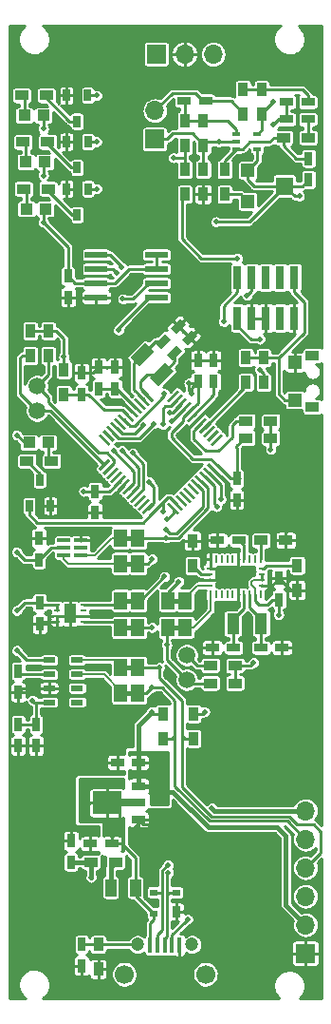
<source format=gbr>
G04 #@! TF.FileFunction,Copper,L1,Top,Signal*
%FSLAX46Y46*%
G04 Gerber Fmt 4.6, Leading zero omitted, Abs format (unit mm)*
G04 Created by KiCad (PCBNEW 4.0.7-e2-6376~58~ubuntu16.04.1) date Tue Nov 28 09:30:09 2017*
%MOMM*%
%LPD*%
G01*
G04 APERTURE LIST*
%ADD10C,0.100000*%
%ADD11C,0.381000*%
%ADD12R,1.200000X0.900000*%
%ADD13R,1.200000X0.350000*%
%ADD14R,0.750000X1.200000*%
%ADD15R,1.200000X0.750000*%
%ADD16R,0.900000X1.200000*%
%ADD17R,1.300000X1.150000*%
%ADD18R,0.250000X0.675000*%
%ADD19R,0.575000X0.250000*%
%ADD20R,1.100000X1.900000*%
%ADD21R,0.750000X2.100000*%
%ADD22R,1.100000X1.000000*%
%ADD23R,0.650000X1.050000*%
%ADD24R,0.700000X1.000000*%
%ADD25R,0.700000X0.600000*%
%ADD26R,1.200000X0.800000*%
%ADD27R,2.200000X0.800000*%
%ADD28R,2.500000X2.000000*%
%ADD29R,1.000000X1.500000*%
%ADD30R,1.700000X1.700000*%
%ADD31O,1.700000X1.700000*%
%ADD32R,1.200000X1.200000*%
%ADD33R,1.500000X1.600000*%
%ADD34R,0.700000X0.400000*%
%ADD35R,1.100000X0.500000*%
%ADD36R,0.400000X1.350000*%
%ADD37C,1.200000*%
%ADD38C,1.700000*%
%ADD39R,1.168400X1.600200*%
%ADD40C,1.500000*%
%ADD41R,0.550000X0.250000*%
%ADD42R,1.000000X1.700000*%
%ADD43R,2.000000X0.600000*%
%ADD44C,0.500000*%
%ADD45C,0.254000*%
%ADD46C,0.203200*%
%ADD47C,0.253000*%
G04 APERTURE END LIST*
D10*
D11*
X9144000Y-635000D02*
X10668000Y-635000D01*
X9144000Y13208000D02*
X10668000Y13208000D01*
X9144000Y1651000D02*
X10668000Y1651000D01*
X9144000Y10922000D02*
X10668000Y10922000D01*
X14859000Y5207000D02*
X13335000Y5207000D01*
X14868284Y7620000D02*
X13344284Y7620000D01*
X9144000Y5207000D02*
X10668000Y5207000D01*
X9144000Y7620000D02*
X10668000Y7620000D01*
D12*
X6469200Y-15678455D03*
X8669200Y-15678455D03*
D13*
X5555400Y11669000D03*
X5555400Y12319000D03*
X5555400Y12969000D03*
X4055400Y12969000D03*
X4055400Y12319000D03*
X4055400Y11669000D03*
D14*
X19494500Y18476000D03*
X19494500Y16576000D03*
D10*
G36*
X14432550Y32742880D02*
X14962880Y32212550D01*
X14114352Y31364022D01*
X13584022Y31894352D01*
X14432550Y32742880D01*
X14432550Y32742880D01*
G37*
G36*
X13089048Y31399378D02*
X13619378Y30869048D01*
X12770850Y30020520D01*
X12240520Y30550850D01*
X13089048Y31399378D01*
X13089048Y31399378D01*
G37*
G36*
X15448550Y31726880D02*
X15978880Y31196550D01*
X15130352Y30348022D01*
X14600022Y30878352D01*
X15448550Y31726880D01*
X15448550Y31726880D01*
G37*
G36*
X14105048Y30383378D02*
X14635378Y29853048D01*
X13786850Y29004520D01*
X13256520Y29534850D01*
X14105048Y30383378D01*
X14105048Y30383378D01*
G37*
D14*
X16040100Y27104300D03*
X16040100Y29004300D03*
X5651500Y25971500D03*
X5651500Y27871500D03*
X17437100Y27104300D03*
X17437100Y29004300D03*
X8636000Y26482000D03*
X8636000Y28382000D03*
X6858000Y17333000D03*
X6858000Y15433000D03*
X7175500Y26482000D03*
X7175500Y28382000D03*
X1841500Y11242000D03*
X1841500Y13142000D03*
X0Y1331000D03*
X0Y-569000D03*
X-7337Y-3421275D03*
X-7337Y-5321275D03*
X1580163Y-3423775D03*
X1580163Y-5323775D03*
D15*
X21636682Y3416680D03*
X23536682Y3416680D03*
D14*
X23293679Y9609817D03*
X23293679Y7709817D03*
D15*
X19218682Y3416680D03*
X17318682Y3416680D03*
X17771679Y12977817D03*
X19671679Y12977817D03*
D14*
X1905000Y7427000D03*
X1905000Y5527000D03*
D16*
X20320000Y27030500D03*
X20320000Y29230500D03*
X21907500Y27030500D03*
X21907500Y29230500D03*
D17*
X24713600Y28815800D03*
X24713600Y25465800D03*
D12*
X26263600Y24840800D03*
X26263600Y29440800D03*
D10*
G36*
X11020621Y26219689D02*
X11197398Y26396466D01*
X12116637Y25477227D01*
X11939860Y25300450D01*
X11020621Y26219689D01*
X11020621Y26219689D01*
G37*
G36*
X10667068Y25866136D02*
X10843845Y26042913D01*
X11763084Y25123674D01*
X11586307Y24946897D01*
X10667068Y25866136D01*
X10667068Y25866136D01*
G37*
G36*
X10313514Y25512582D02*
X10490291Y25689359D01*
X11409530Y24770120D01*
X11232753Y24593343D01*
X10313514Y25512582D01*
X10313514Y25512582D01*
G37*
G36*
X9959961Y25159029D02*
X10136738Y25335806D01*
X11055977Y24416567D01*
X10879200Y24239790D01*
X9959961Y25159029D01*
X9959961Y25159029D01*
G37*
G36*
X9606408Y24805476D02*
X9783185Y24982253D01*
X10702424Y24063014D01*
X10525647Y23886237D01*
X9606408Y24805476D01*
X9606408Y24805476D01*
G37*
G36*
X9252854Y24451922D02*
X9429631Y24628699D01*
X10348870Y23709460D01*
X10172093Y23532683D01*
X9252854Y24451922D01*
X9252854Y24451922D01*
G37*
G36*
X8899301Y24098369D02*
X9076078Y24275146D01*
X9995317Y23355907D01*
X9818540Y23179130D01*
X8899301Y24098369D01*
X8899301Y24098369D01*
G37*
G36*
X8545747Y23744815D02*
X8722524Y23921592D01*
X9641763Y23002353D01*
X9464986Y22825576D01*
X8545747Y23744815D01*
X8545747Y23744815D01*
G37*
G36*
X8192194Y23391262D02*
X8368971Y23568039D01*
X9288210Y22648800D01*
X9111433Y22472023D01*
X8192194Y23391262D01*
X8192194Y23391262D01*
G37*
G36*
X7838641Y23037709D02*
X8015418Y23214486D01*
X8934657Y22295247D01*
X8757880Y22118470D01*
X7838641Y23037709D01*
X7838641Y23037709D01*
G37*
G36*
X7485087Y22684155D02*
X7661864Y22860932D01*
X8581103Y21941693D01*
X8404326Y21764916D01*
X7485087Y22684155D01*
X7485087Y22684155D01*
G37*
G36*
X7131534Y22330602D02*
X7308311Y22507379D01*
X8227550Y21588140D01*
X8050773Y21411363D01*
X7131534Y22330602D01*
X7131534Y22330602D01*
G37*
G36*
X7308311Y19148621D02*
X7131534Y19325398D01*
X8050773Y20244637D01*
X8227550Y20067860D01*
X7308311Y19148621D01*
X7308311Y19148621D01*
G37*
G36*
X7661864Y18795068D02*
X7485087Y18971845D01*
X8404326Y19891084D01*
X8581103Y19714307D01*
X7661864Y18795068D01*
X7661864Y18795068D01*
G37*
G36*
X8015418Y18441514D02*
X7838641Y18618291D01*
X8757880Y19537530D01*
X8934657Y19360753D01*
X8015418Y18441514D01*
X8015418Y18441514D01*
G37*
G36*
X8368971Y18087961D02*
X8192194Y18264738D01*
X9111433Y19183977D01*
X9288210Y19007200D01*
X8368971Y18087961D01*
X8368971Y18087961D01*
G37*
G36*
X8722524Y17734408D02*
X8545747Y17911185D01*
X9464986Y18830424D01*
X9641763Y18653647D01*
X8722524Y17734408D01*
X8722524Y17734408D01*
G37*
G36*
X9076078Y17380854D02*
X8899301Y17557631D01*
X9818540Y18476870D01*
X9995317Y18300093D01*
X9076078Y17380854D01*
X9076078Y17380854D01*
G37*
G36*
X9429631Y17027301D02*
X9252854Y17204078D01*
X10172093Y18123317D01*
X10348870Y17946540D01*
X9429631Y17027301D01*
X9429631Y17027301D01*
G37*
G36*
X9783185Y16673747D02*
X9606408Y16850524D01*
X10525647Y17769763D01*
X10702424Y17592986D01*
X9783185Y16673747D01*
X9783185Y16673747D01*
G37*
G36*
X10136738Y16320194D02*
X9959961Y16496971D01*
X10879200Y17416210D01*
X11055977Y17239433D01*
X10136738Y16320194D01*
X10136738Y16320194D01*
G37*
G36*
X10490291Y15966641D02*
X10313514Y16143418D01*
X11232753Y17062657D01*
X11409530Y16885880D01*
X10490291Y15966641D01*
X10490291Y15966641D01*
G37*
G36*
X10843845Y15613087D02*
X10667068Y15789864D01*
X11586307Y16709103D01*
X11763084Y16532326D01*
X10843845Y15613087D01*
X10843845Y15613087D01*
G37*
G36*
X11197398Y15259534D02*
X11020621Y15436311D01*
X11939860Y16355550D01*
X12116637Y16178773D01*
X11197398Y15259534D01*
X11197398Y15259534D01*
G37*
G36*
X13283363Y16178773D02*
X13460140Y16355550D01*
X14379379Y15436311D01*
X14202602Y15259534D01*
X13283363Y16178773D01*
X13283363Y16178773D01*
G37*
G36*
X13636916Y16532326D02*
X13813693Y16709103D01*
X14732932Y15789864D01*
X14556155Y15613087D01*
X13636916Y16532326D01*
X13636916Y16532326D01*
G37*
G36*
X13990470Y16885880D02*
X14167247Y17062657D01*
X15086486Y16143418D01*
X14909709Y15966641D01*
X13990470Y16885880D01*
X13990470Y16885880D01*
G37*
G36*
X14344023Y17239433D02*
X14520800Y17416210D01*
X15440039Y16496971D01*
X15263262Y16320194D01*
X14344023Y17239433D01*
X14344023Y17239433D01*
G37*
G36*
X14697576Y17592986D02*
X14874353Y17769763D01*
X15793592Y16850524D01*
X15616815Y16673747D01*
X14697576Y17592986D01*
X14697576Y17592986D01*
G37*
G36*
X15051130Y17946540D02*
X15227907Y18123317D01*
X16147146Y17204078D01*
X15970369Y17027301D01*
X15051130Y17946540D01*
X15051130Y17946540D01*
G37*
G36*
X15404683Y18300093D02*
X15581460Y18476870D01*
X16500699Y17557631D01*
X16323922Y17380854D01*
X15404683Y18300093D01*
X15404683Y18300093D01*
G37*
G36*
X15758237Y18653647D02*
X15935014Y18830424D01*
X16854253Y17911185D01*
X16677476Y17734408D01*
X15758237Y18653647D01*
X15758237Y18653647D01*
G37*
G36*
X16111790Y19007200D02*
X16288567Y19183977D01*
X17207806Y18264738D01*
X17031029Y18087961D01*
X16111790Y19007200D01*
X16111790Y19007200D01*
G37*
G36*
X16465343Y19360753D02*
X16642120Y19537530D01*
X17561359Y18618291D01*
X17384582Y18441514D01*
X16465343Y19360753D01*
X16465343Y19360753D01*
G37*
G36*
X16818897Y19714307D02*
X16995674Y19891084D01*
X17914913Y18971845D01*
X17738136Y18795068D01*
X16818897Y19714307D01*
X16818897Y19714307D01*
G37*
G36*
X17172450Y20067860D02*
X17349227Y20244637D01*
X18268466Y19325398D01*
X18091689Y19148621D01*
X17172450Y20067860D01*
X17172450Y20067860D01*
G37*
G36*
X17349227Y21411363D02*
X17172450Y21588140D01*
X18091689Y22507379D01*
X18268466Y22330602D01*
X17349227Y21411363D01*
X17349227Y21411363D01*
G37*
G36*
X16995674Y21764916D02*
X16818897Y21941693D01*
X17738136Y22860932D01*
X17914913Y22684155D01*
X16995674Y21764916D01*
X16995674Y21764916D01*
G37*
G36*
X16642120Y22118470D02*
X16465343Y22295247D01*
X17384582Y23214486D01*
X17561359Y23037709D01*
X16642120Y22118470D01*
X16642120Y22118470D01*
G37*
G36*
X16288567Y22472023D02*
X16111790Y22648800D01*
X17031029Y23568039D01*
X17207806Y23391262D01*
X16288567Y22472023D01*
X16288567Y22472023D01*
G37*
G36*
X15935014Y22825576D02*
X15758237Y23002353D01*
X16677476Y23921592D01*
X16854253Y23744815D01*
X15935014Y22825576D01*
X15935014Y22825576D01*
G37*
G36*
X15581460Y23179130D02*
X15404683Y23355907D01*
X16323922Y24275146D01*
X16500699Y24098369D01*
X15581460Y23179130D01*
X15581460Y23179130D01*
G37*
G36*
X15227907Y23532683D02*
X15051130Y23709460D01*
X15970369Y24628699D01*
X16147146Y24451922D01*
X15227907Y23532683D01*
X15227907Y23532683D01*
G37*
G36*
X14874353Y23886237D02*
X14697576Y24063014D01*
X15616815Y24982253D01*
X15793592Y24805476D01*
X14874353Y23886237D01*
X14874353Y23886237D01*
G37*
G36*
X14520800Y24239790D02*
X14344023Y24416567D01*
X15263262Y25335806D01*
X15440039Y25159029D01*
X14520800Y24239790D01*
X14520800Y24239790D01*
G37*
G36*
X14167247Y24593343D02*
X13990470Y24770120D01*
X14909709Y25689359D01*
X15086486Y25512582D01*
X14167247Y24593343D01*
X14167247Y24593343D01*
G37*
G36*
X13813693Y24946897D02*
X13636916Y25123674D01*
X14556155Y26042913D01*
X14732932Y25866136D01*
X13813693Y24946897D01*
X13813693Y24946897D01*
G37*
G36*
X13460140Y25300450D02*
X13283363Y25477227D01*
X14202602Y26396466D01*
X14379379Y26219689D01*
X13460140Y25300450D01*
X13460140Y25300450D01*
G37*
D18*
X21649682Y8165680D03*
X21149682Y8165680D03*
X20649682Y8165680D03*
X20149682Y8165680D03*
X19649682Y8165680D03*
X19149682Y8165680D03*
X18649682Y8165680D03*
X18149682Y8165680D03*
X17649682Y8165680D03*
X17149682Y8165680D03*
X21649682Y11290680D03*
X21149682Y11290680D03*
X20649682Y11290680D03*
X20149682Y11290680D03*
X19649682Y11290680D03*
X19149682Y11290680D03*
X18649682Y11290680D03*
X18149682Y11290680D03*
X17649682Y11290680D03*
X17149682Y11290680D03*
D19*
X21712182Y8978180D03*
X21712182Y9478180D03*
X21712182Y9978180D03*
X21712182Y10478180D03*
X17087182Y8978180D03*
X17087182Y9478180D03*
X17087182Y9978180D03*
X17087182Y10478180D03*
D10*
G36*
X9993457Y29239540D02*
X11336960Y30583043D01*
X12114777Y29805226D01*
X10771274Y28461723D01*
X9993457Y29239540D01*
X9993457Y29239540D01*
G37*
G36*
X11761223Y27471774D02*
X13104726Y28815277D01*
X13882543Y28037460D01*
X12539040Y26693957D01*
X11761223Y27471774D01*
X11761223Y27471774D01*
G37*
D20*
X21677682Y5575680D03*
X19177682Y5575680D03*
D21*
X24638000Y32766000D03*
X24638000Y36366000D03*
X23368000Y32766000D03*
X23368000Y36366000D03*
X22098000Y32766000D03*
X22098000Y36366000D03*
X20828000Y32766000D03*
X20828000Y36366000D03*
X19558000Y32766000D03*
X19558000Y36366000D03*
D22*
X2424800Y42494200D03*
X724800Y42494200D03*
X2385800Y46672500D03*
X685800Y46672500D03*
X2246100Y50812700D03*
X546100Y50812700D03*
D23*
X6207800Y44279200D03*
X4307800Y44279200D03*
X5257800Y41979200D03*
X6207800Y48464500D03*
X4307800Y48464500D03*
X5257800Y46164500D03*
X6195100Y52597700D03*
X4295100Y52597700D03*
X5245100Y50297700D03*
D16*
X12954000Y-4656000D03*
X12954000Y-2456000D03*
X15621000Y-4656000D03*
X15621000Y-2456000D03*
D14*
X4699000Y-15669300D03*
X4699000Y-13769300D03*
X5651500Y-23002200D03*
X5651500Y-24902200D03*
D15*
X8320749Y-14040155D03*
X6420749Y-14040155D03*
X10741700Y-6794500D03*
X8841700Y-6794500D03*
D24*
X14106400Y-20066700D03*
D25*
X14106400Y-18366700D03*
X12106400Y-18366700D03*
X12106400Y-20266700D03*
D12*
X20337600Y22072600D03*
X22537600Y22072600D03*
X22537600Y23596600D03*
X20337600Y23596600D03*
D16*
X7137400Y-23004600D03*
X7137400Y-25204600D03*
D26*
X10756900Y-11899900D03*
D27*
X10256900Y-10399900D03*
D26*
X10756900Y-8899900D03*
D28*
X7906900Y-10399900D03*
D15*
X25842000Y52006500D03*
X23942000Y52006500D03*
X14798000Y52133500D03*
X16698000Y52133500D03*
X23942000Y50482500D03*
X25842000Y50482500D03*
D14*
X25908000Y45087500D03*
X25908000Y46987500D03*
D29*
X8234500Y-17970500D03*
X10434500Y-17970500D03*
D30*
X12319000Y56261000D03*
D31*
X14859000Y56261000D03*
X17399000Y56261000D03*
D16*
X14859000Y45994500D03*
X14859000Y43794500D03*
X16510000Y45994500D03*
X16510000Y43794500D03*
X21717000Y50906500D03*
X21717000Y53106500D03*
X20066000Y53106500D03*
X20066000Y50906500D03*
D12*
X23665000Y48831500D03*
X25865000Y48831500D03*
D16*
X14859000Y48112500D03*
X14859000Y50312500D03*
X16510000Y50312500D03*
X16510000Y48112500D03*
X18415000Y43794500D03*
X18415000Y45994500D03*
D32*
X20499000Y45935500D03*
X20499000Y43135500D03*
D33*
X23749000Y44535500D03*
D12*
X474800Y44272200D03*
X2674800Y44272200D03*
X435800Y48450500D03*
X2635800Y48450500D03*
X296100Y52590700D03*
X2496100Y52590700D03*
D34*
X19431000Y49115500D03*
X19431000Y48465500D03*
X19431000Y47815500D03*
X21331000Y47815500D03*
X21331000Y49115500D03*
D35*
X2742500Y2309500D03*
X2742500Y1059500D03*
X2742500Y-190500D03*
X2742500Y-1440500D03*
X5242500Y-1440500D03*
X5242500Y-190500D03*
X5242500Y1059500D03*
X5242500Y2309500D03*
D36*
X11781000Y-23086400D03*
X12431000Y-23086400D03*
X13081000Y-23086400D03*
X13731000Y-23086400D03*
X14381000Y-23086400D03*
D37*
X10656000Y-23011400D03*
X15506000Y-23011400D03*
D38*
X9456000Y-25661400D03*
X16706000Y-25661400D03*
D22*
X953400Y21691600D03*
X2653400Y21691600D03*
D23*
X957116Y16057068D03*
X2857116Y16057068D03*
X1907116Y18357068D03*
D12*
X2979600Y20040600D03*
X779600Y20040600D03*
D30*
X25628600Y-23799800D03*
D31*
X25628600Y-21259800D03*
X25628600Y-18719800D03*
X25628600Y-16179800D03*
X25628600Y-13639800D03*
X25628600Y-11099800D03*
D39*
X9144000Y-635000D03*
X10668000Y-635000D03*
X9144000Y13208000D03*
X10668000Y13208000D03*
X9144000Y1651000D03*
X10668000Y1651000D03*
X9144000Y10922000D03*
X10668000Y10922000D03*
X14859000Y5207000D03*
X13335000Y5207000D03*
X14868284Y7620000D03*
X13344284Y7620000D03*
X9144000Y5207000D03*
X10668000Y5207000D03*
X9144000Y7620000D03*
X10668000Y7620000D03*
D16*
X15546679Y10734817D03*
X15546679Y12934817D03*
D12*
X21685679Y12977817D03*
X23885679Y12977817D03*
D16*
X24892000Y10752000D03*
X24892000Y8552000D03*
D12*
X17137200Y254000D03*
X19337200Y254000D03*
X17137200Y1828800D03*
X19337200Y1828800D03*
D40*
X15036800Y543200D03*
X1676524Y24516042D03*
X15036800Y2743200D03*
X1676524Y26716042D03*
D16*
X1066800Y29430800D03*
X1066800Y31630800D03*
X2692400Y29430800D03*
X2692400Y31630800D03*
X4064000Y25958800D03*
X4064000Y28158800D03*
D30*
X12192000Y48704500D03*
D31*
X12192000Y51244500D03*
D41*
X5813000Y5715000D03*
X5813000Y6215000D03*
X5813000Y6715000D03*
X5813000Y7215000D03*
X3463000Y7215000D03*
X3463000Y6715000D03*
X3463000Y6215000D03*
X3463000Y5715000D03*
D42*
X4638000Y6465000D03*
D14*
X4445000Y36510000D03*
X4445000Y34610000D03*
D43*
X12352000Y38417500D03*
X12352000Y37147500D03*
X12352000Y35877500D03*
X12352000Y34607500D03*
X6952000Y34607500D03*
X6952000Y35877500D03*
X6952000Y37147500D03*
X6952000Y38417500D03*
D44*
X13525500Y20320000D03*
X12573000Y20320000D03*
X12573000Y21145500D03*
X13525500Y21145500D03*
X15176500Y32893000D03*
X16192500Y31877000D03*
X17843500Y25146000D03*
X17145000Y24447500D03*
X7810500Y25209500D03*
X8826500Y25209500D03*
X15621000Y21145500D03*
X15049500Y21717000D03*
X12077700Y-12319000D03*
X11531600Y-12865100D03*
X10769600Y-12852400D03*
X10033000Y-12865100D03*
X18975679Y9421817D03*
X19737679Y9421817D03*
X4064000Y29311600D03*
X21005800Y2082800D03*
X-127000Y22352000D03*
X1270000Y-1270000D03*
X-127000Y3175000D03*
X-127000Y6731000D03*
X-127000Y11938000D03*
X21564600Y30886400D03*
X21564600Y28194000D03*
X5842000Y17335500D03*
X2235200Y41287700D03*
X2235200Y45466000D03*
X2235200Y49631600D03*
X15494000Y26035000D03*
X11938000Y-2286000D03*
X16637000Y-2286000D03*
X15244663Y26982831D03*
X19558000Y38100000D03*
X23241000Y6350000D03*
X18338800Y32435800D03*
X13508821Y24384000D03*
X20421600Y34798000D03*
X13716000Y23622000D03*
X13055600Y9753600D03*
X12573000Y1651000D03*
X13208000Y13208000D03*
X11938000Y-127000D03*
X11938000Y5207000D03*
X11938000Y11303000D03*
X13208000Y13970000D03*
X25082500Y43624500D03*
X17653000Y41338500D03*
X13030200Y26047700D03*
X7010400Y44284900D03*
X11176000Y23241000D03*
X6985000Y48475900D03*
X12065000Y23368000D03*
X8953500Y31686500D03*
X8509000Y20955000D03*
X9326093Y34472093D03*
X9257686Y20955000D03*
X8763000Y36830000D03*
X10210186Y20751186D03*
X11684000Y18161000D03*
X9207500Y37338000D03*
X13258800Y3657600D03*
X13309600Y14884400D03*
X17716500Y15976600D03*
X13360400Y-15913100D03*
X13395245Y-16626941D03*
X18084187Y16628907D03*
X7010400Y52590700D03*
X12890500Y23291800D03*
X17274047Y-10871200D03*
X6502400Y-17043400D03*
X22529800Y21082000D03*
X15113000Y-20764500D03*
X17907000Y48465500D03*
X22733000Y49974500D03*
X13843000Y47053500D03*
X22733000Y52006500D03*
X15036800Y2743200D03*
X14325600Y9296400D03*
X12954000Y15544800D03*
D45*
X12573000Y20320000D02*
X13525500Y20320000D01*
X13525500Y21145500D02*
X12573000Y21145500D01*
X4445000Y34610000D02*
X6949500Y34610000D01*
X6949500Y34610000D02*
X6952000Y34607500D01*
X5813000Y6215000D02*
X4888000Y6215000D01*
X4888000Y6215000D02*
X4638000Y6465000D01*
X3463000Y5715000D02*
X2093000Y5715000D01*
X2093000Y5715000D02*
X1905000Y5527000D01*
X3463000Y5715000D02*
X3463000Y6215000D01*
X4638000Y6465000D02*
X4388000Y6215000D01*
X4388000Y6215000D02*
X3463000Y6215000D01*
X2742500Y-190500D02*
X378500Y-190500D01*
X378500Y-190500D02*
X0Y-569000D01*
X15176500Y32893000D02*
X15113000Y32893000D01*
X15113000Y32893000D02*
X14273451Y32053451D01*
X15289451Y31037451D02*
X15352951Y31037451D01*
X15352951Y31037451D02*
X16192500Y31877000D01*
X14273451Y32053451D02*
X15289451Y31037451D01*
X16040100Y29004300D02*
X17437100Y29004300D01*
X15952691Y23727138D02*
X16673053Y24447500D01*
X16673053Y24447500D02*
X17145000Y24447500D01*
X10154416Y24434245D02*
X9379161Y25209500D01*
X9379161Y25209500D02*
X8826500Y25209500D01*
X5651500Y27871500D02*
X6665000Y27871500D01*
X6665000Y27871500D02*
X7175500Y28382000D01*
X8636000Y28382000D02*
X7175500Y28382000D01*
X15952691Y23727138D02*
X15049500Y22823947D01*
X15049500Y22823947D02*
X15049500Y21717000D01*
X12077700Y-12319000D02*
X11176000Y-12319000D01*
X11176000Y-12319000D02*
X10756900Y-11899900D01*
X10769600Y-12852400D02*
X11518900Y-12852400D01*
X11518900Y-12852400D02*
X11531600Y-12865100D01*
X10756900Y-11899900D02*
X10756900Y-12141200D01*
X10756900Y-12141200D02*
X10033000Y-12865100D01*
X21712182Y8978180D02*
X22662042Y8978180D01*
X22662042Y8978180D02*
X23293679Y9609817D01*
X24892000Y8552000D02*
X24351496Y8552000D01*
X24351496Y8552000D02*
X23293679Y9609817D01*
D46*
X17705679Y9605977D02*
X17889839Y9421817D01*
X17889839Y9421817D02*
X18975679Y9421817D01*
X17705679Y9605977D02*
X17705679Y10350383D01*
X17705679Y10350383D02*
X17577882Y10478180D01*
X17577882Y10478180D02*
X17087182Y10478180D01*
X17087182Y9478180D02*
X17577882Y9478180D01*
X17577882Y9478180D02*
X17705679Y9605977D01*
D45*
X19649682Y11290680D02*
X19649682Y10095820D01*
X19649682Y10095820D02*
X18975679Y9421817D01*
X17149682Y11290680D02*
X17149682Y10540680D01*
X17149682Y10540680D02*
X17087182Y10478180D01*
X19649682Y8165680D02*
X19649682Y9333820D01*
X19649682Y9333820D02*
X19737679Y9421817D01*
X24638000Y32091000D02*
X24638000Y32766000D01*
X12929949Y30709949D02*
X12241683Y30709949D01*
X12241683Y30709949D02*
X11054117Y29522383D01*
X11215076Y25494905D02*
X10311656Y26398325D01*
X10311656Y26398325D02*
X10311656Y28779922D01*
X10311656Y28779922D02*
X11054117Y29522383D01*
X11568629Y25848458D02*
X10909300Y26507787D01*
X10909300Y27157717D02*
X11506200Y27754617D01*
X10909300Y26507787D02*
X10909300Y27157717D01*
X11506200Y27754617D02*
X12821883Y27754617D01*
X13945949Y29693949D02*
X13945949Y28878683D01*
X13945949Y28878683D02*
X12821883Y27754617D01*
X12352000Y38417500D02*
X12352000Y37147500D01*
X4445000Y36510000D02*
X4445000Y39077900D01*
X4445000Y39077900D02*
X2235200Y41287700D01*
X12352000Y37147500D02*
X9864014Y37147500D01*
X9864014Y37147500D02*
X8594014Y35877500D01*
X8594014Y35877500D02*
X8206000Y35877500D01*
X8206000Y35877500D02*
X6952000Y35877500D01*
X6952000Y35877500D02*
X5077500Y35877500D01*
X5077500Y35877500D02*
X4445000Y36510000D01*
X3463000Y7215000D02*
X2117000Y7215000D01*
X2117000Y7215000D02*
X1905000Y7427000D01*
X3463000Y7215000D02*
X3463000Y6715000D01*
X1580163Y-3423775D02*
X1580163Y-1580163D01*
X1580163Y-1580163D02*
X1270000Y-1270000D01*
X1580163Y-3423775D02*
X-4837Y-3423775D01*
X-4837Y-3423775D02*
X-7337Y-3421275D01*
D11*
X1577663Y-3421275D02*
X1580163Y-3423775D01*
D45*
X4064000Y28158800D02*
X4064000Y29311600D01*
X4064000Y29311600D02*
X4064000Y30963200D01*
X4064000Y30963200D02*
X3396400Y31630800D01*
X3396400Y31630800D02*
X2692400Y31630800D01*
X2692400Y31630800D02*
X1066800Y31630800D01*
X20751800Y1828800D02*
X21005800Y2082800D01*
X19337200Y1828800D02*
X20751800Y1828800D01*
X19337200Y1828800D02*
X19337200Y254000D01*
X4055400Y12319000D02*
X2918500Y12319000D01*
X2918500Y12319000D02*
X1841500Y11242000D01*
D46*
X20828000Y9042400D02*
X21149682Y8720718D01*
X21149682Y8720718D02*
X21149682Y8165680D01*
X20828000Y9296400D02*
X20828000Y9042400D01*
X21009780Y9478180D02*
X20828000Y9296400D01*
X21712182Y9478180D02*
X21009780Y9478180D01*
D45*
X953400Y21691600D02*
X533400Y21691600D01*
X533400Y21691600D02*
X-127000Y22352000D01*
X953400Y21691600D02*
X1003400Y21691600D01*
X2742500Y-1440500D02*
X1440500Y-1440500D01*
X1440500Y-1440500D02*
X1270000Y-1270000D01*
X2742500Y2309500D02*
X738500Y2309500D01*
X738500Y2309500D02*
X-127000Y3175000D01*
X1905000Y7427000D02*
X569000Y7427000D01*
X569000Y7427000D02*
X-127000Y6731000D01*
X1841500Y11242000D02*
X569000Y11242000D01*
X569000Y11242000D02*
X-127000Y11938000D01*
D11*
X10756900Y-8899900D02*
X11737900Y-8899900D01*
X11737900Y-8899900D02*
X12236000Y-9398000D01*
X16967200Y-12585700D02*
X23114000Y-12585700D01*
X12236000Y-9398000D02*
X13779500Y-9398000D01*
X13779500Y-9398000D02*
X16967200Y-12585700D01*
X23888700Y-13360400D02*
X23888700Y-19519900D01*
X23114000Y-12585700D02*
X23888700Y-13360400D01*
X23888700Y-19519900D02*
X25628600Y-21259800D01*
D45*
X19494500Y18476000D02*
X19494500Y21229500D01*
X19494500Y21229500D02*
X19483600Y21240400D01*
X19483600Y21240400D02*
X19483600Y21368600D01*
X19483600Y21368600D02*
X20187600Y22072600D01*
X20187600Y22072600D02*
X20337600Y22072600D01*
X19558000Y32766000D02*
X19558000Y32091000D01*
X19558000Y32091000D02*
X20762600Y30886400D01*
X20762600Y30886400D02*
X21564600Y30886400D01*
X21907500Y27030500D02*
X21907500Y27851100D01*
X21907500Y27851100D02*
X21564600Y28194000D01*
X19494500Y18476000D02*
X18941087Y18476000D01*
X18941087Y18476000D02*
X17720458Y19696629D01*
X19494500Y18476000D02*
X19789000Y18476000D01*
X6858000Y17333000D02*
X5844500Y17333000D01*
X5844500Y17333000D02*
X5842000Y17335500D01*
X9093755Y18282416D02*
X8144339Y17333000D01*
X8144339Y17333000D02*
X6858000Y17333000D01*
X19558000Y38100000D02*
X16319500Y38100000D01*
X16319500Y38100000D02*
X14605000Y39814500D01*
X2742500Y-1440500D02*
X1938500Y-1440500D01*
X14605000Y39814500D02*
X14605000Y43540500D01*
X14605000Y43540500D02*
X14859000Y43794500D01*
X15245584Y24434245D02*
X14715255Y23903916D01*
X14715255Y23903916D02*
X14715255Y23617955D01*
X14715255Y23617955D02*
X13665200Y22567900D01*
X13665200Y22567900D02*
X13665200Y22136100D01*
X17190129Y20226958D02*
X17720458Y19696629D01*
X13665200Y22136100D02*
X15574342Y20226958D01*
X15574342Y20226958D02*
X17190129Y20226958D01*
D11*
X10756900Y-8899900D02*
X10956900Y-8899900D01*
X10741700Y-6794500D02*
X10741700Y-8884700D01*
X10741700Y-8884700D02*
X10756900Y-8899900D01*
X10741700Y-6794500D02*
X10741700Y-3482300D01*
X10741700Y-3482300D02*
X11938000Y-2286000D01*
D45*
X10756900Y-6809700D02*
X10741700Y-6794500D01*
X15244663Y26982831D02*
X15244663Y26284337D01*
X15244663Y26284337D02*
X15494000Y26035000D01*
X15494000Y26035000D02*
X15494000Y26558200D01*
X15494000Y26558200D02*
X16040100Y27104300D01*
X15244663Y26982831D02*
X15918631Y26982831D01*
X15918631Y26982831D02*
X16040100Y27104300D01*
X15245584Y24434245D02*
X16040100Y25228761D01*
X16040100Y25228761D02*
X16040100Y27104300D01*
X2235200Y41287700D02*
X2235200Y42304600D01*
X2235200Y42304600D02*
X2424800Y42494200D01*
X2235200Y45466000D02*
X2235200Y46521900D01*
X2235200Y46521900D02*
X2385800Y46672500D01*
X2246100Y50812700D02*
X2246100Y49642500D01*
X2246100Y49642500D02*
X2235200Y49631600D01*
X12108000Y-2456000D02*
X11938000Y-2286000D01*
X12954000Y-2456000D02*
X12108000Y-2456000D01*
X15621000Y-2456000D02*
X16467000Y-2456000D01*
X16467000Y-2456000D02*
X16637000Y-2286000D01*
X12784000Y-2286000D02*
X12954000Y-2456000D01*
X15246000Y27117000D02*
X15244663Y27115663D01*
X15244663Y27115663D02*
X15244663Y26982831D01*
X23241000Y6350000D02*
X23241000Y7657138D01*
X23241000Y7657138D02*
X23293679Y7709817D01*
X22217679Y7262817D02*
X21461045Y7262817D01*
X21461045Y7262817D02*
X21149682Y7574180D01*
X21149682Y7574180D02*
X21149682Y8165680D01*
X23293679Y7709817D02*
X22664679Y7709817D01*
X22664679Y7709817D02*
X22217679Y7262817D01*
X21712182Y9978180D02*
X21712182Y9478180D01*
X5651500Y25971500D02*
X4076700Y25971500D01*
X4076700Y25971500D02*
X4064000Y25958800D01*
X5636500Y25956500D02*
X5651500Y25971500D01*
X9800862Y24080691D02*
X9270533Y24611020D01*
X9270533Y24611020D02*
X7640980Y24611020D01*
X7640980Y24611020D02*
X6280500Y25971500D01*
X6280500Y25971500D02*
X5651500Y25971500D01*
X15599138Y24080691D02*
X17437100Y25918653D01*
X17437100Y25918653D02*
X17437100Y27104300D01*
X15599138Y24080691D02*
X15599138Y24213049D01*
X10507969Y24787798D02*
X8813767Y26482000D01*
X8813767Y26482000D02*
X8636000Y26482000D01*
X8636000Y26482000D02*
X7175500Y26482000D01*
X2742500Y1059500D02*
X271500Y1059500D01*
X271500Y1059500D02*
X0Y1331000D01*
X21636682Y3416680D02*
X21636682Y5534680D01*
X21636682Y5534680D02*
X21677682Y5575680D01*
X20743272Y6910090D02*
X20743272Y6911090D01*
X20743272Y6911090D02*
X20649682Y7004680D01*
X20649682Y7004680D02*
X20649682Y7574180D01*
X20649682Y8165680D02*
X20649682Y7574180D01*
X20743272Y6910090D02*
X21677682Y5975680D01*
X21677682Y5975680D02*
X21677682Y5575680D01*
X19218682Y3416680D02*
X19218682Y5534680D01*
X19218682Y5534680D02*
X19177682Y5575680D01*
X19177682Y5575680D02*
X19177682Y5975680D01*
X19177682Y5975680D02*
X20149682Y6947680D01*
X20149682Y6947680D02*
X20149682Y7574180D01*
X20149682Y7574180D02*
X20149682Y8165680D01*
X20149682Y11290680D02*
X20149682Y12499814D01*
X20149682Y12499814D02*
X19671679Y12977817D01*
X19558000Y36366000D02*
X19558000Y35062000D01*
X19558000Y35062000D02*
X18338800Y33842800D01*
X18338800Y33842800D02*
X18338800Y32435800D01*
X14538478Y25141351D02*
X13781127Y24384000D01*
X13781127Y24384000D02*
X13508821Y24384000D01*
X20828000Y36366000D02*
X20828000Y35204400D01*
X20828000Y35204400D02*
X20421600Y34798000D01*
X13716000Y23622000D02*
X13726233Y23622000D01*
X13726233Y23622000D02*
X14892031Y24787798D01*
X24713600Y25465800D02*
X23809600Y25465800D01*
X23809600Y25465800D02*
X23255600Y26019800D01*
X23255600Y26019800D02*
X23255600Y26659700D01*
X25527000Y31494100D02*
X25527000Y34173000D01*
X25527000Y34173000D02*
X24638000Y35062000D01*
X24638000Y35062000D02*
X24638000Y36366000D01*
X23255600Y29222700D02*
X25527000Y31494100D01*
X21907500Y29230500D02*
X22611500Y29230500D01*
X22611500Y29230500D02*
X22619300Y29222700D01*
X22619300Y29222700D02*
X23255600Y29222700D01*
X20320000Y29230500D02*
X21907500Y29230500D01*
X23255600Y29222700D02*
X23255600Y26659700D01*
X14605000Y-3937000D02*
X14605000Y-1371600D01*
X12573000Y1651000D02*
X12573000Y701750D01*
X12573000Y701750D02*
X14605000Y-1330250D01*
X14605000Y-1330250D02*
X14605000Y-1371600D01*
X13055600Y9753600D02*
X10922000Y7620000D01*
X10922000Y7620000D02*
X10668000Y7620000D01*
X10668000Y1651000D02*
X12573000Y1651000D01*
X13208000Y13208000D02*
X13462000Y13208000D01*
X10668000Y13208000D02*
X13208000Y13208000D01*
X13462000Y13208000D02*
X14290751Y13208000D01*
X14290751Y13208000D02*
X16935661Y15852910D01*
X16935661Y15852910D02*
X16935661Y17653000D01*
X16935661Y17653000D02*
X16306245Y18282416D01*
X14605000Y-3937000D02*
X14605000Y-8984196D01*
X14605000Y-8984196D02*
X17221200Y-11600396D01*
X24892000Y-12319000D02*
X26352500Y-12319000D01*
X17221200Y-11600396D02*
X24173396Y-11600396D01*
X24173396Y-11600396D02*
X24892000Y-12319000D01*
X26352500Y-12319000D02*
X26987500Y-12954000D01*
X26987500Y-12954000D02*
X26987500Y-14816500D01*
X26987500Y-14816500D02*
X25624000Y-16180000D01*
X15621000Y-4656000D02*
X14917000Y-4656000D01*
X14917000Y-4656000D02*
X14605000Y-4344000D01*
X14605000Y-4344000D02*
X14605000Y-3937000D01*
X10668000Y5207000D02*
X11938000Y5207000D01*
X12827000Y-127000D02*
X13970000Y-1270000D01*
X13970000Y-1270000D02*
X13970000Y-4064000D01*
X11938000Y-127000D02*
X12827000Y-127000D01*
X11430000Y-635000D02*
X11938000Y-127000D01*
X10668000Y-635000D02*
X11430000Y-635000D01*
X10668000Y10922000D02*
X11557000Y10922000D01*
X11557000Y10922000D02*
X11938000Y11303000D01*
X13563590Y13614410D02*
X13208000Y13970000D01*
X16483020Y15975020D02*
X14122410Y13614410D01*
X14122410Y13614410D02*
X13563590Y13614410D01*
X17052860Y-12006806D02*
X23995606Y-12006806D01*
X23995606Y-12006806D02*
X25628600Y-13639800D01*
X17043400Y-11997346D02*
X13970000Y-8923946D01*
X17043400Y-11997346D02*
X17052860Y-12006806D01*
X13970000Y-8923946D02*
X13970000Y-4064000D01*
X12954000Y-4656000D02*
X13658000Y-4656000D01*
X13658000Y-4656000D02*
X13970000Y-4344000D01*
X13970000Y-4344000D02*
X13970000Y-4064000D01*
X15952691Y17928862D02*
X16483020Y17398533D01*
X16483020Y17398533D02*
X16483020Y15975020D01*
X20574000Y27094000D02*
X20574000Y26797000D01*
X16659798Y23020031D02*
X20167590Y26527823D01*
X20167590Y26527823D02*
X20167590Y26628660D01*
X20167590Y26628660D02*
X20167590Y27030500D01*
X17087182Y9978180D02*
X16303316Y9978180D01*
X16303316Y9978180D02*
X15546679Y10734817D01*
X21649682Y11290680D02*
X21649682Y12941820D01*
X21649682Y12941820D02*
X21685679Y12977817D01*
X21712182Y10478180D02*
X21874682Y10478180D01*
X21874682Y10478180D02*
X22148502Y10752000D01*
X22148502Y10752000D02*
X24188000Y10752000D01*
X24188000Y10752000D02*
X24892000Y10752000D01*
X9447309Y23727138D02*
X9977638Y23196809D01*
X9977638Y23196809D02*
X10348295Y23196809D01*
X10348295Y23196809D02*
X13017500Y25866014D01*
X13017500Y25866014D02*
X13017500Y26035000D01*
X13017500Y26035000D02*
X13030200Y26047700D01*
X25082500Y43624500D02*
X24660000Y43624500D01*
X24660000Y43624500D02*
X23749000Y44535500D01*
X23749000Y44535500D02*
X23749000Y44485500D01*
X23749000Y44485500D02*
X20602000Y41338500D01*
X20602000Y41338500D02*
X17653000Y41338500D01*
X23749000Y43878500D02*
X23749000Y44535500D01*
X21331000Y47815500D02*
X21331000Y46767500D01*
X21331000Y46767500D02*
X20499000Y45935500D01*
X23749000Y44535500D02*
X25356000Y44535500D01*
X25356000Y44535500D02*
X25908000Y45087500D01*
X23749000Y44535500D02*
X21045000Y44535500D01*
X21045000Y44535500D02*
X20499000Y45081500D01*
X20499000Y45081500D02*
X20499000Y45935500D01*
X7010400Y44284900D02*
X6213500Y44284900D01*
X6213500Y44284900D02*
X6207800Y44279200D01*
X10424702Y22489702D02*
X11176000Y23241000D01*
X9682640Y22489702D02*
X10424702Y22489702D01*
X8740202Y23020031D02*
X9270531Y22489702D01*
X9270531Y22489702D02*
X9682640Y22489702D01*
X8386649Y22666478D02*
X8969835Y22083292D01*
X8969835Y22083292D02*
X9102191Y22083292D01*
X6985000Y48475900D02*
X6219200Y48475900D01*
X6219200Y48475900D02*
X6207800Y48464500D01*
X10780294Y22083294D02*
X12065000Y23368000D01*
X9102191Y22083292D02*
X10780294Y22083294D01*
X152400Y29220400D02*
X152400Y26040166D01*
X152400Y26040166D02*
X1676524Y24516042D01*
X1066800Y29430800D02*
X362800Y29430800D01*
X362800Y29430800D02*
X152400Y29220400D01*
X7679542Y19696629D02*
X2860129Y24516042D01*
X2860129Y24516042D02*
X1676524Y24516042D01*
X1676524Y26716042D02*
X2692400Y27731918D01*
X2692400Y27731918D02*
X2692400Y29430800D01*
X1676524Y26716042D02*
X2687766Y25704800D01*
X2687766Y25704800D02*
X2687766Y25263155D01*
X2687766Y25263155D02*
X7185164Y20765757D01*
X7185164Y20765757D02*
X7924800Y20765757D01*
X8563424Y20127133D02*
X8563424Y19873405D01*
X7924800Y20765757D02*
X8563424Y20127133D01*
X8563424Y19873405D02*
X8033095Y19343076D01*
X12352000Y34607500D02*
X11652000Y34607500D01*
X11652000Y34607500D02*
X8953500Y31909000D01*
X8953500Y31909000D02*
X8953500Y31686500D01*
X9800862Y17575309D02*
X10331191Y18105638D01*
X10331191Y18105638D02*
X10331191Y19132809D01*
X10331191Y19132809D02*
X8509000Y20955000D01*
X12352000Y35877500D02*
X11652000Y35877500D01*
X11652000Y35877500D02*
X10246593Y34472093D01*
X10246593Y34472093D02*
X9326093Y34472093D01*
X10154416Y17221755D02*
X10737601Y17804940D01*
X10737601Y17804940D02*
X10737601Y19475085D01*
X10737601Y19475085D02*
X9257686Y20955000D01*
X6952000Y37147500D02*
X8445500Y37147500D01*
X8445500Y37147500D02*
X8763000Y36830000D01*
X10507969Y16868202D02*
X11144011Y17504244D01*
X11144011Y17504244D02*
X11144011Y19817361D01*
X11144011Y19817361D02*
X10210186Y20751186D01*
X11684000Y18161000D02*
X12098958Y17746042D01*
X12098958Y17746042D02*
X12098958Y16337871D01*
X12098958Y16337871D02*
X11568629Y15807542D01*
X11938000Y17907000D02*
X11684000Y18161000D01*
X6952000Y38417500D02*
X8206000Y38417500D01*
X8206000Y38417500D02*
X9207500Y37416000D01*
X9207500Y37416000D02*
X9207500Y37338000D01*
X17137200Y254000D02*
X15326000Y254000D01*
X15326000Y254000D02*
X15036800Y543200D01*
X13258800Y3657600D02*
X13258800Y2321200D01*
X13258800Y2321200D02*
X15036800Y543200D01*
X16662400Y254000D02*
X17137200Y254000D01*
X13258800Y3657600D02*
X13258800Y5130800D01*
X13258800Y5130800D02*
X13335000Y5207000D01*
X13831371Y15807542D02*
X13831371Y15406171D01*
X13831371Y15406171D02*
X13309600Y14884400D01*
X17465061Y17830706D02*
X17465061Y16228039D01*
X17465061Y16228039D02*
X17716500Y15976600D01*
X12865100Y-19679400D02*
X12865100Y-19253200D01*
X12865100Y-19253200D02*
X12865100Y-17957800D01*
X12106400Y-18366700D02*
X12710400Y-18366700D01*
X12710400Y-18366700D02*
X12865100Y-18521400D01*
X12865100Y-18521400D02*
X12865100Y-19253200D01*
X16659798Y18635969D02*
X17465061Y17830706D01*
X12865100Y-17957800D02*
X12865100Y-16408400D01*
X12865100Y-16408400D02*
X13360400Y-15913100D01*
X12865100Y-21723300D02*
X12865100Y-19679400D01*
X12431000Y-23086400D02*
X12431000Y-22157400D01*
X12431000Y-22157400D02*
X12865100Y-21723300D01*
X13271510Y-16814790D02*
X13271510Y-19138900D01*
X13271510Y-19138900D02*
X13271510Y-22301190D01*
X14106400Y-18366700D02*
X13502400Y-18366700D01*
X13502400Y-18366700D02*
X13271510Y-18597590D01*
X13271510Y-18597590D02*
X13271510Y-19138900D01*
X13395245Y-16626941D02*
X13395245Y-16691055D01*
X13395245Y-16691055D02*
X13271510Y-16814790D01*
X13271510Y-22301190D02*
X13081000Y-22491700D01*
X13081000Y-22491700D02*
X13081000Y-23086400D01*
X17013351Y18989522D02*
X18084187Y17918686D01*
X18084187Y17918686D02*
X18084187Y16628907D01*
X16700500Y20955000D02*
X17881600Y20955000D01*
X19100800Y23213800D02*
X19100800Y22174200D01*
X19100800Y22174200D02*
X17881600Y20955000D01*
X20337600Y23596600D02*
X19483600Y23596600D01*
X19483600Y23596600D02*
X19100800Y23213800D01*
X16306245Y23373584D02*
X15672936Y22740275D01*
X15672936Y22740275D02*
X15672936Y21982564D01*
X15672936Y21982564D02*
X16700500Y20955000D01*
X7010400Y52590700D02*
X6202100Y52590700D01*
X6202100Y52590700D02*
X6195100Y52597700D01*
X14184924Y25494905D02*
X13603420Y24913401D01*
X12890500Y24722464D02*
X12890500Y23291800D01*
X13603420Y24913401D02*
X13081437Y24913401D01*
X13081437Y24913401D02*
X12890500Y24722464D01*
X724800Y44272200D02*
X724800Y42494200D01*
X685800Y48450500D02*
X685800Y46672500D01*
X546100Y52590700D02*
X546100Y50812700D01*
X2424800Y44272200D02*
X2474800Y44272200D01*
X2474800Y44272200D02*
X4767800Y41979200D01*
X4767800Y41979200D02*
X5257800Y41979200D01*
X2385800Y48450500D02*
X2435800Y48450500D01*
X2435800Y48450500D02*
X4721800Y46164500D01*
X4721800Y46164500D02*
X5257800Y46164500D01*
X2246100Y52590700D02*
X2296100Y52590700D01*
X2296100Y52590700D02*
X4589100Y50297700D01*
X4589100Y50297700D02*
X4666100Y50297700D01*
X4666100Y50297700D02*
X5245100Y50297700D01*
D11*
X6469200Y-15678455D02*
X6469200Y-17010200D01*
X6469200Y-17010200D02*
X6502400Y-17043400D01*
X6469200Y-15678455D02*
X4708155Y-15678455D01*
X4708155Y-15678455D02*
X4699000Y-15669300D01*
X25628600Y-11099800D02*
X17502647Y-11099800D01*
X17502647Y-11099800D02*
X17274047Y-10871200D01*
X6520749Y-17025051D02*
X6502400Y-17043400D01*
D45*
X7137400Y-23004600D02*
X10649200Y-23004600D01*
X10649200Y-23004600D02*
X10656000Y-23011400D01*
X5651500Y-23002200D02*
X7135000Y-23002200D01*
X7135000Y-23002200D02*
X7137400Y-23004600D01*
X10636500Y-22991900D02*
X10656000Y-23011400D01*
X8320749Y-14040155D02*
X9174749Y-14040155D01*
X9174749Y-14040155D02*
X10434500Y-15299906D01*
X10434500Y-15299906D02*
X10434500Y-15928906D01*
X10434500Y-17970500D02*
X10434500Y-15928906D01*
X8545749Y-14040155D02*
X8320749Y-14040155D01*
X10434500Y-17970500D02*
X10434500Y-18644800D01*
X10434500Y-18644800D02*
X12056400Y-20266700D01*
X12056400Y-20266700D02*
X12106400Y-20266700D01*
X9006900Y-12725004D02*
X8320749Y-13411155D01*
X8320749Y-13411155D02*
X8320749Y-14040155D01*
X10106900Y-10399900D02*
X9006900Y-10399900D01*
X8220749Y-14140155D02*
X8320749Y-14040155D01*
X9006900Y-12725004D02*
X9006900Y-10399900D01*
X12106400Y-20266700D02*
X12106400Y-20820700D01*
X12106400Y-20820700D02*
X11781000Y-21146100D01*
X11781000Y-21146100D02*
X11781000Y-22157400D01*
X11781000Y-22157400D02*
X11781000Y-23086400D01*
X22529800Y21082000D02*
X22529800Y22064800D01*
X22529800Y22064800D02*
X22537600Y22072600D01*
X22537600Y23596600D02*
X22537600Y22072600D01*
X15113000Y-20764500D02*
X14863001Y-21014499D01*
X14863001Y-21014499D02*
X14863001Y-21016299D01*
X14863001Y-21016299D02*
X13731000Y-22148300D01*
X13731000Y-22148300D02*
X13731000Y-23086400D01*
X25842000Y52006500D02*
X25842000Y52635500D01*
X25842000Y52635500D02*
X25371000Y53106500D01*
X25371000Y53106500D02*
X22421000Y53106500D01*
X22421000Y53106500D02*
X21717000Y53106500D01*
X20066000Y53106500D02*
X21717000Y53106500D01*
X15560000Y49212500D02*
X13804000Y49212500D01*
X13804000Y49212500D02*
X13296000Y48704500D01*
X13296000Y48704500D02*
X12192000Y48704500D01*
X15560000Y49212500D02*
X16510000Y48262500D01*
X16510000Y48262500D02*
X16510000Y48112500D01*
X19431000Y48465500D02*
X17907000Y48465500D01*
X17907000Y48465500D02*
X16863000Y48465500D01*
X23942000Y50482500D02*
X23241000Y50482500D01*
X23241000Y50482500D02*
X22733000Y49974500D01*
X16863000Y48465500D02*
X16510000Y48112500D01*
X23942000Y52006500D02*
X23942000Y50482500D01*
X16510000Y45994500D02*
X16510000Y48112500D01*
X16510000Y50312500D02*
X18688000Y50312500D01*
X18688000Y50312500D02*
X19431000Y49569500D01*
X19431000Y49569500D02*
X19431000Y49115500D01*
X14859000Y50312500D02*
X16510000Y50312500D01*
X14859000Y50312500D02*
X14859000Y52072500D01*
X14859000Y52072500D02*
X14798000Y52133500D01*
X12192000Y51244500D02*
X13735401Y52787901D01*
X13735401Y52787901D02*
X15818599Y52787901D01*
X15818599Y52787901D02*
X16473000Y52133500D01*
X16473000Y52133500D02*
X16698000Y52133500D01*
X16698000Y52133500D02*
X18989000Y52133500D01*
X18989000Y52133500D02*
X20066000Y51056500D01*
X20066000Y51056500D02*
X20066000Y50906500D01*
X25865000Y48831500D02*
X25865000Y50459500D01*
X25865000Y50459500D02*
X25842000Y50482500D01*
X20670000Y48450500D02*
X22430000Y48450500D01*
X22811000Y48831500D02*
X23665000Y48831500D01*
X22430000Y48450500D02*
X22811000Y48831500D01*
X19431000Y47815500D02*
X20035000Y47815500D01*
X20035000Y47815500D02*
X20670000Y48450500D01*
X23665000Y48831500D02*
X23665000Y48127500D01*
X23665000Y48127500D02*
X24805000Y46987500D01*
X24805000Y46987500D02*
X25279000Y46987500D01*
X25279000Y46987500D02*
X25908000Y46987500D01*
X18415000Y45994500D02*
X18415000Y46799500D01*
X18415000Y46799500D02*
X19431000Y47815500D01*
D11*
X8234500Y-17970500D02*
X8234500Y-16113155D01*
X8234500Y-16113155D02*
X8669200Y-15678455D01*
D45*
X8220749Y-17956749D02*
X8234500Y-17970500D01*
X14859000Y45994500D02*
X14859000Y47053500D01*
X14859000Y47053500D02*
X14859000Y48112500D01*
X13843000Y47053500D02*
X14859000Y47053500D01*
X21717000Y50906500D02*
X21717000Y50990500D01*
X21717000Y50990500D02*
X22733000Y52006500D01*
X21717000Y50906500D02*
X21717000Y49501500D01*
X21717000Y49501500D02*
X21331000Y49115500D01*
X18415000Y43794500D02*
X19840000Y43794500D01*
X19840000Y43794500D02*
X20499000Y43135500D01*
X2653400Y21691600D02*
X2653400Y20366800D01*
X2653400Y20366800D02*
X2979600Y20040600D01*
X17137200Y1828800D02*
X15951200Y1828800D01*
X15951200Y1828800D02*
X15036800Y2743200D01*
X11760200Y15189200D02*
X13208000Y16637000D01*
X13208000Y16637000D02*
X13389081Y16818081D01*
X12954000Y16383000D02*
X13208000Y16637000D01*
X12954000Y15544800D02*
X12954000Y16383000D01*
X14325600Y9296400D02*
X13344284Y8315084D01*
X13344284Y8315084D02*
X13344284Y7620000D01*
X11124599Y14553599D02*
X11760200Y15189200D01*
X957116Y16057068D02*
X957116Y15278068D01*
X957116Y15278068D02*
X1681585Y14553599D01*
X1681585Y14553599D02*
X11124599Y14553599D01*
X13389081Y16818081D02*
X13527938Y16818081D01*
X13527938Y16818081D02*
X14184924Y16161095D01*
X1907116Y18357068D02*
X1907116Y18913084D01*
X1907116Y18913084D02*
X779600Y20040600D01*
D46*
X5242500Y1059500D02*
X7665400Y1059500D01*
X7665400Y1059500D02*
X9144000Y-419100D01*
X9144000Y-419100D02*
X9144000Y-635000D01*
X5242500Y1059500D02*
X5542500Y1059500D01*
X6817600Y11669000D02*
X5555400Y11669000D01*
X9144000Y13208000D02*
X8356600Y13208000D01*
X8356600Y13208000D02*
X6817600Y11669000D01*
D45*
X5857000Y11684000D02*
X5842000Y11669000D01*
D46*
X5242500Y2309500D02*
X8485500Y2309500D01*
X8485500Y2309500D02*
X9144000Y1651000D01*
X4775200Y10922000D02*
X8356600Y10922000D01*
X4055400Y11669000D02*
X4055400Y11290800D01*
X4055400Y11290800D02*
X4424200Y10922000D01*
X4424200Y10922000D02*
X4775200Y10922000D01*
X8356600Y10922000D02*
X9144000Y10922000D01*
X14859000Y5207000D02*
X15646400Y5207000D01*
X15646400Y5207000D02*
X17149682Y6710282D01*
X17149682Y6710282D02*
X17149682Y8165680D01*
X17087182Y8978180D02*
X16010564Y8978180D01*
X16010564Y8978180D02*
X14868284Y7835900D01*
X14868284Y7835900D02*
X14868284Y7620000D01*
D45*
X5813000Y5715000D02*
X8636000Y5715000D01*
X8636000Y5715000D02*
X9144000Y5207000D01*
X5813000Y7215000D02*
X8739000Y7215000D01*
X8739000Y7215000D02*
X9144000Y7620000D01*
D47*
G36*
X499810Y58719611D02*
X299487Y58523440D01*
X141082Y58292096D01*
X30629Y58034390D01*
X-27665Y57760138D01*
X-31580Y57479787D01*
X19034Y57204014D01*
X122248Y56943325D01*
X274132Y56707648D01*
X468899Y56505960D01*
X699132Y56345944D01*
X956061Y56233695D01*
X1229899Y56173488D01*
X1510216Y56167616D01*
X1786335Y56216303D01*
X2047739Y56317695D01*
X2284470Y56467930D01*
X2487513Y56661284D01*
X2649132Y56890394D01*
X2747351Y57111000D01*
X11137705Y57111000D01*
X11137705Y55411000D01*
X11141892Y55358497D01*
X11169469Y55269445D01*
X11220764Y55191602D01*
X11291715Y55131131D01*
X11376703Y55092821D01*
X11469000Y55079705D01*
X13169000Y55079705D01*
X13221503Y55083892D01*
X13310555Y55111469D01*
X13388398Y55162764D01*
X13448869Y55233715D01*
X13487179Y55318703D01*
X13500295Y55411000D01*
X13500295Y56068014D01*
X13643728Y56068014D01*
X13704729Y55834634D01*
X13810088Y55617639D01*
X13955756Y55425368D01*
X14136135Y55265210D01*
X14344294Y55143320D01*
X14572232Y55064382D01*
X14666014Y55045728D01*
X14858500Y55125625D01*
X14858500Y56260500D01*
X14859500Y56260500D01*
X14859500Y55125625D01*
X15051986Y55045728D01*
X15145768Y55064382D01*
X15373706Y55143320D01*
X15581865Y55265210D01*
X15762244Y55425368D01*
X15907912Y55617639D01*
X16013271Y55834634D01*
X16074272Y56068014D01*
X15994375Y56260500D01*
X14859500Y56260500D01*
X14858500Y56260500D01*
X13723625Y56260500D01*
X13643728Y56068014D01*
X13500295Y56068014D01*
X13500295Y56453986D01*
X13643728Y56453986D01*
X13723625Y56261500D01*
X14858500Y56261500D01*
X14858500Y57396375D01*
X14859500Y57396375D01*
X14859500Y56261500D01*
X15994375Y56261500D01*
X15996536Y56266708D01*
X16219300Y56266708D01*
X16219300Y56255292D01*
X16241767Y56026154D01*
X16308313Y55805743D01*
X16416403Y55602456D01*
X16561919Y55424035D01*
X16739320Y55277276D01*
X16941848Y55167770D01*
X17161788Y55099687D01*
X17390764Y55075621D01*
X17620054Y55096488D01*
X17840923Y55161493D01*
X18044960Y55268161D01*
X18224393Y55412429D01*
X18372386Y55588800D01*
X18483304Y55790559D01*
X18552921Y56010019D01*
X18578585Y56238821D01*
X18578700Y56255292D01*
X18578700Y56266708D01*
X18556233Y56495846D01*
X18489687Y56716257D01*
X18381597Y56919544D01*
X18236081Y57097965D01*
X18058680Y57244724D01*
X17856152Y57354230D01*
X17636212Y57422313D01*
X17407236Y57446379D01*
X17177946Y57425512D01*
X16957077Y57360507D01*
X16753040Y57253839D01*
X16573607Y57109571D01*
X16425614Y56933200D01*
X16314696Y56731441D01*
X16245079Y56511981D01*
X16219415Y56283179D01*
X16219300Y56266708D01*
X15996536Y56266708D01*
X16074272Y56453986D01*
X16013271Y56687366D01*
X15907912Y56904361D01*
X15762244Y57096632D01*
X15581865Y57256790D01*
X15373706Y57378680D01*
X15145768Y57457618D01*
X15051986Y57476272D01*
X14859500Y57396375D01*
X14858500Y57396375D01*
X14666014Y57476272D01*
X14572232Y57457618D01*
X14344294Y57378680D01*
X14136135Y57256790D01*
X13955756Y57096632D01*
X13810088Y56904361D01*
X13704729Y56687366D01*
X13643728Y56453986D01*
X13500295Y56453986D01*
X13500295Y57111000D01*
X13496108Y57163503D01*
X13468531Y57252555D01*
X13417236Y57330398D01*
X13346285Y57390869D01*
X13261297Y57429179D01*
X13169000Y57442295D01*
X11469000Y57442295D01*
X11416497Y57438108D01*
X11327445Y57410531D01*
X11249602Y57359236D01*
X11189131Y57288285D01*
X11150821Y57203297D01*
X11137705Y57111000D01*
X2747351Y57111000D01*
X2763172Y57146533D01*
X2825290Y57419944D01*
X2829762Y57740189D01*
X2775302Y58015228D01*
X2668458Y58274451D01*
X2513299Y58507985D01*
X2315735Y58706933D01*
X2211412Y58777300D01*
X23387968Y58777300D01*
X23299810Y58719611D01*
X23099487Y58523440D01*
X22941082Y58292096D01*
X22830629Y58034390D01*
X22772335Y57760138D01*
X22768420Y57479787D01*
X22819034Y57204014D01*
X22922248Y56943325D01*
X23074132Y56707648D01*
X23268899Y56505960D01*
X23499132Y56345944D01*
X23756061Y56233695D01*
X24029899Y56173488D01*
X24310216Y56167616D01*
X24586335Y56216303D01*
X24847739Y56317695D01*
X25084470Y56467930D01*
X25287513Y56661284D01*
X25449132Y56890394D01*
X25563172Y57146533D01*
X25625290Y57419944D01*
X25629762Y57740189D01*
X25575302Y58015228D01*
X25468458Y58274451D01*
X25313299Y58507985D01*
X25115735Y58706933D01*
X25011412Y58777300D01*
X27090821Y58777300D01*
X27092296Y30126851D01*
X27040885Y30170669D01*
X26955897Y30208979D01*
X26863600Y30222095D01*
X25663600Y30222095D01*
X25611097Y30217908D01*
X25522045Y30190331D01*
X25444202Y30139036D01*
X25383731Y30068085D01*
X25345421Y29983097D01*
X25332305Y29890800D01*
X25332305Y29771300D01*
X24809225Y29771300D01*
X24714100Y29676175D01*
X24714100Y28816300D01*
X24734100Y28816300D01*
X24734100Y28815300D01*
X24714100Y28815300D01*
X24714100Y27955425D01*
X24809225Y27860300D01*
X25401076Y27860300D01*
X25474588Y27874922D01*
X25538118Y27901237D01*
X25558773Y27788694D01*
X25611452Y27655642D01*
X25688972Y27535355D01*
X25788378Y27432417D01*
X25905886Y27350746D01*
X26037019Y27293456D01*
X26176783Y27262727D01*
X26319853Y27259730D01*
X26460780Y27284579D01*
X26594197Y27336328D01*
X26715022Y27413006D01*
X26818652Y27511692D01*
X26901141Y27628627D01*
X26959345Y27759356D01*
X26991049Y27898902D01*
X26993332Y28062351D01*
X26965536Y28202727D01*
X26911005Y28335031D01*
X26831813Y28454223D01*
X26730979Y28555764D01*
X26612342Y28635786D01*
X26555917Y28659505D01*
X26863600Y28659505D01*
X26916103Y28663692D01*
X27005155Y28691269D01*
X27082998Y28742564D01*
X27092367Y28753557D01*
X27092533Y25526650D01*
X27040885Y25570669D01*
X26955897Y25608979D01*
X26863600Y25622095D01*
X26557502Y25622095D01*
X26594197Y25636328D01*
X26715022Y25713006D01*
X26818652Y25811692D01*
X26901141Y25928627D01*
X26959345Y26059356D01*
X26991049Y26198902D01*
X26993332Y26362351D01*
X26965536Y26502727D01*
X26911005Y26635031D01*
X26831813Y26754223D01*
X26730979Y26855764D01*
X26612342Y26935786D01*
X26480422Y26991240D01*
X26340244Y27020014D01*
X26197145Y27021013D01*
X26056578Y26994199D01*
X25923897Y26940592D01*
X25804155Y26862235D01*
X25701912Y26762112D01*
X25621065Y26644037D01*
X25564691Y26512507D01*
X25534939Y26372532D01*
X25534257Y26323657D01*
X25455897Y26358979D01*
X25363600Y26372095D01*
X24063600Y26372095D01*
X24011097Y26367908D01*
X23922045Y26340331D01*
X23844202Y26289036D01*
X23783731Y26218085D01*
X23758705Y26162567D01*
X23712300Y26208972D01*
X23712300Y28094618D01*
X23726405Y28060566D01*
X23768046Y27998245D01*
X23821045Y27945246D01*
X23883366Y27903605D01*
X23952612Y27874922D01*
X24026124Y27860300D01*
X24617975Y27860300D01*
X24713100Y27955425D01*
X24713100Y28815300D01*
X24693100Y28815300D01*
X24693100Y28816300D01*
X24713100Y28816300D01*
X24713100Y29676175D01*
X24617975Y29771300D01*
X24450072Y29771300D01*
X25849936Y31171165D01*
X25876729Y31203783D01*
X25903829Y31236080D01*
X25904984Y31238181D01*
X25906511Y31240040D01*
X25926459Y31277243D01*
X25946769Y31314187D01*
X25947495Y31316477D01*
X25948630Y31318593D01*
X25960965Y31358938D01*
X25973720Y31399147D01*
X25973988Y31401532D01*
X25974690Y31403830D01*
X25978955Y31445820D01*
X25983655Y31487723D01*
X25983688Y31492419D01*
X25983697Y31492506D01*
X25983689Y31492587D01*
X25983700Y31494100D01*
X25983700Y34173000D01*
X25979581Y34215003D01*
X25975906Y34257011D01*
X25975236Y34259315D01*
X25975002Y34261707D01*
X25962802Y34302116D01*
X25951039Y34342604D01*
X25949934Y34344735D01*
X25949240Y34347035D01*
X25929439Y34384274D01*
X25910021Y34421737D01*
X25908521Y34423615D01*
X25907395Y34425734D01*
X25880743Y34458413D01*
X25854413Y34491395D01*
X25851113Y34494742D01*
X25851061Y34494806D01*
X25851002Y34494855D01*
X25849936Y34495936D01*
X25253430Y35092442D01*
X25292869Y35138715D01*
X25331179Y35223703D01*
X25344295Y35316000D01*
X25344295Y37416000D01*
X25340108Y37468503D01*
X25312531Y37557555D01*
X25261236Y37635398D01*
X25190285Y37695869D01*
X25105297Y37734179D01*
X25013000Y37747295D01*
X24263000Y37747295D01*
X24210497Y37743108D01*
X24121445Y37715531D01*
X24043602Y37664236D01*
X24003352Y37617011D01*
X23991236Y37635398D01*
X23920285Y37695869D01*
X23835297Y37734179D01*
X23743000Y37747295D01*
X22993000Y37747295D01*
X22940497Y37743108D01*
X22851445Y37715531D01*
X22773602Y37664236D01*
X22733352Y37617011D01*
X22721236Y37635398D01*
X22650285Y37695869D01*
X22565297Y37734179D01*
X22473000Y37747295D01*
X21723000Y37747295D01*
X21670497Y37743108D01*
X21581445Y37715531D01*
X21503602Y37664236D01*
X21463352Y37617011D01*
X21451236Y37635398D01*
X21380285Y37695869D01*
X21295297Y37734179D01*
X21203000Y37747295D01*
X20453000Y37747295D01*
X20400497Y37743108D01*
X20311445Y37715531D01*
X20233602Y37664236D01*
X20193352Y37617011D01*
X20181236Y37635398D01*
X20110285Y37695869D01*
X20025297Y37734179D01*
X20010842Y37736233D01*
X20064485Y37812276D01*
X20110725Y37916133D01*
X20135912Y38026993D01*
X20137725Y38156843D01*
X20115643Y38268362D01*
X20072321Y38373470D01*
X20009409Y38468160D01*
X19929303Y38548828D01*
X19835053Y38612400D01*
X19730251Y38656454D01*
X19618888Y38679314D01*
X19505206Y38680108D01*
X19393535Y38658805D01*
X19288128Y38616218D01*
X19197175Y38556700D01*
X16508672Y38556700D01*
X15061700Y40003672D01*
X15061700Y42863205D01*
X15309000Y42863205D01*
X15361503Y42867392D01*
X15450555Y42894969D01*
X15528398Y42946264D01*
X15588869Y43017215D01*
X15627179Y43102203D01*
X15640295Y43194500D01*
X15640295Y43698875D01*
X15679500Y43698875D01*
X15679500Y43157024D01*
X15694122Y43083512D01*
X15722805Y43014266D01*
X15764446Y42951945D01*
X15817445Y42898946D01*
X15879766Y42857305D01*
X15949012Y42828622D01*
X16022524Y42814000D01*
X16414375Y42814000D01*
X16509500Y42909125D01*
X16509500Y43794000D01*
X16510500Y43794000D01*
X16510500Y42909125D01*
X16605625Y42814000D01*
X16997476Y42814000D01*
X17070988Y42828622D01*
X17140234Y42857305D01*
X17202555Y42898946D01*
X17255554Y42951945D01*
X17297195Y43014266D01*
X17325878Y43083512D01*
X17340500Y43157024D01*
X17340500Y43698875D01*
X17245375Y43794000D01*
X16510500Y43794000D01*
X16509500Y43794000D01*
X15774625Y43794000D01*
X15679500Y43698875D01*
X15640295Y43698875D01*
X15640295Y44394500D01*
X15637307Y44431976D01*
X15679500Y44431976D01*
X15679500Y43890125D01*
X15774625Y43795000D01*
X16509500Y43795000D01*
X16509500Y44679875D01*
X16510500Y44679875D01*
X16510500Y43795000D01*
X17245375Y43795000D01*
X17340500Y43890125D01*
X17340500Y44431976D01*
X17325878Y44505488D01*
X17297195Y44574734D01*
X17255554Y44637055D01*
X17202555Y44690054D01*
X17140234Y44731695D01*
X17070988Y44760378D01*
X16997476Y44775000D01*
X16605625Y44775000D01*
X16510500Y44679875D01*
X16509500Y44679875D01*
X16414375Y44775000D01*
X16022524Y44775000D01*
X15949012Y44760378D01*
X15879766Y44731695D01*
X15817445Y44690054D01*
X15764446Y44637055D01*
X15722805Y44574734D01*
X15694122Y44505488D01*
X15679500Y44431976D01*
X15637307Y44431976D01*
X15636108Y44447003D01*
X15608531Y44536055D01*
X15557236Y44613898D01*
X15486285Y44674369D01*
X15401297Y44712679D01*
X15309000Y44725795D01*
X14409000Y44725795D01*
X14356497Y44721608D01*
X14267445Y44694031D01*
X14189602Y44642736D01*
X14129131Y44571785D01*
X14090821Y44486797D01*
X14077705Y44394500D01*
X14077705Y43194500D01*
X14081892Y43141997D01*
X14109469Y43052945D01*
X14148300Y42994017D01*
X14148300Y39814500D01*
X14152419Y39772497D01*
X14156094Y39730489D01*
X14156764Y39728185D01*
X14156998Y39725793D01*
X14169198Y39685384D01*
X14180961Y39644896D01*
X14182066Y39642765D01*
X14182760Y39640465D01*
X14202561Y39603226D01*
X14221979Y39565763D01*
X14223479Y39563885D01*
X14224605Y39561766D01*
X14251257Y39529087D01*
X14277587Y39496105D01*
X14280887Y39492758D01*
X14280939Y39492694D01*
X14280998Y39492645D01*
X14282064Y39491564D01*
X15996564Y37777064D01*
X16029180Y37750273D01*
X16061480Y37723171D01*
X16063585Y37722014D01*
X16065440Y37720490D01*
X16102623Y37700552D01*
X16139587Y37680231D01*
X16141875Y37679505D01*
X16143992Y37678370D01*
X16184352Y37666031D01*
X16224547Y37653280D01*
X16226932Y37653012D01*
X16229230Y37652310D01*
X16271224Y37648044D01*
X16313123Y37643345D01*
X16317818Y37643312D01*
X16317905Y37643303D01*
X16317986Y37643311D01*
X16319500Y37643300D01*
X18945758Y37643300D01*
X18903131Y37593285D01*
X18864821Y37508297D01*
X18851705Y37416000D01*
X18851705Y35316000D01*
X18855892Y35263497D01*
X18883469Y35174445D01*
X18934764Y35096602D01*
X18941224Y35091096D01*
X18015864Y34165736D01*
X17989051Y34133093D01*
X17961971Y34100820D01*
X17960816Y34098719D01*
X17959289Y34096860D01*
X17939341Y34059657D01*
X17919031Y34022713D01*
X17918305Y34020423D01*
X17917170Y34018307D01*
X17904835Y33977962D01*
X17892080Y33937753D01*
X17891812Y33935368D01*
X17891110Y33933070D01*
X17886844Y33891076D01*
X17882145Y33849177D01*
X17882112Y33844482D01*
X17882103Y33844395D01*
X17882111Y33844314D01*
X17882100Y33842800D01*
X17882100Y32794929D01*
X17828347Y32716424D01*
X17783562Y32611932D01*
X17759925Y32500731D01*
X17758338Y32387057D01*
X17778860Y32275240D01*
X17820711Y32169538D01*
X17882295Y32073978D01*
X17961267Y31992200D01*
X18054619Y31927319D01*
X18158796Y31881805D01*
X18269829Y31857393D01*
X18383489Y31855012D01*
X18495447Y31874753D01*
X18601438Y31915864D01*
X18697426Y31976780D01*
X18779753Y32055179D01*
X18845285Y32148076D01*
X18851705Y32162496D01*
X18851705Y31716000D01*
X18855892Y31663497D01*
X18883469Y31574445D01*
X18934764Y31496602D01*
X19005715Y31436131D01*
X19090703Y31397821D01*
X19183000Y31384705D01*
X19618423Y31384705D01*
X20439665Y30563464D01*
X20472283Y30536671D01*
X20504580Y30509571D01*
X20506681Y30508416D01*
X20508540Y30506889D01*
X20545743Y30486941D01*
X20582687Y30466631D01*
X20584977Y30465905D01*
X20587093Y30464770D01*
X20627438Y30452435D01*
X20667647Y30439680D01*
X20670032Y30439412D01*
X20672330Y30438710D01*
X20714320Y30434445D01*
X20756223Y30429745D01*
X20760919Y30429712D01*
X20761006Y30429703D01*
X20761087Y30429711D01*
X20762600Y30429700D01*
X21205916Y30429700D01*
X21280419Y30377919D01*
X21384596Y30332405D01*
X21495629Y30307993D01*
X21609289Y30305612D01*
X21721247Y30325353D01*
X21827238Y30366464D01*
X21923226Y30427380D01*
X22005553Y30505779D01*
X22071085Y30598676D01*
X22117325Y30702533D01*
X22142512Y30813393D01*
X22144325Y30943243D01*
X22122243Y31054762D01*
X22078921Y31159870D01*
X22016009Y31254560D01*
X21935903Y31335228D01*
X21935500Y31335500D01*
X22002375Y31335500D01*
X22097500Y31430625D01*
X22097500Y32765500D01*
X20828500Y32765500D01*
X20828500Y32745500D01*
X20827500Y32745500D01*
X20827500Y32765500D01*
X20807500Y32765500D01*
X20807500Y32766500D01*
X20827500Y32766500D01*
X20827500Y34101375D01*
X20828500Y34101375D01*
X20828500Y32766500D01*
X22097500Y32766500D01*
X22097500Y34101375D01*
X22098500Y34101375D01*
X22098500Y32766500D01*
X22118500Y32766500D01*
X22118500Y32765500D01*
X22098500Y32765500D01*
X22098500Y31430625D01*
X22193625Y31335500D01*
X22510476Y31335500D01*
X22583988Y31350122D01*
X22653234Y31378805D01*
X22715555Y31420446D01*
X22768554Y31473445D01*
X22769781Y31475281D01*
X22815715Y31436131D01*
X22900703Y31397821D01*
X22993000Y31384705D01*
X23743000Y31384705D01*
X23795503Y31388892D01*
X23884555Y31416469D01*
X23962398Y31467764D01*
X23967355Y31473581D01*
X23967446Y31473445D01*
X24020445Y31420446D01*
X24082766Y31378805D01*
X24152012Y31350122D01*
X24225524Y31335500D01*
X24542375Y31335500D01*
X24637500Y31430625D01*
X24637500Y32765500D01*
X24617500Y32765500D01*
X24617500Y32766500D01*
X24637500Y32766500D01*
X24637500Y34101375D01*
X24542375Y34196500D01*
X24225524Y34196500D01*
X24152012Y34181878D01*
X24082766Y34153195D01*
X24020445Y34111554D01*
X23967446Y34058555D01*
X23966219Y34056719D01*
X23920285Y34095869D01*
X23835297Y34134179D01*
X23743000Y34147295D01*
X22993000Y34147295D01*
X22940497Y34143108D01*
X22851445Y34115531D01*
X22773602Y34064236D01*
X22768645Y34058419D01*
X22768554Y34058555D01*
X22715555Y34111554D01*
X22653234Y34153195D01*
X22583988Y34181878D01*
X22510476Y34196500D01*
X22193625Y34196500D01*
X22098500Y34101375D01*
X22097500Y34101375D01*
X22002375Y34196500D01*
X21685524Y34196500D01*
X21612012Y34181878D01*
X21542766Y34153195D01*
X21480445Y34111554D01*
X21463000Y34094109D01*
X21445555Y34111554D01*
X21383234Y34153195D01*
X21313988Y34181878D01*
X21240476Y34196500D01*
X20923625Y34196500D01*
X20828500Y34101375D01*
X20827500Y34101375D01*
X20732375Y34196500D01*
X20415524Y34196500D01*
X20342012Y34181878D01*
X20272766Y34153195D01*
X20210445Y34111554D01*
X20157446Y34058555D01*
X20156219Y34056719D01*
X20110285Y34095869D01*
X20025297Y34134179D01*
X19933000Y34147295D01*
X19289167Y34147295D01*
X19848890Y34707018D01*
X19861660Y34637440D01*
X19903511Y34531738D01*
X19965095Y34436178D01*
X20044067Y34354400D01*
X20137419Y34289519D01*
X20241596Y34244005D01*
X20352629Y34219593D01*
X20466289Y34217212D01*
X20578247Y34236953D01*
X20684238Y34278064D01*
X20780226Y34338980D01*
X20862553Y34417379D01*
X20928085Y34510276D01*
X20974325Y34614133D01*
X20999512Y34724993D01*
X20999583Y34730112D01*
X21150935Y34881464D01*
X21177702Y34914051D01*
X21204829Y34946380D01*
X21205986Y34948485D01*
X21207510Y34950340D01*
X21226961Y34986616D01*
X21255503Y34988892D01*
X21344555Y35016469D01*
X21422398Y35067764D01*
X21462648Y35114989D01*
X21474764Y35096602D01*
X21545715Y35036131D01*
X21630703Y34997821D01*
X21723000Y34984705D01*
X22473000Y34984705D01*
X22525503Y34988892D01*
X22614555Y35016469D01*
X22692398Y35067764D01*
X22732648Y35114989D01*
X22744764Y35096602D01*
X22815715Y35036131D01*
X22900703Y34997821D01*
X22993000Y34984705D01*
X23743000Y34984705D01*
X23795503Y34988892D01*
X23884555Y35016469D01*
X23962398Y35067764D01*
X24002648Y35114989D01*
X24014764Y35096602D01*
X24085715Y35036131D01*
X24170703Y34997821D01*
X24187569Y34995424D01*
X24189094Y34977989D01*
X24189764Y34975685D01*
X24189998Y34973293D01*
X24202198Y34932884D01*
X24213961Y34892396D01*
X24215066Y34890265D01*
X24215760Y34887965D01*
X24235561Y34850726D01*
X24254979Y34813263D01*
X24256479Y34811385D01*
X24257605Y34809266D01*
X24284257Y34776587D01*
X24310587Y34743605D01*
X24313887Y34740258D01*
X24313939Y34740194D01*
X24313998Y34740145D01*
X24315064Y34739064D01*
X24857628Y34196500D01*
X24733625Y34196500D01*
X24638500Y34101375D01*
X24638500Y32766500D01*
X24658500Y32766500D01*
X24658500Y32765500D01*
X24638500Y32765500D01*
X24638500Y31430625D01*
X24728077Y31341048D01*
X23066428Y29679400D01*
X22689857Y29679400D01*
X22688795Y29679508D01*
X22688795Y29830500D01*
X22684608Y29883003D01*
X22657031Y29972055D01*
X22605736Y30049898D01*
X22534785Y30110369D01*
X22449797Y30148679D01*
X22357500Y30161795D01*
X21457500Y30161795D01*
X21404997Y30157608D01*
X21315945Y30130031D01*
X21238102Y30078736D01*
X21177631Y30007785D01*
X21139321Y29922797D01*
X21126205Y29830500D01*
X21126205Y29687200D01*
X21101295Y29687200D01*
X21101295Y29830500D01*
X21097108Y29883003D01*
X21069531Y29972055D01*
X21018236Y30049898D01*
X20947285Y30110369D01*
X20862297Y30148679D01*
X20770000Y30161795D01*
X19870000Y30161795D01*
X19817497Y30157608D01*
X19728445Y30130031D01*
X19650602Y30078736D01*
X19590131Y30007785D01*
X19551821Y29922797D01*
X19538705Y29830500D01*
X19538705Y28630500D01*
X19542892Y28577997D01*
X19570469Y28488945D01*
X19621764Y28411102D01*
X19692715Y28350631D01*
X19777703Y28312321D01*
X19870000Y28299205D01*
X20770000Y28299205D01*
X20822503Y28303392D01*
X20911555Y28330969D01*
X20989398Y28382264D01*
X21040017Y28441655D01*
X21009362Y28370132D01*
X20985725Y28258931D01*
X20984138Y28145257D01*
X21004660Y28033440D01*
X21046511Y27927738D01*
X21108095Y27832178D01*
X21162998Y27775324D01*
X21139321Y27722797D01*
X21126205Y27630500D01*
X21126205Y26430500D01*
X21130392Y26377997D01*
X21157969Y26288945D01*
X21209264Y26211102D01*
X21280215Y26150631D01*
X21365203Y26112321D01*
X21457500Y26099205D01*
X22357500Y26099205D01*
X22410003Y26103392D01*
X22499055Y26130969D01*
X22576898Y26182264D01*
X22637369Y26253215D01*
X22675679Y26338203D01*
X22688795Y26430500D01*
X22688795Y27630500D01*
X22684608Y27683003D01*
X22657031Y27772055D01*
X22605736Y27849898D01*
X22534785Y27910369D01*
X22449797Y27948679D01*
X22357500Y27961795D01*
X22348863Y27961795D01*
X22343302Y27980216D01*
X22331539Y28020704D01*
X22330434Y28022835D01*
X22329740Y28025135D01*
X22309939Y28062374D01*
X22290521Y28099837D01*
X22289021Y28101715D01*
X22287895Y28103834D01*
X22261243Y28136513D01*
X22234913Y28169495D01*
X22231613Y28172842D01*
X22231561Y28172906D01*
X22231502Y28172955D01*
X22230436Y28174036D01*
X22142028Y28262444D01*
X22134749Y28299205D01*
X22357500Y28299205D01*
X22410003Y28303392D01*
X22499055Y28330969D01*
X22576898Y28382264D01*
X22637369Y28453215D01*
X22675679Y28538203D01*
X22688795Y28630500D01*
X22688795Y28766000D01*
X22798900Y28766000D01*
X22798900Y26019800D01*
X22803019Y25977797D01*
X22806694Y25935789D01*
X22807364Y25933485D01*
X22807598Y25931093D01*
X22819798Y25890684D01*
X22831561Y25850196D01*
X22832666Y25848065D01*
X22833360Y25845765D01*
X22853161Y25808526D01*
X22872579Y25771063D01*
X22874079Y25769185D01*
X22875205Y25767066D01*
X22901857Y25734387D01*
X22928187Y25701405D01*
X22931487Y25698058D01*
X22931539Y25697994D01*
X22931598Y25697945D01*
X22932664Y25696864D01*
X23486664Y25142865D01*
X23519251Y25116098D01*
X23551580Y25088971D01*
X23553685Y25087814D01*
X23555540Y25086290D01*
X23592723Y25066352D01*
X23629687Y25046031D01*
X23631975Y25045305D01*
X23634092Y25044170D01*
X23674452Y25031831D01*
X23714647Y25019080D01*
X23717032Y25018812D01*
X23719330Y25018110D01*
X23732305Y25016792D01*
X23732305Y24890800D01*
X23736492Y24838297D01*
X23764069Y24749245D01*
X23815364Y24671402D01*
X23886315Y24610931D01*
X23971303Y24572621D01*
X24063600Y24559505D01*
X25332305Y24559505D01*
X25332305Y24390800D01*
X25336492Y24338297D01*
X25364069Y24249245D01*
X25415364Y24171402D01*
X25486315Y24110931D01*
X25571303Y24072621D01*
X25663600Y24059505D01*
X26863600Y24059505D01*
X26916103Y24063692D01*
X27005155Y24091269D01*
X27082998Y24142564D01*
X27092604Y24153835D01*
X27094487Y-12415116D01*
X26675436Y-11996064D01*
X26642793Y-11969251D01*
X26610520Y-11942171D01*
X26608419Y-11941016D01*
X26606560Y-11939489D01*
X26569357Y-11919541D01*
X26532413Y-11899231D01*
X26530123Y-11898505D01*
X26528007Y-11897370D01*
X26504258Y-11890109D01*
X26612324Y-11759480D01*
X26721830Y-11556952D01*
X26789913Y-11337012D01*
X26813979Y-11108036D01*
X26793112Y-10878746D01*
X26728107Y-10657877D01*
X26621439Y-10453840D01*
X26477171Y-10274407D01*
X26300800Y-10126414D01*
X26099041Y-10015496D01*
X25879581Y-9945879D01*
X25650779Y-9920215D01*
X25634308Y-9920100D01*
X25622892Y-9920100D01*
X25393754Y-9942567D01*
X25173343Y-10009113D01*
X24970056Y-10117203D01*
X24791635Y-10262719D01*
X24644876Y-10440120D01*
X24569460Y-10579600D01*
X17776322Y-10579600D01*
X17725456Y-10503040D01*
X17645350Y-10422372D01*
X17551100Y-10358800D01*
X17446298Y-10314746D01*
X17334935Y-10291886D01*
X17221253Y-10291092D01*
X17109582Y-10312395D01*
X17004175Y-10354982D01*
X16909047Y-10417232D01*
X16827822Y-10496773D01*
X16801659Y-10534984D01*
X15061700Y-8795024D01*
X15061700Y-5566515D01*
X15078703Y-5574179D01*
X15171000Y-5587295D01*
X16071000Y-5587295D01*
X16123503Y-5583108D01*
X16212555Y-5555531D01*
X16290398Y-5504236D01*
X16350869Y-5433285D01*
X16389179Y-5348297D01*
X16402295Y-5256000D01*
X16402295Y-4056000D01*
X16398108Y-4003497D01*
X16370531Y-3914445D01*
X16319236Y-3836602D01*
X16248285Y-3776131D01*
X16163297Y-3737821D01*
X16071000Y-3724705D01*
X15171000Y-3724705D01*
X15118497Y-3728892D01*
X15061700Y-3746480D01*
X15061700Y-3366515D01*
X15078703Y-3374179D01*
X15171000Y-3387295D01*
X16071000Y-3387295D01*
X16123503Y-3383108D01*
X16212555Y-3355531D01*
X16290398Y-3304236D01*
X16350869Y-3233285D01*
X16389179Y-3148297D01*
X16402295Y-3056000D01*
X16402295Y-2912700D01*
X16467000Y-2912700D01*
X16509003Y-2908581D01*
X16551011Y-2904906D01*
X16553315Y-2904236D01*
X16555707Y-2904002D01*
X16596116Y-2891802D01*
X16636604Y-2880039D01*
X16638735Y-2878934D01*
X16641035Y-2878240D01*
X16663298Y-2866403D01*
X16681689Y-2866788D01*
X16793647Y-2847047D01*
X16899638Y-2805936D01*
X16995626Y-2745020D01*
X17077953Y-2666621D01*
X17143485Y-2573724D01*
X17189725Y-2469867D01*
X17214912Y-2359007D01*
X17216725Y-2229157D01*
X17194643Y-2117638D01*
X17151321Y-2012530D01*
X17088409Y-1917840D01*
X17008303Y-1837172D01*
X16914053Y-1773600D01*
X16809251Y-1729546D01*
X16697888Y-1706686D01*
X16584206Y-1705892D01*
X16472535Y-1727195D01*
X16385383Y-1762406D01*
X16370531Y-1714445D01*
X16319236Y-1636602D01*
X16248285Y-1576131D01*
X16163297Y-1537821D01*
X16071000Y-1524705D01*
X15171000Y-1524705D01*
X15118497Y-1528892D01*
X15061700Y-1546480D01*
X15061700Y-1330250D01*
X15057581Y-1288247D01*
X15053906Y-1246239D01*
X15053236Y-1243935D01*
X15053002Y-1241543D01*
X15040802Y-1201134D01*
X15029039Y-1160646D01*
X15027934Y-1158515D01*
X15027240Y-1156215D01*
X15007439Y-1118976D01*
X14988021Y-1081513D01*
X14986521Y-1079635D01*
X14985395Y-1077516D01*
X14958743Y-1044837D01*
X14932413Y-1011855D01*
X14929113Y-1008508D01*
X14929061Y-1008444D01*
X14929002Y-1008395D01*
X14927936Y-1007314D01*
X13029700Y890922D01*
X13029700Y1292702D01*
X13079485Y1363276D01*
X13125725Y1467133D01*
X13150912Y1577993D01*
X13152725Y1707843D01*
X13134563Y1799565D01*
X14020728Y913401D01*
X14002661Y871248D01*
X13958637Y664135D01*
X13955681Y452416D01*
X13993904Y244154D01*
X14071851Y47283D01*
X14186552Y-130698D01*
X14333639Y-283011D01*
X14507509Y-403854D01*
X14701540Y-488624D01*
X14908341Y-534092D01*
X15120034Y-538526D01*
X15328558Y-501758D01*
X15525968Y-425188D01*
X15704746Y-311732D01*
X15819241Y-202700D01*
X16206439Y-202700D01*
X16210092Y-248503D01*
X16237669Y-337555D01*
X16288964Y-415398D01*
X16359915Y-475869D01*
X16444903Y-514179D01*
X16537200Y-527295D01*
X17737200Y-527295D01*
X17789703Y-523108D01*
X17878755Y-495531D01*
X17956598Y-444236D01*
X18017069Y-373285D01*
X18055379Y-288297D01*
X18068495Y-196000D01*
X18068495Y704000D01*
X18064308Y756503D01*
X18036731Y845555D01*
X17985436Y923398D01*
X17914485Y983869D01*
X17829497Y1022179D01*
X17737200Y1035295D01*
X16537200Y1035295D01*
X16484697Y1031108D01*
X16395645Y1003531D01*
X16317802Y952236D01*
X16257331Y881285D01*
X16219021Y796297D01*
X16206857Y710700D01*
X16104343Y710700D01*
X16075419Y856778D01*
X15994731Y1052541D01*
X15877556Y1228904D01*
X15728357Y1379148D01*
X15552816Y1497552D01*
X15357621Y1579604D01*
X15150205Y1622181D01*
X14938471Y1623659D01*
X14730481Y1583983D01*
X14667382Y1558489D01*
X13715500Y2510372D01*
X13715500Y2652416D01*
X13955681Y2652416D01*
X13993904Y2444154D01*
X14071851Y2247283D01*
X14186552Y2069302D01*
X14333639Y1916989D01*
X14507509Y1796146D01*
X14701540Y1711376D01*
X14908341Y1665908D01*
X15120034Y1661474D01*
X15328558Y1698242D01*
X15405891Y1728237D01*
X15628264Y1505864D01*
X15660907Y1479051D01*
X15693180Y1451971D01*
X15695281Y1450816D01*
X15697140Y1449289D01*
X15734343Y1429341D01*
X15771287Y1409031D01*
X15773577Y1408305D01*
X15775693Y1407170D01*
X15816038Y1394835D01*
X15856247Y1382080D01*
X15858632Y1381812D01*
X15860930Y1381110D01*
X15902920Y1376845D01*
X15944823Y1372145D01*
X15949519Y1372112D01*
X15949606Y1372103D01*
X15949687Y1372111D01*
X15951200Y1372100D01*
X16206439Y1372100D01*
X16210092Y1326297D01*
X16237669Y1237245D01*
X16288964Y1159402D01*
X16359915Y1098931D01*
X16444903Y1060621D01*
X16537200Y1047505D01*
X17737200Y1047505D01*
X17789703Y1051692D01*
X17878755Y1079269D01*
X17956598Y1130564D01*
X18017069Y1201515D01*
X18055379Y1286503D01*
X18068495Y1378800D01*
X18068495Y2278800D01*
X18405905Y2278800D01*
X18405905Y1378800D01*
X18410092Y1326297D01*
X18437669Y1237245D01*
X18488964Y1159402D01*
X18559915Y1098931D01*
X18644903Y1060621D01*
X18737200Y1047505D01*
X18880500Y1047505D01*
X18880500Y1035295D01*
X18737200Y1035295D01*
X18684697Y1031108D01*
X18595645Y1003531D01*
X18517802Y952236D01*
X18457331Y881285D01*
X18419021Y796297D01*
X18405905Y704000D01*
X18405905Y-196000D01*
X18410092Y-248503D01*
X18437669Y-337555D01*
X18488964Y-415398D01*
X18559915Y-475869D01*
X18644903Y-514179D01*
X18737200Y-527295D01*
X19937200Y-527295D01*
X19989703Y-523108D01*
X20078755Y-495531D01*
X20156598Y-444236D01*
X20217069Y-373285D01*
X20255379Y-288297D01*
X20268495Y-196000D01*
X20268495Y704000D01*
X20264308Y756503D01*
X20236731Y845555D01*
X20185436Y923398D01*
X20114485Y983869D01*
X20029497Y1022179D01*
X19937200Y1035295D01*
X19793900Y1035295D01*
X19793900Y1047505D01*
X19937200Y1047505D01*
X19989703Y1051692D01*
X20078755Y1079269D01*
X20156598Y1130564D01*
X20217069Y1201515D01*
X20255379Y1286503D01*
X20267543Y1372100D01*
X20751800Y1372100D01*
X20793803Y1376219D01*
X20835811Y1379894D01*
X20838115Y1380564D01*
X20840507Y1380798D01*
X20880916Y1392998D01*
X20921404Y1404761D01*
X20923535Y1405866D01*
X20925835Y1406560D01*
X20963074Y1426361D01*
X21000537Y1445779D01*
X21002415Y1447279D01*
X21004534Y1448405D01*
X21037213Y1475057D01*
X21070195Y1501387D01*
X21073542Y1504687D01*
X21073606Y1504739D01*
X21073655Y1504798D01*
X21074736Y1505864D01*
X21075250Y1506378D01*
X21162447Y1521753D01*
X21268438Y1562864D01*
X21364426Y1623780D01*
X21446753Y1702179D01*
X21512285Y1795076D01*
X21558525Y1898933D01*
X21583712Y2009793D01*
X21585525Y2139643D01*
X21563443Y2251162D01*
X21520121Y2356270D01*
X21457209Y2450960D01*
X21377103Y2531628D01*
X21282853Y2595200D01*
X21178051Y2639254D01*
X21066688Y2662114D01*
X20953006Y2662908D01*
X20841335Y2641605D01*
X20735928Y2599018D01*
X20640800Y2536768D01*
X20559575Y2457227D01*
X20495347Y2363424D01*
X20461949Y2285500D01*
X20267961Y2285500D01*
X20264308Y2331303D01*
X20236731Y2420355D01*
X20185436Y2498198D01*
X20114485Y2558669D01*
X20029497Y2596979D01*
X19937200Y2610095D01*
X18737200Y2610095D01*
X18684697Y2605908D01*
X18595645Y2578331D01*
X18517802Y2527036D01*
X18457331Y2456085D01*
X18419021Y2371097D01*
X18405905Y2278800D01*
X18068495Y2278800D01*
X18064308Y2331303D01*
X18036731Y2420355D01*
X17985436Y2498198D01*
X17914485Y2558669D01*
X17829497Y2596979D01*
X17737200Y2610095D01*
X16537200Y2610095D01*
X16484697Y2605908D01*
X16395645Y2578331D01*
X16317802Y2527036D01*
X16257331Y2456085D01*
X16219021Y2371097D01*
X16206857Y2285500D01*
X16140372Y2285500D01*
X16053587Y2372285D01*
X16066258Y2400745D01*
X16113169Y2607223D01*
X16116546Y2849070D01*
X16075419Y3056778D01*
X15994731Y3252541D01*
X15949211Y3321055D01*
X16338182Y3321055D01*
X16338182Y3004204D01*
X16352804Y2930692D01*
X16381487Y2861446D01*
X16423128Y2799125D01*
X16476127Y2746126D01*
X16538448Y2704485D01*
X16607694Y2675802D01*
X16681206Y2661180D01*
X17223057Y2661180D01*
X17318182Y2756305D01*
X17318182Y3416180D01*
X16433307Y3416180D01*
X16338182Y3321055D01*
X15949211Y3321055D01*
X15877556Y3428904D01*
X15728357Y3579148D01*
X15552816Y3697552D01*
X15357621Y3779604D01*
X15150205Y3822181D01*
X14938471Y3823659D01*
X14730481Y3783983D01*
X14534159Y3704664D01*
X14356982Y3588722D01*
X14205700Y3440576D01*
X14086074Y3265866D01*
X14002661Y3071248D01*
X13958637Y2864135D01*
X13955681Y2652416D01*
X13715500Y2652416D01*
X13715500Y3299302D01*
X13765285Y3369876D01*
X13811525Y3473733D01*
X13836712Y3584593D01*
X13838525Y3714443D01*
X13816443Y3825962D01*
X13815127Y3829156D01*
X16338182Y3829156D01*
X16338182Y3512305D01*
X16433307Y3417180D01*
X17318182Y3417180D01*
X17318182Y4077055D01*
X17319182Y4077055D01*
X17319182Y3417180D01*
X17339182Y3417180D01*
X17339182Y3416180D01*
X17319182Y3416180D01*
X17319182Y2756305D01*
X17414307Y2661180D01*
X17956158Y2661180D01*
X18029670Y2675802D01*
X18098916Y2704485D01*
X18161237Y2746126D01*
X18214236Y2799125D01*
X18255877Y2861446D01*
X18284560Y2930692D01*
X18294387Y2980095D01*
X18319151Y2900125D01*
X18370446Y2822282D01*
X18441397Y2761811D01*
X18526385Y2723501D01*
X18618682Y2710385D01*
X19818682Y2710385D01*
X19871185Y2714572D01*
X19960237Y2742149D01*
X20038080Y2793444D01*
X20098551Y2864395D01*
X20136861Y2949383D01*
X20149977Y3041680D01*
X20149977Y3791680D01*
X20145790Y3844183D01*
X20118213Y3933235D01*
X20066918Y4011078D01*
X19995967Y4071549D01*
X19910979Y4109859D01*
X19818682Y4122975D01*
X19675382Y4122975D01*
X19675382Y4294385D01*
X19727682Y4294385D01*
X19780185Y4298572D01*
X19869237Y4326149D01*
X19947080Y4377444D01*
X20007551Y4448395D01*
X20045861Y4533383D01*
X20058977Y4625680D01*
X20058977Y6211104D01*
X20427682Y6579808D01*
X20796387Y6211103D01*
X20796387Y4625680D01*
X20800574Y4573177D01*
X20828151Y4484125D01*
X20879446Y4406282D01*
X20950397Y4345811D01*
X21035385Y4307501D01*
X21127682Y4294385D01*
X21179982Y4294385D01*
X21179982Y4122975D01*
X21036682Y4122975D01*
X20984179Y4118788D01*
X20895127Y4091211D01*
X20817284Y4039916D01*
X20756813Y3968965D01*
X20718503Y3883977D01*
X20705387Y3791680D01*
X20705387Y3041680D01*
X20709574Y2989177D01*
X20737151Y2900125D01*
X20788446Y2822282D01*
X20859397Y2761811D01*
X20944385Y2723501D01*
X21036682Y2710385D01*
X22236682Y2710385D01*
X22289185Y2714572D01*
X22378237Y2742149D01*
X22456080Y2793444D01*
X22516551Y2864395D01*
X22554861Y2949383D01*
X22559955Y2985233D01*
X22570804Y2930692D01*
X22599487Y2861446D01*
X22641128Y2799125D01*
X22694127Y2746126D01*
X22756448Y2704485D01*
X22825694Y2675802D01*
X22899206Y2661180D01*
X23441057Y2661180D01*
X23536182Y2756305D01*
X23536182Y3416180D01*
X23537182Y3416180D01*
X23537182Y2756305D01*
X23632307Y2661180D01*
X24174158Y2661180D01*
X24247670Y2675802D01*
X24316916Y2704485D01*
X24379237Y2746126D01*
X24432236Y2799125D01*
X24473877Y2861446D01*
X24502560Y2930692D01*
X24517182Y3004204D01*
X24517182Y3321055D01*
X24422057Y3416180D01*
X23537182Y3416180D01*
X23536182Y3416180D01*
X23516182Y3416180D01*
X23516182Y3417180D01*
X23536182Y3417180D01*
X23536182Y4077055D01*
X23537182Y4077055D01*
X23537182Y3417180D01*
X24422057Y3417180D01*
X24517182Y3512305D01*
X24517182Y3829156D01*
X24502560Y3902668D01*
X24473877Y3971914D01*
X24432236Y4034235D01*
X24379237Y4087234D01*
X24316916Y4128875D01*
X24247670Y4157558D01*
X24174158Y4172180D01*
X23632307Y4172180D01*
X23537182Y4077055D01*
X23536182Y4077055D01*
X23441057Y4172180D01*
X22899206Y4172180D01*
X22825694Y4157558D01*
X22756448Y4128875D01*
X22694127Y4087234D01*
X22641128Y4034235D01*
X22599487Y3971914D01*
X22570804Y3902668D01*
X22560977Y3853265D01*
X22536213Y3933235D01*
X22484918Y4011078D01*
X22413967Y4071549D01*
X22328979Y4109859D01*
X22236682Y4122975D01*
X22093382Y4122975D01*
X22093382Y4294385D01*
X22227682Y4294385D01*
X22280185Y4298572D01*
X22369237Y4326149D01*
X22447080Y4377444D01*
X22507551Y4448395D01*
X22545861Y4533383D01*
X22558977Y4625680D01*
X22558977Y6525680D01*
X22554790Y6578183D01*
X22527213Y6667235D01*
X22475918Y6745078D01*
X22404967Y6805549D01*
X22353211Y6828879D01*
X22387283Y6838778D01*
X22389414Y6839883D01*
X22391714Y6840577D01*
X22428953Y6860378D01*
X22466416Y6879796D01*
X22468294Y6881296D01*
X22470413Y6882422D01*
X22503092Y6909074D01*
X22536074Y6935404D01*
X22539421Y6938704D01*
X22539485Y6938756D01*
X22539534Y6938815D01*
X22540615Y6939881D01*
X22607289Y7006556D01*
X22619148Y6968262D01*
X22670443Y6890419D01*
X22741394Y6829948D01*
X22784300Y6810607D01*
X22784300Y6709129D01*
X22730547Y6630624D01*
X22685762Y6526132D01*
X22662125Y6414931D01*
X22660538Y6301257D01*
X22681060Y6189440D01*
X22722911Y6083738D01*
X22784495Y5988178D01*
X22863467Y5906400D01*
X22956819Y5841519D01*
X23060996Y5796005D01*
X23172029Y5771593D01*
X23285689Y5769212D01*
X23397647Y5788953D01*
X23503638Y5830064D01*
X23599626Y5890980D01*
X23681953Y5969379D01*
X23747485Y6062276D01*
X23793725Y6166133D01*
X23818912Y6276993D01*
X23820725Y6406843D01*
X23798643Y6518362D01*
X23755321Y6623470D01*
X23697700Y6710196D01*
X23697700Y6780836D01*
X23721182Y6782709D01*
X23810234Y6810286D01*
X23888077Y6861581D01*
X23948548Y6932532D01*
X23986858Y7017520D01*
X23999974Y7109817D01*
X23999974Y8309817D01*
X23995787Y8362320D01*
X23968210Y8451372D01*
X23964914Y8456375D01*
X24061500Y8456375D01*
X24061500Y7914524D01*
X24076122Y7841012D01*
X24104805Y7771766D01*
X24146446Y7709445D01*
X24199445Y7656446D01*
X24261766Y7614805D01*
X24331012Y7586122D01*
X24404524Y7571500D01*
X24796375Y7571500D01*
X24891500Y7666625D01*
X24891500Y8551500D01*
X24892500Y8551500D01*
X24892500Y7666625D01*
X24987625Y7571500D01*
X25379476Y7571500D01*
X25452988Y7586122D01*
X25522234Y7614805D01*
X25584555Y7656446D01*
X25637554Y7709445D01*
X25679195Y7771766D01*
X25707878Y7841012D01*
X25722500Y7914524D01*
X25722500Y8456375D01*
X25627375Y8551500D01*
X24892500Y8551500D01*
X24891500Y8551500D01*
X24156625Y8551500D01*
X24061500Y8456375D01*
X23964914Y8456375D01*
X23916915Y8529215D01*
X23845964Y8589686D01*
X23760976Y8627996D01*
X23725126Y8633090D01*
X23779667Y8643939D01*
X23848913Y8672622D01*
X23911234Y8714263D01*
X23964233Y8767262D01*
X24005874Y8829583D01*
X24034557Y8898829D01*
X24049179Y8972341D01*
X24049179Y9189476D01*
X24061500Y9189476D01*
X24061500Y8647625D01*
X24156625Y8552500D01*
X24891500Y8552500D01*
X24891500Y9437375D01*
X24892500Y9437375D01*
X24892500Y8552500D01*
X25627375Y8552500D01*
X25722500Y8647625D01*
X25722500Y9189476D01*
X25707878Y9262988D01*
X25679195Y9332234D01*
X25637554Y9394555D01*
X25584555Y9447554D01*
X25522234Y9489195D01*
X25452988Y9517878D01*
X25379476Y9532500D01*
X24987625Y9532500D01*
X24892500Y9437375D01*
X24891500Y9437375D01*
X24796375Y9532500D01*
X24404524Y9532500D01*
X24331012Y9517878D01*
X24261766Y9489195D01*
X24199445Y9447554D01*
X24146446Y9394555D01*
X24104805Y9332234D01*
X24076122Y9262988D01*
X24061500Y9189476D01*
X24049179Y9189476D01*
X24049179Y9514192D01*
X23954054Y9609317D01*
X23294179Y9609317D01*
X23294179Y9589317D01*
X23293179Y9589317D01*
X23293179Y9609317D01*
X22633304Y9609317D01*
X22538179Y9514192D01*
X22538179Y8972341D01*
X22552801Y8898829D01*
X22581484Y8829583D01*
X22623125Y8767262D01*
X22676124Y8714263D01*
X22738445Y8672622D01*
X22807691Y8643939D01*
X22857094Y8634112D01*
X22777124Y8609348D01*
X22699281Y8558053D01*
X22638810Y8487102D01*
X22600500Y8402114D01*
X22587384Y8309817D01*
X22587384Y8159311D01*
X22580668Y8158723D01*
X22578364Y8158053D01*
X22575972Y8157819D01*
X22535563Y8145619D01*
X22495075Y8133856D01*
X22492944Y8132751D01*
X22490644Y8132057D01*
X22453365Y8112235D01*
X22415942Y8092837D01*
X22414067Y8091340D01*
X22411945Y8090212D01*
X22379239Y8063537D01*
X22346284Y8037230D01*
X22342941Y8033934D01*
X22342873Y8033878D01*
X22342821Y8033815D01*
X22341743Y8032752D01*
X22100810Y7791819D01*
X22105977Y7828180D01*
X22105977Y8486369D01*
X22110670Y8487302D01*
X22179916Y8515985D01*
X22242237Y8557626D01*
X22295236Y8610625D01*
X22336877Y8672946D01*
X22365560Y8742192D01*
X22380182Y8815704D01*
X22380182Y8882555D01*
X22285057Y8977680D01*
X21712682Y8977680D01*
X21712682Y8957680D01*
X21711682Y8957680D01*
X21711682Y8977680D01*
X21691682Y8977680D01*
X21691682Y8978680D01*
X21711682Y8978680D01*
X21711682Y8998680D01*
X21712682Y8998680D01*
X21712682Y8978680D01*
X22285057Y8978680D01*
X22380182Y9073805D01*
X22380182Y9140656D01*
X22365560Y9214168D01*
X22336877Y9283414D01*
X22323836Y9302931D01*
X22330977Y9353180D01*
X22330977Y9603180D01*
X22326790Y9655683D01*
X22303843Y9729785D01*
X22317861Y9760883D01*
X22330977Y9853180D01*
X22330977Y10103180D01*
X22326790Y10155683D01*
X22303843Y10229785D01*
X22317861Y10260883D01*
X22320280Y10277906D01*
X22337674Y10295300D01*
X22547728Y10295300D01*
X22538179Y10247293D01*
X22538179Y9705442D01*
X22633304Y9610317D01*
X23293179Y9610317D01*
X23293179Y9630317D01*
X23294179Y9630317D01*
X23294179Y9610317D01*
X23954054Y9610317D01*
X24049179Y9705442D01*
X24049179Y10247293D01*
X24039630Y10295300D01*
X24110705Y10295300D01*
X24110705Y10152000D01*
X24114892Y10099497D01*
X24142469Y10010445D01*
X24193764Y9932602D01*
X24264715Y9872131D01*
X24349703Y9833821D01*
X24442000Y9820705D01*
X25342000Y9820705D01*
X25394503Y9824892D01*
X25483555Y9852469D01*
X25561398Y9903764D01*
X25621869Y9974715D01*
X25660179Y10059703D01*
X25673295Y10152000D01*
X25673295Y11352000D01*
X25669108Y11404503D01*
X25641531Y11493555D01*
X25590236Y11571398D01*
X25519285Y11631869D01*
X25434297Y11670179D01*
X25342000Y11683295D01*
X24442000Y11683295D01*
X24389497Y11679108D01*
X24300445Y11651531D01*
X24222602Y11600236D01*
X24162131Y11529285D01*
X24123821Y11444297D01*
X24110705Y11352000D01*
X24110705Y11208700D01*
X22148502Y11208700D01*
X22106499Y11204581D01*
X22105977Y11204536D01*
X22105977Y11281093D01*
X22106337Y11284303D01*
X22106382Y11290680D01*
X22106382Y12196522D01*
X22285679Y12196522D01*
X22338182Y12200709D01*
X22427234Y12228286D01*
X22505077Y12279581D01*
X22565548Y12350532D01*
X22603858Y12435520D01*
X22616974Y12527817D01*
X22616974Y12882192D01*
X22905179Y12882192D01*
X22905179Y12490341D01*
X22919801Y12416829D01*
X22948484Y12347583D01*
X22990125Y12285262D01*
X23043124Y12232263D01*
X23105445Y12190622D01*
X23174691Y12161939D01*
X23248203Y12147317D01*
X23790054Y12147317D01*
X23885179Y12242442D01*
X23885179Y12977317D01*
X23886179Y12977317D01*
X23886179Y12242442D01*
X23981304Y12147317D01*
X24523155Y12147317D01*
X24596667Y12161939D01*
X24665913Y12190622D01*
X24728234Y12232263D01*
X24781233Y12285262D01*
X24822874Y12347583D01*
X24851557Y12416829D01*
X24866179Y12490341D01*
X24866179Y12882192D01*
X24771054Y12977317D01*
X23886179Y12977317D01*
X23885179Y12977317D01*
X23000304Y12977317D01*
X22905179Y12882192D01*
X22616974Y12882192D01*
X22616974Y13427817D01*
X22613986Y13465293D01*
X22905179Y13465293D01*
X22905179Y13073442D01*
X23000304Y12978317D01*
X23885179Y12978317D01*
X23885179Y13713192D01*
X23886179Y13713192D01*
X23886179Y12978317D01*
X24771054Y12978317D01*
X24866179Y13073442D01*
X24866179Y13465293D01*
X24851557Y13538805D01*
X24822874Y13608051D01*
X24781233Y13670372D01*
X24728234Y13723371D01*
X24665913Y13765012D01*
X24596667Y13793695D01*
X24523155Y13808317D01*
X23981304Y13808317D01*
X23886179Y13713192D01*
X23885179Y13713192D01*
X23790054Y13808317D01*
X23248203Y13808317D01*
X23174691Y13793695D01*
X23105445Y13765012D01*
X23043124Y13723371D01*
X22990125Y13670372D01*
X22948484Y13608051D01*
X22919801Y13538805D01*
X22905179Y13465293D01*
X22613986Y13465293D01*
X22612787Y13480320D01*
X22585210Y13569372D01*
X22533915Y13647215D01*
X22462964Y13707686D01*
X22377976Y13745996D01*
X22285679Y13759112D01*
X21085679Y13759112D01*
X21033176Y13754925D01*
X20944124Y13727348D01*
X20866281Y13676053D01*
X20805810Y13605102D01*
X20767500Y13520114D01*
X20754384Y13427817D01*
X20754384Y12527817D01*
X20758571Y12475314D01*
X20786148Y12386262D01*
X20837443Y12308419D01*
X20908394Y12247948D01*
X20993382Y12209638D01*
X21085679Y12196522D01*
X21192982Y12196522D01*
X21192982Y11959475D01*
X21024682Y11959475D01*
X20972179Y11955288D01*
X20898077Y11932341D01*
X20866979Y11946359D01*
X20774682Y11959475D01*
X20606382Y11959475D01*
X20606382Y12499814D01*
X20602263Y12541817D01*
X20599231Y12576477D01*
X20602974Y12602817D01*
X20602974Y13352817D01*
X20598787Y13405320D01*
X20571210Y13494372D01*
X20519915Y13572215D01*
X20448964Y13632686D01*
X20363976Y13670996D01*
X20271679Y13684112D01*
X19071679Y13684112D01*
X19019176Y13679925D01*
X18930124Y13652348D01*
X18852281Y13601053D01*
X18791810Y13530102D01*
X18753500Y13445114D01*
X18748406Y13409264D01*
X18737557Y13463805D01*
X18708874Y13533051D01*
X18667233Y13595372D01*
X18614234Y13648371D01*
X18551913Y13690012D01*
X18482667Y13718695D01*
X18409155Y13733317D01*
X17867304Y13733317D01*
X17772179Y13638192D01*
X17772179Y12978317D01*
X17792179Y12978317D01*
X17792179Y12977317D01*
X17772179Y12977317D01*
X17772179Y12317442D01*
X17867304Y12222317D01*
X18409155Y12222317D01*
X18482667Y12236939D01*
X18551913Y12265622D01*
X18614234Y12307263D01*
X18667233Y12360262D01*
X18708874Y12422583D01*
X18737557Y12491829D01*
X18747384Y12541232D01*
X18772148Y12461262D01*
X18823443Y12383419D01*
X18894394Y12322948D01*
X18979382Y12284638D01*
X19071679Y12271522D01*
X19692982Y12271522D01*
X19692982Y11956355D01*
X19650182Y11913555D01*
X19650182Y11291180D01*
X19670182Y11291180D01*
X19670182Y11290180D01*
X19650182Y11290180D01*
X19650182Y10667805D01*
X19745307Y10572680D01*
X19812158Y10572680D01*
X19885670Y10587302D01*
X19954916Y10615985D01*
X19974433Y10629026D01*
X20024682Y10621885D01*
X20274682Y10621885D01*
X20327185Y10626072D01*
X20401287Y10649019D01*
X20432385Y10635001D01*
X20524682Y10621885D01*
X20774682Y10621885D01*
X20827185Y10626072D01*
X20901287Y10649019D01*
X20932385Y10635001D01*
X21024682Y10621885D01*
X21096045Y10621885D01*
X21093387Y10603180D01*
X21093387Y10353180D01*
X21097574Y10300677D01*
X21120521Y10226575D01*
X21106503Y10195477D01*
X21093387Y10103180D01*
X21093387Y9909480D01*
X21009780Y9909480D01*
X20970159Y9905595D01*
X20930442Y9902120D01*
X20928264Y9901487D01*
X20926007Y9901266D01*
X20887853Y9889747D01*
X20849609Y9878636D01*
X20847597Y9877593D01*
X20845424Y9876937D01*
X20810244Y9858231D01*
X20774877Y9839899D01*
X20773103Y9838483D01*
X20771102Y9837419D01*
X20740232Y9812242D01*
X20709093Y9787384D01*
X20705939Y9784274D01*
X20705871Y9784218D01*
X20705819Y9784155D01*
X20704805Y9783155D01*
X20523025Y9601375D01*
X20497731Y9570582D01*
X20472129Y9540070D01*
X20471038Y9538085D01*
X20469597Y9536331D01*
X20450748Y9501178D01*
X20431577Y9466307D01*
X20430892Y9464149D01*
X20429819Y9462147D01*
X20418157Y9424003D01*
X20406125Y9386072D01*
X20405872Y9383820D01*
X20405209Y9381650D01*
X20401179Y9341982D01*
X20396742Y9302422D01*
X20396711Y9297995D01*
X20396702Y9297905D01*
X20396710Y9297821D01*
X20396700Y9296400D01*
X20396700Y9042400D01*
X20400589Y9002734D01*
X20404060Y8963062D01*
X20404693Y8960884D01*
X20404914Y8958627D01*
X20416433Y8920473D01*
X20427544Y8882229D01*
X20428587Y8880217D01*
X20429243Y8878044D01*
X20447970Y8842825D01*
X20456918Y8825562D01*
X20398077Y8807341D01*
X20366979Y8821359D01*
X20274682Y8834475D01*
X20024682Y8834475D01*
X19972179Y8830288D01*
X19970699Y8829830D01*
X19954916Y8840375D01*
X19885670Y8869058D01*
X19812158Y8883680D01*
X19745307Y8883680D01*
X19650182Y8788555D01*
X19650182Y8166180D01*
X19670182Y8166180D01*
X19670182Y8165180D01*
X19650182Y8165180D01*
X19650182Y7542805D01*
X19692982Y7500005D01*
X19692982Y7136851D01*
X19413106Y6856975D01*
X18627682Y6856975D01*
X18575179Y6852788D01*
X18486127Y6825211D01*
X18408284Y6773916D01*
X18347813Y6702965D01*
X18309503Y6617977D01*
X18296387Y6525680D01*
X18296387Y4625680D01*
X18300574Y4573177D01*
X18328151Y4484125D01*
X18379446Y4406282D01*
X18450397Y4345811D01*
X18535385Y4307501D01*
X18627682Y4294385D01*
X18761982Y4294385D01*
X18761982Y4122975D01*
X18618682Y4122975D01*
X18566179Y4118788D01*
X18477127Y4091211D01*
X18399284Y4039916D01*
X18338813Y3968965D01*
X18300503Y3883977D01*
X18295409Y3848127D01*
X18284560Y3902668D01*
X18255877Y3971914D01*
X18214236Y4034235D01*
X18161237Y4087234D01*
X18098916Y4128875D01*
X18029670Y4157558D01*
X17956158Y4172180D01*
X17414307Y4172180D01*
X17319182Y4077055D01*
X17318182Y4077055D01*
X17223057Y4172180D01*
X16681206Y4172180D01*
X16607694Y4157558D01*
X16538448Y4128875D01*
X16476127Y4087234D01*
X16423128Y4034235D01*
X16381487Y3971914D01*
X16352804Y3902668D01*
X16338182Y3829156D01*
X13815127Y3829156D01*
X13773121Y3931070D01*
X13715500Y4017796D01*
X13715500Y4075605D01*
X13919200Y4075605D01*
X13971703Y4079792D01*
X14060755Y4107369D01*
X14094497Y4129603D01*
X14097515Y4127031D01*
X14182503Y4088721D01*
X14274800Y4075605D01*
X15443200Y4075605D01*
X15495703Y4079792D01*
X15584755Y4107369D01*
X15662598Y4158664D01*
X15723069Y4229615D01*
X15761379Y4314603D01*
X15774495Y4406900D01*
X15774495Y4797225D01*
X15806571Y4806544D01*
X15808583Y4807587D01*
X15810756Y4808243D01*
X15845975Y4826970D01*
X15881303Y4845282D01*
X15883073Y4846695D01*
X15885078Y4847761D01*
X15915975Y4872960D01*
X15947087Y4897796D01*
X15950241Y4900906D01*
X15950309Y4900962D01*
X15950361Y4901025D01*
X15951375Y4902025D01*
X17454657Y6405307D01*
X17479955Y6436105D01*
X17505553Y6466612D01*
X17506644Y6468596D01*
X17508086Y6470352D01*
X17526934Y6505503D01*
X17546105Y6540375D01*
X17546790Y6542536D01*
X17547863Y6544536D01*
X17559516Y6582653D01*
X17571557Y6620610D01*
X17571810Y6622864D01*
X17572473Y6625033D01*
X17576502Y6664695D01*
X17580940Y6704260D01*
X17580971Y6708687D01*
X17580980Y6708777D01*
X17580972Y6708861D01*
X17580982Y6710282D01*
X17580982Y7496885D01*
X17774682Y7496885D01*
X17827185Y7501072D01*
X17901287Y7524019D01*
X17932385Y7510001D01*
X18024682Y7496885D01*
X18274682Y7496885D01*
X18327185Y7501072D01*
X18401287Y7524019D01*
X18432385Y7510001D01*
X18524682Y7496885D01*
X18774682Y7496885D01*
X18827185Y7501072D01*
X18901287Y7524019D01*
X18932385Y7510001D01*
X19024682Y7496885D01*
X19274682Y7496885D01*
X19327185Y7501072D01*
X19328665Y7501530D01*
X19344448Y7490985D01*
X19413694Y7462302D01*
X19487206Y7447680D01*
X19554057Y7447680D01*
X19649182Y7542805D01*
X19649182Y8165180D01*
X19629182Y8165180D01*
X19629182Y8166180D01*
X19649182Y8166180D01*
X19649182Y8788555D01*
X19554057Y8883680D01*
X19487206Y8883680D01*
X19413694Y8869058D01*
X19344448Y8840375D01*
X19324931Y8827334D01*
X19274682Y8834475D01*
X19024682Y8834475D01*
X18972179Y8830288D01*
X18898077Y8807341D01*
X18866979Y8821359D01*
X18774682Y8834475D01*
X18524682Y8834475D01*
X18472179Y8830288D01*
X18398077Y8807341D01*
X18366979Y8821359D01*
X18274682Y8834475D01*
X18024682Y8834475D01*
X17972179Y8830288D01*
X17898077Y8807341D01*
X17866979Y8821359D01*
X17774682Y8834475D01*
X17703319Y8834475D01*
X17705977Y8853180D01*
X17705977Y9103180D01*
X17701790Y9155683D01*
X17701332Y9157163D01*
X17711877Y9172946D01*
X17740560Y9242192D01*
X17755182Y9315704D01*
X17755182Y9382555D01*
X17660057Y9477680D01*
X17087682Y9477680D01*
X17087682Y9457680D01*
X17086682Y9457680D01*
X17086682Y9477680D01*
X16514307Y9477680D01*
X16446107Y9409480D01*
X16010564Y9409480D01*
X15970943Y9405595D01*
X15931226Y9402120D01*
X15929048Y9401487D01*
X15926791Y9401266D01*
X15888637Y9389747D01*
X15850393Y9378636D01*
X15848381Y9377593D01*
X15846208Y9376937D01*
X15810989Y9358210D01*
X15775661Y9339898D01*
X15773891Y9338485D01*
X15771886Y9337419D01*
X15740989Y9312220D01*
X15709877Y9287384D01*
X15706723Y9284274D01*
X15706655Y9284218D01*
X15706603Y9284155D01*
X15705589Y9283155D01*
X15173829Y8751395D01*
X14523606Y8751395D01*
X14588238Y8776464D01*
X14684226Y8837380D01*
X14766553Y8915779D01*
X14832085Y9008676D01*
X14878325Y9112533D01*
X14903512Y9223393D01*
X14905325Y9353243D01*
X14883243Y9464762D01*
X14839921Y9569870D01*
X14777009Y9664560D01*
X14696903Y9745228D01*
X14602653Y9808800D01*
X14497851Y9852854D01*
X14386488Y9875714D01*
X14272806Y9876508D01*
X14161135Y9855205D01*
X14055728Y9812618D01*
X13960600Y9750368D01*
X13879375Y9670827D01*
X13815147Y9577024D01*
X13770362Y9472532D01*
X13747282Y9363954D01*
X13134723Y8751395D01*
X12760084Y8751395D01*
X12707581Y8747208D01*
X12689472Y8741600D01*
X13125050Y9177178D01*
X13212247Y9192553D01*
X13318238Y9233664D01*
X13414226Y9294580D01*
X13496553Y9372979D01*
X13562085Y9465876D01*
X13608325Y9569733D01*
X13633512Y9680593D01*
X13635325Y9810443D01*
X13613243Y9921962D01*
X13569921Y10027070D01*
X13507009Y10121760D01*
X13426903Y10202428D01*
X13332653Y10266000D01*
X13227851Y10310054D01*
X13116488Y10332914D01*
X13002806Y10333708D01*
X12891135Y10312405D01*
X12785728Y10269818D01*
X12690600Y10207568D01*
X12609375Y10128027D01*
X12545147Y10034224D01*
X12500362Y9929732D01*
X12477283Y9821155D01*
X11378899Y8722771D01*
X11344497Y8738279D01*
X11252200Y8751395D01*
X10083800Y8751395D01*
X10031297Y8747208D01*
X9942245Y8719631D01*
X9908503Y8697397D01*
X9905485Y8699969D01*
X9820497Y8738279D01*
X9728200Y8751395D01*
X8559800Y8751395D01*
X8507297Y8747208D01*
X8418245Y8719631D01*
X8340402Y8668336D01*
X8279931Y8597385D01*
X8241621Y8512397D01*
X8228505Y8420100D01*
X8228505Y7671700D01*
X5813000Y7671700D01*
X5808870Y7671295D01*
X5538000Y7671295D01*
X5485497Y7667108D01*
X5396445Y7639531D01*
X5366610Y7619871D01*
X5318234Y7652195D01*
X5248988Y7680878D01*
X5175476Y7695500D01*
X4733625Y7695500D01*
X4638500Y7600375D01*
X4638500Y6465500D01*
X4658500Y6465500D01*
X4658500Y6464500D01*
X4638500Y6464500D01*
X4638500Y5329625D01*
X4733625Y5234500D01*
X5175476Y5234500D01*
X5248988Y5249122D01*
X5318234Y5277805D01*
X5364238Y5308543D01*
X5445703Y5271821D01*
X5538000Y5258705D01*
X5803413Y5258705D01*
X5806623Y5258345D01*
X5813000Y5258300D01*
X8228505Y5258300D01*
X8228505Y4406900D01*
X8232692Y4354397D01*
X8260269Y4265345D01*
X8311564Y4187502D01*
X8382515Y4127031D01*
X8467503Y4088721D01*
X8559800Y4075605D01*
X9728200Y4075605D01*
X9780703Y4079792D01*
X9869755Y4107369D01*
X9903497Y4129603D01*
X9906515Y4127031D01*
X9991503Y4088721D01*
X10083800Y4075605D01*
X11252200Y4075605D01*
X11304703Y4079792D01*
X11393755Y4107369D01*
X11471598Y4158664D01*
X11532069Y4229615D01*
X11570379Y4314603D01*
X11583495Y4406900D01*
X11583495Y4747395D01*
X11653819Y4698519D01*
X11757996Y4653005D01*
X11869029Y4628593D01*
X11982689Y4626212D01*
X12094647Y4645953D01*
X12200638Y4687064D01*
X12296626Y4747980D01*
X12378953Y4826379D01*
X12419505Y4883865D01*
X12419505Y4406900D01*
X12423692Y4354397D01*
X12451269Y4265345D01*
X12502564Y4187502D01*
X12573515Y4127031D01*
X12658503Y4088721D01*
X12750800Y4075605D01*
X12802100Y4075605D01*
X12802100Y4016729D01*
X12748347Y3938224D01*
X12703562Y3833732D01*
X12679925Y3722531D01*
X12678338Y3608857D01*
X12698860Y3497040D01*
X12740711Y3391338D01*
X12802100Y3296081D01*
X12802100Y2321200D01*
X12806219Y2279197D01*
X12809894Y2237189D01*
X12810564Y2234885D01*
X12810798Y2232493D01*
X12822998Y2192084D01*
X12828727Y2172364D01*
X12745251Y2207454D01*
X12633888Y2230314D01*
X12520206Y2231108D01*
X12408535Y2209805D01*
X12303128Y2167218D01*
X12212175Y2107700D01*
X11583495Y2107700D01*
X11583495Y2451100D01*
X11579308Y2503603D01*
X11551731Y2592655D01*
X11500436Y2670498D01*
X11429485Y2730969D01*
X11344497Y2769279D01*
X11252200Y2782395D01*
X10083800Y2782395D01*
X10031297Y2778208D01*
X9942245Y2750631D01*
X9908503Y2728397D01*
X9905485Y2730969D01*
X9820497Y2769279D01*
X9728200Y2782395D01*
X8559800Y2782395D01*
X8507297Y2778208D01*
X8418245Y2750631D01*
X8403326Y2740800D01*
X6065841Y2740800D01*
X6040736Y2778898D01*
X5969785Y2839369D01*
X5884797Y2877679D01*
X5792500Y2890795D01*
X4692500Y2890795D01*
X4639997Y2886608D01*
X4550945Y2859031D01*
X4473102Y2807736D01*
X4412631Y2736785D01*
X4374321Y2651797D01*
X4361205Y2559500D01*
X4361205Y2059500D01*
X4365392Y2006997D01*
X4392969Y1917945D01*
X4444264Y1840102D01*
X4515215Y1779631D01*
X4600203Y1741321D01*
X4692500Y1728205D01*
X5792500Y1728205D01*
X5845003Y1732392D01*
X5934055Y1759969D01*
X6011898Y1811264D01*
X6068947Y1878200D01*
X8228505Y1878200D01*
X8228505Y1106345D01*
X7970375Y1364475D01*
X7939582Y1389769D01*
X7909070Y1415371D01*
X7907085Y1416462D01*
X7905331Y1417903D01*
X7870178Y1436752D01*
X7835307Y1455923D01*
X7833149Y1456608D01*
X7831147Y1457681D01*
X7793003Y1469343D01*
X7755072Y1481375D01*
X7752820Y1481628D01*
X7750650Y1482291D01*
X7710982Y1486321D01*
X7671422Y1490758D01*
X7666995Y1490789D01*
X7666905Y1490798D01*
X7666821Y1490790D01*
X7665400Y1490800D01*
X6065841Y1490800D01*
X6040736Y1528898D01*
X5969785Y1589369D01*
X5884797Y1627679D01*
X5792500Y1640795D01*
X4692500Y1640795D01*
X4639997Y1636608D01*
X4550945Y1609031D01*
X4473102Y1557736D01*
X4412631Y1486785D01*
X4374321Y1401797D01*
X4361205Y1309500D01*
X4361205Y809500D01*
X4365392Y756997D01*
X4392969Y667945D01*
X4444264Y590102D01*
X4515215Y529631D01*
X4600203Y491321D01*
X4692500Y478205D01*
X5792500Y478205D01*
X5845003Y482392D01*
X5934055Y509969D01*
X6011898Y561264D01*
X6068947Y628200D01*
X7486750Y628200D01*
X8228505Y-113555D01*
X8228505Y-1435100D01*
X8232692Y-1487603D01*
X8260269Y-1576655D01*
X8311564Y-1654498D01*
X8382515Y-1714969D01*
X8467503Y-1753279D01*
X8559800Y-1766395D01*
X9728200Y-1766395D01*
X9780703Y-1762208D01*
X9869755Y-1734631D01*
X9903497Y-1712397D01*
X9906515Y-1714969D01*
X9991503Y-1753279D01*
X10083800Y-1766395D01*
X11252200Y-1766395D01*
X11304703Y-1762208D01*
X11393755Y-1734631D01*
X11471598Y-1683336D01*
X11532069Y-1612385D01*
X11570379Y-1527397D01*
X11583495Y-1435100D01*
X11583495Y-1063719D01*
X11599604Y-1059039D01*
X11601735Y-1057934D01*
X11604035Y-1057240D01*
X11641274Y-1037439D01*
X11678737Y-1018021D01*
X11680615Y-1016521D01*
X11682734Y-1015395D01*
X11715413Y-988743D01*
X11748395Y-962413D01*
X11751742Y-959113D01*
X11751806Y-959061D01*
X11751855Y-959002D01*
X11752936Y-957936D01*
X12007449Y-703422D01*
X12094647Y-688047D01*
X12200638Y-646936D01*
X12296626Y-586020D01*
X12299062Y-583700D01*
X12637828Y-583700D01*
X13513300Y-1459172D01*
X13513300Y-1545485D01*
X13496297Y-1537821D01*
X13404000Y-1524705D01*
X12504000Y-1524705D01*
X12451497Y-1528892D01*
X12362445Y-1556469D01*
X12284602Y-1607764D01*
X12224131Y-1678715D01*
X12186727Y-1761693D01*
X12110251Y-1729546D01*
X11998888Y-1706686D01*
X11885206Y-1705892D01*
X11773535Y-1727195D01*
X11668128Y-1769782D01*
X11573000Y-1832032D01*
X11491775Y-1911573D01*
X11427547Y-2005376D01*
X11385990Y-2102336D01*
X10373863Y-3114463D01*
X10343374Y-3151581D01*
X10312476Y-3188404D01*
X10311158Y-3190802D01*
X10309422Y-3192915D01*
X10286722Y-3235250D01*
X10263566Y-3277371D01*
X10262739Y-3279979D01*
X10261446Y-3282390D01*
X10247392Y-3328359D01*
X10232868Y-3374144D01*
X10232563Y-3376860D01*
X10231763Y-3379478D01*
X10226903Y-3427324D01*
X10221551Y-3475037D01*
X10221513Y-3480381D01*
X10221503Y-3480484D01*
X10221512Y-3480580D01*
X10221500Y-3482300D01*
X10221500Y-5385300D01*
X9779000Y-5385300D01*
X9659168Y-5407848D01*
X9549110Y-5478668D01*
X9475276Y-5586728D01*
X9449300Y-5715000D01*
X9449300Y-6039000D01*
X8937325Y-6039000D01*
X8842200Y-6134125D01*
X8842200Y-6794000D01*
X8862200Y-6794000D01*
X8862200Y-6795000D01*
X8842200Y-6795000D01*
X8842200Y-7454875D01*
X8937325Y-7550000D01*
X9449300Y-7550000D01*
X9449300Y-7798300D01*
X5334000Y-7798300D01*
X5214168Y-7820848D01*
X5104110Y-7891668D01*
X5030276Y-7999728D01*
X5004300Y-8128000D01*
X5004300Y-12192000D01*
X5026848Y-12311832D01*
X5097668Y-12421890D01*
X5205728Y-12495724D01*
X5334000Y-12521700D01*
X7163300Y-12521700D01*
X7163300Y-13312351D01*
X7131737Y-13299277D01*
X7058225Y-13284655D01*
X6516374Y-13284655D01*
X6421249Y-13379780D01*
X6421249Y-14039655D01*
X6441249Y-14039655D01*
X6441249Y-14040655D01*
X6421249Y-14040655D01*
X6421249Y-14700530D01*
X6516374Y-14795655D01*
X7058225Y-14795655D01*
X7131737Y-14781033D01*
X7163300Y-14767959D01*
X7163300Y-14833600D01*
X7179232Y-14918270D01*
X7161497Y-14910276D01*
X7069200Y-14897160D01*
X5869200Y-14897160D01*
X5816697Y-14901347D01*
X5727645Y-14928924D01*
X5649802Y-14980219D01*
X5589331Y-15051170D01*
X5551021Y-15136158D01*
X5547881Y-15158255D01*
X5405295Y-15158255D01*
X5405295Y-15069300D01*
X5401108Y-15016797D01*
X5373531Y-14927745D01*
X5322236Y-14849902D01*
X5251285Y-14789431D01*
X5166297Y-14751121D01*
X5130447Y-14746027D01*
X5184988Y-14735178D01*
X5254234Y-14706495D01*
X5316555Y-14664854D01*
X5369554Y-14611855D01*
X5411195Y-14549534D01*
X5439878Y-14480288D01*
X5442814Y-14465527D01*
X5454871Y-14526143D01*
X5483554Y-14595389D01*
X5525195Y-14657710D01*
X5578194Y-14710709D01*
X5640515Y-14752350D01*
X5709761Y-14781033D01*
X5783273Y-14795655D01*
X6325124Y-14795655D01*
X6420249Y-14700530D01*
X6420249Y-14040655D01*
X6400249Y-14040655D01*
X6400249Y-14039655D01*
X6420249Y-14039655D01*
X6420249Y-13379780D01*
X6325124Y-13284655D01*
X5783273Y-13284655D01*
X5709761Y-13299277D01*
X5640515Y-13327960D01*
X5578194Y-13369601D01*
X5525195Y-13422600D01*
X5483554Y-13484921D01*
X5454871Y-13554167D01*
X5454500Y-13556032D01*
X5454500Y-13131824D01*
X5439878Y-13058312D01*
X5411195Y-12989066D01*
X5369554Y-12926745D01*
X5316555Y-12873746D01*
X5254234Y-12832105D01*
X5184988Y-12803422D01*
X5111476Y-12788800D01*
X4794625Y-12788800D01*
X4699500Y-12883925D01*
X4699500Y-13768800D01*
X4719500Y-13768800D01*
X4719500Y-13769800D01*
X4699500Y-13769800D01*
X4699500Y-13789800D01*
X4698500Y-13789800D01*
X4698500Y-13769800D01*
X4038625Y-13769800D01*
X3943500Y-13864925D01*
X3943500Y-14406776D01*
X3958122Y-14480288D01*
X3986805Y-14549534D01*
X4028446Y-14611855D01*
X4081445Y-14664854D01*
X4143766Y-14706495D01*
X4213012Y-14735178D01*
X4262415Y-14745005D01*
X4182445Y-14769769D01*
X4104602Y-14821064D01*
X4044131Y-14892015D01*
X4005821Y-14977003D01*
X3992705Y-15069300D01*
X3992705Y-16269300D01*
X3996892Y-16321803D01*
X4024469Y-16410855D01*
X4075764Y-16488698D01*
X4146715Y-16549169D01*
X4231703Y-16587479D01*
X4324000Y-16600595D01*
X5074000Y-16600595D01*
X5126503Y-16596408D01*
X5215555Y-16568831D01*
X5293398Y-16517536D01*
X5353869Y-16446585D01*
X5392179Y-16361597D01*
X5405295Y-16269300D01*
X5405295Y-16198655D01*
X5547572Y-16198655D01*
X5569669Y-16270010D01*
X5620964Y-16347853D01*
X5691915Y-16408324D01*
X5776903Y-16446634D01*
X5869200Y-16459750D01*
X5949000Y-16459750D01*
X5949000Y-16862980D01*
X5947162Y-16867268D01*
X5923525Y-16978469D01*
X5921938Y-17092143D01*
X5942460Y-17203960D01*
X5984311Y-17309662D01*
X6045895Y-17405222D01*
X6124867Y-17487000D01*
X6218219Y-17551881D01*
X6322396Y-17597395D01*
X6433429Y-17621807D01*
X6547089Y-17624188D01*
X6659047Y-17604447D01*
X6765038Y-17563336D01*
X6861026Y-17502420D01*
X6943353Y-17424021D01*
X7008885Y-17331124D01*
X7055125Y-17227267D01*
X7080312Y-17116407D01*
X7082125Y-16986557D01*
X7060043Y-16875038D01*
X7016721Y-16769930D01*
X6989400Y-16728809D01*
X6989400Y-16459750D01*
X7069200Y-16459750D01*
X7121703Y-16455563D01*
X7210755Y-16427986D01*
X7288598Y-16376691D01*
X7349069Y-16305740D01*
X7387379Y-16220752D01*
X7400495Y-16128455D01*
X7400495Y-15228455D01*
X7396308Y-15175952D01*
X7385659Y-15141563D01*
X7493000Y-15163300D01*
X7747164Y-15163300D01*
X7737905Y-15228455D01*
X7737905Y-15966423D01*
X7725668Y-16004999D01*
X7725363Y-16007715D01*
X7724563Y-16010333D01*
X7719703Y-16058179D01*
X7714351Y-16105892D01*
X7714313Y-16111236D01*
X7714303Y-16111339D01*
X7714312Y-16111435D01*
X7714300Y-16113155D01*
X7714300Y-16890816D01*
X7681997Y-16893392D01*
X7592945Y-16920969D01*
X7515102Y-16972264D01*
X7454631Y-17043215D01*
X7416321Y-17128203D01*
X7403205Y-17220500D01*
X7403205Y-18720500D01*
X7407392Y-18773003D01*
X7434969Y-18862055D01*
X7486264Y-18939898D01*
X7557215Y-19000369D01*
X7642203Y-19038679D01*
X7734500Y-19051795D01*
X8734500Y-19051795D01*
X8787003Y-19047608D01*
X8876055Y-19020031D01*
X8953898Y-18968736D01*
X9014369Y-18897785D01*
X9052679Y-18812797D01*
X9065795Y-18720500D01*
X9065795Y-17220500D01*
X9061608Y-17167997D01*
X9034031Y-17078945D01*
X8982736Y-17001102D01*
X8911785Y-16940631D01*
X8826797Y-16902321D01*
X8754700Y-16892076D01*
X8754700Y-16459750D01*
X9269200Y-16459750D01*
X9321703Y-16455563D01*
X9410755Y-16427986D01*
X9488598Y-16376691D01*
X9549069Y-16305740D01*
X9587379Y-16220752D01*
X9600495Y-16128455D01*
X9600495Y-15228455D01*
X9596308Y-15175952D01*
X9588679Y-15151318D01*
X9631906Y-15143184D01*
X9977800Y-15489078D01*
X9977800Y-16889205D01*
X9934500Y-16889205D01*
X9881997Y-16893392D01*
X9792945Y-16920969D01*
X9715102Y-16972264D01*
X9654631Y-17043215D01*
X9616321Y-17128203D01*
X9603205Y-17220500D01*
X9603205Y-18720500D01*
X9607392Y-18773003D01*
X9634969Y-18862055D01*
X9686264Y-18939898D01*
X9757215Y-19000369D01*
X9842203Y-19038679D01*
X9934500Y-19051795D01*
X10195623Y-19051795D01*
X11425105Y-20281277D01*
X11425105Y-20566700D01*
X11429292Y-20619203D01*
X11456869Y-20708255D01*
X11502987Y-20778241D01*
X11458064Y-20823164D01*
X11431251Y-20855807D01*
X11404171Y-20888080D01*
X11403016Y-20890181D01*
X11401489Y-20892040D01*
X11381541Y-20929243D01*
X11361231Y-20966187D01*
X11360505Y-20968477D01*
X11359370Y-20970593D01*
X11347035Y-21010938D01*
X11334280Y-21051147D01*
X11334012Y-21053532D01*
X11333310Y-21055830D01*
X11329044Y-21097824D01*
X11324345Y-21139723D01*
X11324312Y-21144418D01*
X11324303Y-21144505D01*
X11324311Y-21144586D01*
X11324300Y-21146100D01*
X11324300Y-22206931D01*
X11301131Y-22234115D01*
X11267811Y-22308033D01*
X11251480Y-22291588D01*
X11100327Y-22189634D01*
X10932250Y-22118981D01*
X10753650Y-22082320D01*
X10571331Y-22081047D01*
X10392237Y-22115211D01*
X10223190Y-22183510D01*
X10070628Y-22283344D01*
X9940363Y-22410909D01*
X9846563Y-22547900D01*
X7918695Y-22547900D01*
X7918695Y-22404600D01*
X7914508Y-22352097D01*
X7886931Y-22263045D01*
X7835636Y-22185202D01*
X7764685Y-22124731D01*
X7679697Y-22086421D01*
X7587400Y-22073305D01*
X6687400Y-22073305D01*
X6634897Y-22077492D01*
X6545845Y-22105069D01*
X6468002Y-22156364D01*
X6407531Y-22227315D01*
X6369221Y-22312303D01*
X6357310Y-22396120D01*
X6353608Y-22349697D01*
X6326031Y-22260645D01*
X6274736Y-22182802D01*
X6203785Y-22122331D01*
X6118797Y-22084021D01*
X6026500Y-22070905D01*
X5276500Y-22070905D01*
X5223997Y-22075092D01*
X5134945Y-22102669D01*
X5057102Y-22153964D01*
X4996631Y-22224915D01*
X4958321Y-22309903D01*
X4945205Y-22402200D01*
X4945205Y-23602200D01*
X4949392Y-23654703D01*
X4976969Y-23743755D01*
X5028264Y-23821598D01*
X5099215Y-23882069D01*
X5184203Y-23920379D01*
X5220053Y-23925473D01*
X5165512Y-23936322D01*
X5096266Y-23965005D01*
X5033945Y-24006646D01*
X4980946Y-24059645D01*
X4939305Y-24121966D01*
X4910622Y-24191212D01*
X4896000Y-24264724D01*
X4896000Y-24806575D01*
X4991125Y-24901700D01*
X5651000Y-24901700D01*
X5651000Y-24881700D01*
X5652000Y-24881700D01*
X5652000Y-24901700D01*
X5672000Y-24901700D01*
X5672000Y-24902700D01*
X5652000Y-24902700D01*
X5652000Y-25787575D01*
X5747125Y-25882700D01*
X6063976Y-25882700D01*
X6137488Y-25868078D01*
X6206734Y-25839395D01*
X6269055Y-25797754D01*
X6306900Y-25759909D01*
X6306900Y-25842076D01*
X6321522Y-25915588D01*
X6350205Y-25984834D01*
X6391846Y-26047155D01*
X6444845Y-26100154D01*
X6507166Y-26141795D01*
X6576412Y-26170478D01*
X6649924Y-26185100D01*
X7041775Y-26185100D01*
X7136900Y-26089975D01*
X7136900Y-25205100D01*
X7137900Y-25205100D01*
X7137900Y-26089975D01*
X7233025Y-26185100D01*
X7624876Y-26185100D01*
X7698388Y-26170478D01*
X7767634Y-26141795D01*
X7829955Y-26100154D01*
X7882954Y-26047155D01*
X7924595Y-25984834D01*
X7953278Y-25915588D01*
X7967900Y-25842076D01*
X7967900Y-25760592D01*
X8274749Y-25760592D01*
X8316513Y-25988143D01*
X8401679Y-26203248D01*
X8527004Y-26397714D01*
X8687713Y-26564134D01*
X8877687Y-26696169D01*
X9089689Y-26788790D01*
X9315643Y-26838469D01*
X9546943Y-26843314D01*
X9774780Y-26803141D01*
X9990474Y-26719478D01*
X10185810Y-26595514D01*
X10353348Y-26435970D01*
X10486706Y-26246923D01*
X10580805Y-26035573D01*
X10632061Y-25809971D01*
X10632750Y-25760592D01*
X15524749Y-25760592D01*
X15566513Y-25988143D01*
X15651679Y-26203248D01*
X15777004Y-26397714D01*
X15937713Y-26564134D01*
X16127687Y-26696169D01*
X16339689Y-26788790D01*
X16565643Y-26838469D01*
X16796943Y-26843314D01*
X17024780Y-26803141D01*
X17240474Y-26719478D01*
X17435810Y-26595514D01*
X17603348Y-26435970D01*
X17736706Y-26246923D01*
X17830805Y-26035573D01*
X17882061Y-25809971D01*
X17885751Y-25545724D01*
X17840814Y-25318779D01*
X17752653Y-25104885D01*
X17624625Y-24912187D01*
X17461607Y-24748027D01*
X17269809Y-24618658D01*
X17056535Y-24529005D01*
X16829909Y-24482486D01*
X16598563Y-24480871D01*
X16371310Y-24524222D01*
X16156805Y-24610887D01*
X15963219Y-24737567D01*
X15797925Y-24899434D01*
X15667219Y-25090325D01*
X15576080Y-25302968D01*
X15527980Y-25529264D01*
X15524749Y-25760592D01*
X10632750Y-25760592D01*
X10635751Y-25545724D01*
X10590814Y-25318779D01*
X10502653Y-25104885D01*
X10374625Y-24912187D01*
X10211607Y-24748027D01*
X10019809Y-24618658D01*
X9806535Y-24529005D01*
X9579909Y-24482486D01*
X9348563Y-24480871D01*
X9121310Y-24524222D01*
X8906805Y-24610887D01*
X8713219Y-24737567D01*
X8547925Y-24899434D01*
X8417219Y-25090325D01*
X8326080Y-25302968D01*
X8277980Y-25529264D01*
X8274749Y-25760592D01*
X7967900Y-25760592D01*
X7967900Y-25300225D01*
X7872775Y-25205100D01*
X7137900Y-25205100D01*
X7136900Y-25205100D01*
X7116900Y-25205100D01*
X7116900Y-25204100D01*
X7136900Y-25204100D01*
X7136900Y-24319225D01*
X7137900Y-24319225D01*
X7137900Y-25204100D01*
X7872775Y-25204100D01*
X7967900Y-25108975D01*
X7967900Y-24567124D01*
X7953278Y-24493612D01*
X7924595Y-24424366D01*
X7882954Y-24362045D01*
X7829955Y-24309046D01*
X7767634Y-24267405D01*
X7698388Y-24238722D01*
X7624876Y-24224100D01*
X7233025Y-24224100D01*
X7137900Y-24319225D01*
X7136900Y-24319225D01*
X7041775Y-24224100D01*
X6649924Y-24224100D01*
X6576412Y-24238722D01*
X6507166Y-24267405D01*
X6444845Y-24309046D01*
X6407000Y-24346891D01*
X6407000Y-24264724D01*
X6392378Y-24191212D01*
X6363695Y-24121966D01*
X6322054Y-24059645D01*
X6269055Y-24006646D01*
X6206734Y-23965005D01*
X6137488Y-23936322D01*
X6088085Y-23926495D01*
X6168055Y-23901731D01*
X6245898Y-23850436D01*
X6306369Y-23779485D01*
X6344679Y-23694497D01*
X6356590Y-23610680D01*
X6360292Y-23657103D01*
X6387869Y-23746155D01*
X6439164Y-23823998D01*
X6510115Y-23884469D01*
X6595103Y-23922779D01*
X6687400Y-23935895D01*
X7587400Y-23935895D01*
X7639903Y-23931708D01*
X7728955Y-23904131D01*
X7806798Y-23852836D01*
X7867269Y-23781885D01*
X7905579Y-23696897D01*
X7918695Y-23604600D01*
X7918695Y-23461300D01*
X9839854Y-23461300D01*
X9923875Y-23591675D01*
X10050528Y-23722828D01*
X10200242Y-23826882D01*
X10367317Y-23899875D01*
X10545387Y-23939026D01*
X10727671Y-23942845D01*
X10907224Y-23911185D01*
X11077209Y-23845252D01*
X11231150Y-23747558D01*
X11249705Y-23729888D01*
X11249705Y-23761400D01*
X11253892Y-23813903D01*
X11281469Y-23902955D01*
X11332764Y-23980798D01*
X11403715Y-24041269D01*
X11488703Y-24079579D01*
X11581000Y-24092695D01*
X11981000Y-24092695D01*
X12033503Y-24088508D01*
X12107605Y-24065561D01*
X12138703Y-24079579D01*
X12231000Y-24092695D01*
X12631000Y-24092695D01*
X12683503Y-24088508D01*
X12757605Y-24065561D01*
X12788703Y-24079579D01*
X12881000Y-24092695D01*
X13281000Y-24092695D01*
X13333503Y-24088508D01*
X13407605Y-24065561D01*
X13438703Y-24079579D01*
X13531000Y-24092695D01*
X13931000Y-24092695D01*
X13983503Y-24088508D01*
X13984983Y-24088050D01*
X14000766Y-24098595D01*
X14070012Y-24127278D01*
X14143524Y-24141900D01*
X14285375Y-24141900D01*
X14380500Y-24046775D01*
X14380500Y-23086900D01*
X14360500Y-23086900D01*
X14360500Y-23085900D01*
X14380500Y-23085900D01*
X14380500Y-23065900D01*
X14381500Y-23065900D01*
X14381500Y-23085900D01*
X14401500Y-23085900D01*
X14401500Y-23086900D01*
X14381500Y-23086900D01*
X14381500Y-24046775D01*
X14476625Y-24141900D01*
X14618476Y-24141900D01*
X14691988Y-24127278D01*
X14761234Y-24098595D01*
X14823555Y-24056954D01*
X14876554Y-24003955D01*
X14918195Y-23941634D01*
X14946878Y-23872388D01*
X14961500Y-23798876D01*
X14961500Y-23765205D01*
X15050242Y-23826882D01*
X15217317Y-23899875D01*
X15395387Y-23939026D01*
X15577671Y-23942845D01*
X15757224Y-23911185D01*
X15797855Y-23895425D01*
X24398100Y-23895425D01*
X24398100Y-24687276D01*
X24412722Y-24760788D01*
X24441405Y-24830034D01*
X24483046Y-24892355D01*
X24536045Y-24945354D01*
X24598366Y-24986995D01*
X24667612Y-25015678D01*
X24741124Y-25030300D01*
X25532975Y-25030300D01*
X25628100Y-24935175D01*
X25628100Y-23800300D01*
X25629100Y-23800300D01*
X25629100Y-24935175D01*
X25724225Y-25030300D01*
X26516076Y-25030300D01*
X26589588Y-25015678D01*
X26658834Y-24986995D01*
X26721155Y-24945354D01*
X26774154Y-24892355D01*
X26815795Y-24830034D01*
X26844478Y-24760788D01*
X26859100Y-24687276D01*
X26859100Y-23895425D01*
X26763975Y-23800300D01*
X25629100Y-23800300D01*
X25628100Y-23800300D01*
X24493225Y-23800300D01*
X24398100Y-23895425D01*
X15797855Y-23895425D01*
X15927209Y-23845252D01*
X16081150Y-23747558D01*
X16213183Y-23621824D01*
X16318280Y-23472840D01*
X16392438Y-23306279D01*
X16432832Y-23128486D01*
X16435739Y-22920238D01*
X16434173Y-22912324D01*
X24398100Y-22912324D01*
X24398100Y-23704175D01*
X24493225Y-23799300D01*
X25628100Y-23799300D01*
X25628100Y-22664425D01*
X25629100Y-22664425D01*
X25629100Y-23799300D01*
X26763975Y-23799300D01*
X26859100Y-23704175D01*
X26859100Y-22912324D01*
X26844478Y-22838812D01*
X26815795Y-22769566D01*
X26774154Y-22707245D01*
X26721155Y-22654246D01*
X26658834Y-22612605D01*
X26589588Y-22583922D01*
X26516076Y-22569300D01*
X25724225Y-22569300D01*
X25629100Y-22664425D01*
X25628100Y-22664425D01*
X25532975Y-22569300D01*
X24741124Y-22569300D01*
X24667612Y-22583922D01*
X24598366Y-22612605D01*
X24536045Y-22654246D01*
X24483046Y-22707245D01*
X24441405Y-22769566D01*
X24412722Y-22838812D01*
X24398100Y-22912324D01*
X16434173Y-22912324D01*
X16400326Y-22741387D01*
X16330848Y-22572821D01*
X16229952Y-22420959D01*
X16101480Y-22291588D01*
X15950327Y-22189634D01*
X15782250Y-22118981D01*
X15603650Y-22082320D01*
X15421331Y-22081047D01*
X15242237Y-22115211D01*
X15073190Y-22183510D01*
X14935718Y-22273469D01*
X14918195Y-22231166D01*
X14876554Y-22168845D01*
X14823555Y-22115846D01*
X14761234Y-22074205D01*
X14691988Y-22045522D01*
X14618476Y-22030900D01*
X14494272Y-22030900D01*
X15184635Y-21340537D01*
X15269647Y-21325547D01*
X15375638Y-21284436D01*
X15471626Y-21223520D01*
X15553953Y-21145121D01*
X15619485Y-21052224D01*
X15665725Y-20948367D01*
X15690912Y-20837507D01*
X15692725Y-20707657D01*
X15670643Y-20596138D01*
X15627321Y-20491030D01*
X15564409Y-20396340D01*
X15484303Y-20315672D01*
X15390053Y-20252100D01*
X15285251Y-20208046D01*
X15173888Y-20185186D01*
X15060206Y-20184392D01*
X14948535Y-20205695D01*
X14843128Y-20248282D01*
X14836900Y-20252357D01*
X14836900Y-20162325D01*
X14741775Y-20067200D01*
X14106900Y-20067200D01*
X14106900Y-20852075D01*
X14202025Y-20947200D01*
X14286228Y-20947200D01*
X13728210Y-21505218D01*
X13728210Y-20947200D01*
X14010775Y-20947200D01*
X14105900Y-20852075D01*
X14105900Y-20067200D01*
X14085900Y-20067200D01*
X14085900Y-20066200D01*
X14105900Y-20066200D01*
X14105900Y-19281325D01*
X14106900Y-19281325D01*
X14106900Y-20066200D01*
X14741775Y-20066200D01*
X14836900Y-19971075D01*
X14836900Y-19529224D01*
X14822278Y-19455712D01*
X14793595Y-19386466D01*
X14751954Y-19324145D01*
X14698955Y-19271146D01*
X14636634Y-19229505D01*
X14567388Y-19200822D01*
X14493876Y-19186200D01*
X14202025Y-19186200D01*
X14106900Y-19281325D01*
X14105900Y-19281325D01*
X14010775Y-19186200D01*
X13728210Y-19186200D01*
X13728210Y-18993989D01*
X13756400Y-18997995D01*
X14456400Y-18997995D01*
X14508903Y-18993808D01*
X14597955Y-18966231D01*
X14675798Y-18914936D01*
X14736269Y-18843985D01*
X14774579Y-18758997D01*
X14787695Y-18666700D01*
X14787695Y-18066700D01*
X14783508Y-18014197D01*
X14755931Y-17925145D01*
X14704636Y-17847302D01*
X14633685Y-17786831D01*
X14548697Y-17748521D01*
X14456400Y-17735405D01*
X13756400Y-17735405D01*
X13728210Y-17737653D01*
X13728210Y-17102246D01*
X13753871Y-17085961D01*
X13836198Y-17007562D01*
X13901730Y-16914665D01*
X13947970Y-16810808D01*
X13973157Y-16699948D01*
X13974970Y-16570098D01*
X13952888Y-16458579D01*
X13909566Y-16353471D01*
X13846654Y-16258781D01*
X13834579Y-16246621D01*
X13866885Y-16200824D01*
X13913125Y-16096967D01*
X13938312Y-15986107D01*
X13940125Y-15856257D01*
X13918043Y-15744738D01*
X13874721Y-15639630D01*
X13811809Y-15544940D01*
X13731703Y-15464272D01*
X13637453Y-15400700D01*
X13532651Y-15356646D01*
X13421288Y-15333786D01*
X13307606Y-15332992D01*
X13195935Y-15354295D01*
X13090528Y-15396882D01*
X12995400Y-15459132D01*
X12914175Y-15538673D01*
X12849947Y-15632476D01*
X12805162Y-15736968D01*
X12782083Y-15845545D01*
X12542164Y-16085464D01*
X12515351Y-16118107D01*
X12488271Y-16150380D01*
X12487116Y-16152481D01*
X12485589Y-16154340D01*
X12465641Y-16191543D01*
X12445331Y-16228487D01*
X12444605Y-16230777D01*
X12443470Y-16232893D01*
X12431135Y-16273238D01*
X12418380Y-16313447D01*
X12418112Y-16315832D01*
X12417410Y-16318130D01*
X12413144Y-16360124D01*
X12408445Y-16402023D01*
X12408412Y-16406718D01*
X12408403Y-16406805D01*
X12408411Y-16406886D01*
X12408400Y-16408400D01*
X12408400Y-17735405D01*
X11756400Y-17735405D01*
X11703897Y-17739592D01*
X11614845Y-17767169D01*
X11537002Y-17818464D01*
X11476531Y-17889415D01*
X11438221Y-17974403D01*
X11425105Y-18066700D01*
X11425105Y-18666700D01*
X11429292Y-18719203D01*
X11456869Y-18808255D01*
X11508164Y-18886098D01*
X11579115Y-18946569D01*
X11664103Y-18984879D01*
X11756400Y-18997995D01*
X12408400Y-18997995D01*
X12408400Y-19635405D01*
X12070977Y-19635405D01*
X11251340Y-18815768D01*
X11252679Y-18812797D01*
X11265795Y-18720500D01*
X11265795Y-17220500D01*
X11261608Y-17167997D01*
X11234031Y-17078945D01*
X11182736Y-17001102D01*
X11111785Y-16940631D01*
X11026797Y-16902321D01*
X10934500Y-16889205D01*
X10891200Y-16889205D01*
X10891200Y-15299906D01*
X10887081Y-15257903D01*
X10883406Y-15215895D01*
X10882736Y-15213591D01*
X10882502Y-15211199D01*
X10870302Y-15170790D01*
X10858539Y-15130302D01*
X10857434Y-15128171D01*
X10856740Y-15125871D01*
X10836939Y-15088632D01*
X10817521Y-15051169D01*
X10816021Y-15049291D01*
X10814895Y-15047172D01*
X10788243Y-15014493D01*
X10761913Y-14981511D01*
X10758613Y-14978164D01*
X10758561Y-14978100D01*
X10758502Y-14978051D01*
X10757436Y-14976970D01*
X9854700Y-14074234D01*
X9854700Y-12532508D01*
X9861346Y-12542455D01*
X9914345Y-12595454D01*
X9976666Y-12637095D01*
X10045912Y-12665778D01*
X10119424Y-12680400D01*
X10661275Y-12680400D01*
X10756400Y-12585275D01*
X10756400Y-11900400D01*
X10757400Y-11900400D01*
X10757400Y-12585275D01*
X10852525Y-12680400D01*
X11394376Y-12680400D01*
X11467888Y-12665778D01*
X11537134Y-12637095D01*
X11599455Y-12595454D01*
X11652454Y-12542455D01*
X11694095Y-12480134D01*
X11722778Y-12410888D01*
X11737400Y-12337376D01*
X11737400Y-11995525D01*
X11642275Y-11900400D01*
X10757400Y-11900400D01*
X10756400Y-11900400D01*
X10736400Y-11900400D01*
X10736400Y-11899400D01*
X10756400Y-11899400D01*
X10756400Y-11879400D01*
X10757400Y-11879400D01*
X10757400Y-11899400D01*
X11642275Y-11899400D01*
X11737400Y-11804275D01*
X11737400Y-11462424D01*
X11722778Y-11388912D01*
X11694095Y-11319666D01*
X11652454Y-11257345D01*
X11599455Y-11204346D01*
X11537134Y-11162705D01*
X11467888Y-11134022D01*
X11418485Y-11124195D01*
X11498455Y-11099431D01*
X11576298Y-11048136D01*
X11628810Y-10986524D01*
X11684000Y-10997700D01*
X13462000Y-10997700D01*
X13581832Y-10975152D01*
X13691890Y-10904332D01*
X13765724Y-10796272D01*
X13791700Y-10668000D01*
X13791700Y-10145874D01*
X16599363Y-12953537D01*
X16636508Y-12984048D01*
X16673304Y-13014924D01*
X16675698Y-13016240D01*
X16677815Y-13017979D01*
X16720189Y-13040699D01*
X16762271Y-13063834D01*
X16764879Y-13064661D01*
X16767290Y-13065954D01*
X16813259Y-13080008D01*
X16859044Y-13094532D01*
X16861760Y-13094837D01*
X16864378Y-13095637D01*
X16912268Y-13100502D01*
X16959937Y-13105849D01*
X16965270Y-13105886D01*
X16965384Y-13105898D01*
X16965490Y-13105888D01*
X16967200Y-13105900D01*
X22898526Y-13105900D01*
X23368500Y-13575874D01*
X23368500Y-19519900D01*
X23373188Y-19567709D01*
X23377377Y-19615591D01*
X23378140Y-19618217D01*
X23378407Y-19620941D01*
X23392309Y-19666988D01*
X23405702Y-19713085D01*
X23406959Y-19715510D01*
X23407751Y-19718133D01*
X23430342Y-19760621D01*
X23452424Y-19803221D01*
X23454128Y-19805356D01*
X23455414Y-19807774D01*
X23485816Y-19845051D01*
X23515763Y-19882565D01*
X23519514Y-19886369D01*
X23519581Y-19886451D01*
X23519656Y-19886513D01*
X23520863Y-19887737D01*
X24511827Y-20878701D01*
X24467287Y-21022588D01*
X24443221Y-21251564D01*
X24464088Y-21480854D01*
X24529093Y-21701723D01*
X24635761Y-21905760D01*
X24780029Y-22085193D01*
X24956400Y-22233186D01*
X25158159Y-22344104D01*
X25377619Y-22413721D01*
X25606421Y-22439385D01*
X25622892Y-22439500D01*
X25634308Y-22439500D01*
X25863446Y-22417033D01*
X26083857Y-22350487D01*
X26287144Y-22242397D01*
X26465565Y-22096881D01*
X26612324Y-21919480D01*
X26721830Y-21716952D01*
X26789913Y-21497012D01*
X26813979Y-21268036D01*
X26793112Y-21038746D01*
X26728107Y-20817877D01*
X26621439Y-20613840D01*
X26477171Y-20434407D01*
X26300800Y-20286414D01*
X26099041Y-20175496D01*
X25879581Y-20105879D01*
X25650779Y-20080215D01*
X25634308Y-20080100D01*
X25622892Y-20080100D01*
X25393754Y-20102567D01*
X25250340Y-20145866D01*
X24408900Y-19304426D01*
X24408900Y-18711564D01*
X24443221Y-18711564D01*
X24464088Y-18940854D01*
X24529093Y-19161723D01*
X24635761Y-19365760D01*
X24780029Y-19545193D01*
X24956400Y-19693186D01*
X25158159Y-19804104D01*
X25377619Y-19873721D01*
X25606421Y-19899385D01*
X25622892Y-19899500D01*
X25634308Y-19899500D01*
X25863446Y-19877033D01*
X26083857Y-19810487D01*
X26287144Y-19702397D01*
X26465565Y-19556881D01*
X26612324Y-19379480D01*
X26721830Y-19176952D01*
X26789913Y-18957012D01*
X26813979Y-18728036D01*
X26793112Y-18498746D01*
X26728107Y-18277877D01*
X26621439Y-18073840D01*
X26477171Y-17894407D01*
X26300800Y-17746414D01*
X26099041Y-17635496D01*
X25879581Y-17565879D01*
X25650779Y-17540215D01*
X25634308Y-17540100D01*
X25622892Y-17540100D01*
X25393754Y-17562567D01*
X25173343Y-17629113D01*
X24970056Y-17737203D01*
X24791635Y-17882719D01*
X24644876Y-18060120D01*
X24535370Y-18262648D01*
X24467287Y-18482588D01*
X24443221Y-18711564D01*
X24408900Y-18711564D01*
X24408900Y-13360400D01*
X24404213Y-13312599D01*
X24400023Y-13264708D01*
X24399260Y-13262082D01*
X24398993Y-13259359D01*
X24385094Y-13213325D01*
X24371698Y-13167215D01*
X24370441Y-13164790D01*
X24369649Y-13162167D01*
X24347058Y-13119679D01*
X24324976Y-13077079D01*
X24323272Y-13074944D01*
X24321986Y-13072526D01*
X24291559Y-13035218D01*
X24261636Y-12997735D01*
X24257887Y-12993932D01*
X24257819Y-12993849D01*
X24257742Y-12993786D01*
X24256537Y-12992563D01*
X23727480Y-12463506D01*
X23806434Y-12463506D01*
X24533055Y-13190126D01*
X24467287Y-13402588D01*
X24443221Y-13631564D01*
X24464088Y-13860854D01*
X24529093Y-14081723D01*
X24635761Y-14285760D01*
X24780029Y-14465193D01*
X24956400Y-14613186D01*
X25158159Y-14724104D01*
X25377619Y-14793721D01*
X25606421Y-14819385D01*
X25622892Y-14819500D01*
X25634308Y-14819500D01*
X25863446Y-14797033D01*
X26083857Y-14730487D01*
X26287144Y-14622397D01*
X26465565Y-14476881D01*
X26530800Y-14398026D01*
X26530800Y-14627328D01*
X26071400Y-15086728D01*
X25879581Y-15025879D01*
X25650779Y-15000215D01*
X25634308Y-15000100D01*
X25622892Y-15000100D01*
X25393754Y-15022567D01*
X25173343Y-15089113D01*
X24970056Y-15197203D01*
X24791635Y-15342719D01*
X24644876Y-15520120D01*
X24535370Y-15722648D01*
X24467287Y-15942588D01*
X24443221Y-16171564D01*
X24464088Y-16400854D01*
X24529093Y-16621723D01*
X24635761Y-16825760D01*
X24780029Y-17005193D01*
X24956400Y-17153186D01*
X25158159Y-17264104D01*
X25377619Y-17333721D01*
X25606421Y-17359385D01*
X25622892Y-17359500D01*
X25634308Y-17359500D01*
X25863446Y-17337033D01*
X26083857Y-17270487D01*
X26287144Y-17162397D01*
X26465565Y-17016881D01*
X26612324Y-16839480D01*
X26721830Y-16636952D01*
X26789913Y-16417012D01*
X26813979Y-16188036D01*
X26793112Y-15958746D01*
X26728107Y-15737877D01*
X26722576Y-15727296D01*
X27094639Y-15355233D01*
X27095279Y-27789385D01*
X25128863Y-27789796D01*
X25287513Y-27638716D01*
X25449132Y-27409606D01*
X25563172Y-27153467D01*
X25625290Y-26880056D01*
X25629762Y-26559811D01*
X25575302Y-26284772D01*
X25468458Y-26025549D01*
X25313299Y-25792015D01*
X25115735Y-25593067D01*
X24883290Y-25436281D01*
X24624820Y-25327630D01*
X24350167Y-25271252D01*
X24069796Y-25269295D01*
X23794383Y-25321832D01*
X23534421Y-25426864D01*
X23299810Y-25580389D01*
X23099487Y-25776560D01*
X22941082Y-26007904D01*
X22830629Y-26265610D01*
X22772335Y-26539862D01*
X22768420Y-26820213D01*
X22819034Y-27095986D01*
X22922248Y-27356675D01*
X23074132Y-27592352D01*
X23265177Y-27790185D01*
X2185952Y-27794592D01*
X2284470Y-27732070D01*
X2487513Y-27538716D01*
X2649132Y-27309606D01*
X2763172Y-27053467D01*
X2825290Y-26780056D01*
X2829762Y-26459811D01*
X2775302Y-26184772D01*
X2668458Y-25925549D01*
X2513299Y-25692015D01*
X2315735Y-25493067D01*
X2083290Y-25336281D01*
X1824820Y-25227630D01*
X1550167Y-25171252D01*
X1269796Y-25169295D01*
X994383Y-25221832D01*
X734421Y-25326864D01*
X499810Y-25480389D01*
X299487Y-25676560D01*
X141082Y-25907904D01*
X30629Y-26165610D01*
X-27665Y-26439862D01*
X-31580Y-26720213D01*
X19034Y-26995986D01*
X122248Y-27256675D01*
X274132Y-27492352D01*
X468899Y-27694040D01*
X614047Y-27794921D01*
X-795330Y-27795215D01*
X-795537Y-24997825D01*
X4896000Y-24997825D01*
X4896000Y-25539676D01*
X4910622Y-25613188D01*
X4939305Y-25682434D01*
X4980946Y-25744755D01*
X5033945Y-25797754D01*
X5096266Y-25839395D01*
X5165512Y-25868078D01*
X5239024Y-25882700D01*
X5555875Y-25882700D01*
X5651000Y-25787575D01*
X5651000Y-24902700D01*
X4991125Y-24902700D01*
X4896000Y-24997825D01*
X-795537Y-24997825D01*
X-796420Y-13131824D01*
X3943500Y-13131824D01*
X3943500Y-13673675D01*
X4038625Y-13768800D01*
X4698500Y-13768800D01*
X4698500Y-12883925D01*
X4603375Y-12788800D01*
X4286524Y-12788800D01*
X4213012Y-12803422D01*
X4143766Y-12832105D01*
X4081445Y-12873746D01*
X4028446Y-12926745D01*
X3986805Y-12989066D01*
X3958122Y-13058312D01*
X3943500Y-13131824D01*
X-796420Y-13131824D01*
X-796884Y-6890125D01*
X7861200Y-6890125D01*
X7861200Y-7206976D01*
X7875822Y-7280488D01*
X7904505Y-7349734D01*
X7946146Y-7412055D01*
X7999145Y-7465054D01*
X8061466Y-7506695D01*
X8130712Y-7535378D01*
X8204224Y-7550000D01*
X8746075Y-7550000D01*
X8841200Y-7454875D01*
X8841200Y-6795000D01*
X7956325Y-6795000D01*
X7861200Y-6890125D01*
X-796884Y-6890125D01*
X-796921Y-6382024D01*
X7861200Y-6382024D01*
X7861200Y-6698875D01*
X7956325Y-6794000D01*
X8841200Y-6794000D01*
X8841200Y-6134125D01*
X8746075Y-6039000D01*
X8204224Y-6039000D01*
X8130712Y-6053622D01*
X8061466Y-6082305D01*
X7999145Y-6123946D01*
X7946146Y-6176945D01*
X7904505Y-6239266D01*
X7875822Y-6308512D01*
X7861200Y-6382024D01*
X-796921Y-6382024D01*
X-796994Y-5416900D01*
X-762837Y-5416900D01*
X-762837Y-5958751D01*
X-748215Y-6032263D01*
X-719532Y-6101509D01*
X-677891Y-6163830D01*
X-624892Y-6216829D01*
X-562571Y-6258470D01*
X-493325Y-6287153D01*
X-419813Y-6301775D01*
X-102962Y-6301775D01*
X-7837Y-6206650D01*
X-7837Y-5321775D01*
X-6837Y-5321775D01*
X-6837Y-6206650D01*
X88288Y-6301775D01*
X405139Y-6301775D01*
X478651Y-6287153D01*
X547897Y-6258470D01*
X610218Y-6216829D01*
X663217Y-6163830D01*
X704858Y-6101509D01*
X733541Y-6032263D01*
X748163Y-5958751D01*
X748163Y-5419400D01*
X824663Y-5419400D01*
X824663Y-5961251D01*
X839285Y-6034763D01*
X867968Y-6104009D01*
X909609Y-6166330D01*
X962608Y-6219329D01*
X1024929Y-6260970D01*
X1094175Y-6289653D01*
X1167687Y-6304275D01*
X1484538Y-6304275D01*
X1579663Y-6209150D01*
X1579663Y-5324275D01*
X1580663Y-5324275D01*
X1580663Y-6209150D01*
X1675788Y-6304275D01*
X1992639Y-6304275D01*
X2066151Y-6289653D01*
X2135397Y-6260970D01*
X2197718Y-6219329D01*
X2250717Y-6166330D01*
X2292358Y-6104009D01*
X2321041Y-6034763D01*
X2335663Y-5961251D01*
X2335663Y-5419400D01*
X2240538Y-5324275D01*
X1580663Y-5324275D01*
X1579663Y-5324275D01*
X919788Y-5324275D01*
X824663Y-5419400D01*
X748163Y-5419400D01*
X748163Y-5416900D01*
X653038Y-5321775D01*
X-6837Y-5321775D01*
X-7837Y-5321775D01*
X-667712Y-5321775D01*
X-762837Y-5416900D01*
X-796994Y-5416900D01*
X-797048Y-4683799D01*
X-762837Y-4683799D01*
X-762837Y-5225650D01*
X-667712Y-5320775D01*
X-7837Y-5320775D01*
X-7837Y-5300775D01*
X-6837Y-5300775D01*
X-6837Y-5320775D01*
X653038Y-5320775D01*
X748163Y-5225650D01*
X748163Y-4683799D01*
X733541Y-4610287D01*
X704858Y-4541041D01*
X663217Y-4478720D01*
X610218Y-4425721D01*
X547897Y-4384080D01*
X478651Y-4355397D01*
X429248Y-4345570D01*
X509218Y-4320806D01*
X587061Y-4269511D01*
X647532Y-4198560D01*
X685842Y-4113572D01*
X698958Y-4021275D01*
X698958Y-3880475D01*
X873868Y-3880475D01*
X873868Y-4023775D01*
X878055Y-4076278D01*
X905632Y-4165330D01*
X956927Y-4243173D01*
X1027878Y-4303644D01*
X1112866Y-4341954D01*
X1148716Y-4347048D01*
X1094175Y-4357897D01*
X1024929Y-4386580D01*
X962608Y-4428221D01*
X909609Y-4481220D01*
X867968Y-4543541D01*
X839285Y-4612787D01*
X824663Y-4686299D01*
X824663Y-5228150D01*
X919788Y-5323275D01*
X1579663Y-5323275D01*
X1579663Y-5303275D01*
X1580663Y-5303275D01*
X1580663Y-5323275D01*
X2240538Y-5323275D01*
X2335663Y-5228150D01*
X2335663Y-4686299D01*
X2321041Y-4612787D01*
X2292358Y-4543541D01*
X2250717Y-4481220D01*
X2197718Y-4428221D01*
X2135397Y-4386580D01*
X2066151Y-4357897D01*
X2016748Y-4348070D01*
X2096718Y-4323306D01*
X2174561Y-4272011D01*
X2235032Y-4201060D01*
X2273342Y-4116072D01*
X2286458Y-4023775D01*
X2286458Y-2823775D01*
X2282271Y-2771272D01*
X2254694Y-2682220D01*
X2203399Y-2604377D01*
X2132448Y-2543906D01*
X2047460Y-2505596D01*
X2036863Y-2504090D01*
X2036863Y-1980127D01*
X2100203Y-2008679D01*
X2192500Y-2021795D01*
X3292500Y-2021795D01*
X3345003Y-2017608D01*
X3434055Y-1990031D01*
X3511898Y-1938736D01*
X3572369Y-1867785D01*
X3610679Y-1782797D01*
X3623795Y-1690500D01*
X3623795Y-1190500D01*
X4361205Y-1190500D01*
X4361205Y-1690500D01*
X4365392Y-1743003D01*
X4392969Y-1832055D01*
X4444264Y-1909898D01*
X4515215Y-1970369D01*
X4600203Y-2008679D01*
X4692500Y-2021795D01*
X5792500Y-2021795D01*
X5845003Y-2017608D01*
X5934055Y-1990031D01*
X6011898Y-1938736D01*
X6072369Y-1867785D01*
X6110679Y-1782797D01*
X6123795Y-1690500D01*
X6123795Y-1190500D01*
X6119608Y-1137997D01*
X6092031Y-1048945D01*
X6040736Y-971102D01*
X5969785Y-910631D01*
X5884797Y-872321D01*
X5792500Y-859205D01*
X4692500Y-859205D01*
X4639997Y-863392D01*
X4550945Y-890969D01*
X4473102Y-942264D01*
X4412631Y-1013215D01*
X4374321Y-1098203D01*
X4361205Y-1190500D01*
X3623795Y-1190500D01*
X3619608Y-1137997D01*
X3592031Y-1048945D01*
X3540736Y-971102D01*
X3469785Y-910631D01*
X3384797Y-872321D01*
X3292500Y-859205D01*
X2192500Y-859205D01*
X2139997Y-863392D01*
X2050945Y-890969D01*
X1973102Y-942264D01*
X1937701Y-983800D01*
X1775863Y-983800D01*
X1721409Y-901840D01*
X1641303Y-821172D01*
X1547053Y-757600D01*
X1442251Y-713546D01*
X1330888Y-690686D01*
X1217206Y-689892D01*
X1105535Y-711195D01*
X1000128Y-753782D01*
X905000Y-816032D01*
X823775Y-895573D01*
X759547Y-989376D01*
X755500Y-998818D01*
X755500Y-664625D01*
X660375Y-569500D01*
X500Y-569500D01*
X500Y-1454375D01*
X95625Y-1549500D01*
X412476Y-1549500D01*
X485988Y-1534878D01*
X555234Y-1506195D01*
X617555Y-1464554D01*
X670554Y-1411555D01*
X698811Y-1369266D01*
X710060Y-1430560D01*
X751911Y-1536262D01*
X813495Y-1631822D01*
X892467Y-1713600D01*
X985819Y-1778481D01*
X1089996Y-1823995D01*
X1123463Y-1831353D01*
X1123463Y-2505709D01*
X1063608Y-2524244D01*
X985765Y-2575539D01*
X925294Y-2646490D01*
X886984Y-2731478D01*
X873868Y-2823775D01*
X873868Y-2967075D01*
X698958Y-2967075D01*
X698958Y-2821275D01*
X694771Y-2768772D01*
X667194Y-2679720D01*
X615899Y-2601877D01*
X544948Y-2541406D01*
X459960Y-2503096D01*
X367663Y-2489980D01*
X-382337Y-2489980D01*
X-434840Y-2494167D01*
X-523892Y-2521744D01*
X-601735Y-2573039D01*
X-662206Y-2643990D01*
X-700516Y-2728978D01*
X-713632Y-2821275D01*
X-713632Y-4021275D01*
X-709445Y-4073778D01*
X-681868Y-4162830D01*
X-630573Y-4240673D01*
X-559622Y-4301144D01*
X-474634Y-4339454D01*
X-438784Y-4344548D01*
X-493325Y-4355397D01*
X-562571Y-4384080D01*
X-624892Y-4425721D01*
X-677891Y-4478720D01*
X-719532Y-4541041D01*
X-748215Y-4610287D01*
X-762837Y-4683799D01*
X-797048Y-4683799D01*
X-797347Y-664625D01*
X-755500Y-664625D01*
X-755500Y-1206476D01*
X-740878Y-1279988D01*
X-712195Y-1349234D01*
X-670554Y-1411555D01*
X-617555Y-1464554D01*
X-555234Y-1506195D01*
X-485988Y-1534878D01*
X-412476Y-1549500D01*
X-95625Y-1549500D01*
X-500Y-1454375D01*
X-500Y-569500D01*
X-660375Y-569500D01*
X-755500Y-664625D01*
X-797347Y-664625D01*
X-797401Y68476D01*
X-755500Y68476D01*
X-755500Y-473375D01*
X-660375Y-568500D01*
X-500Y-568500D01*
X-500Y-548500D01*
X500Y-548500D01*
X500Y-568500D01*
X660375Y-568500D01*
X755500Y-473375D01*
X755500Y-286125D01*
X1812000Y-286125D01*
X1812000Y-477976D01*
X1826622Y-551488D01*
X1855305Y-620734D01*
X1896946Y-683055D01*
X1949945Y-736054D01*
X2012266Y-777695D01*
X2081512Y-806378D01*
X2155024Y-821000D01*
X2646875Y-821000D01*
X2742000Y-725875D01*
X2742000Y-191000D01*
X2743000Y-191000D01*
X2743000Y-725875D01*
X2838125Y-821000D01*
X3329976Y-821000D01*
X3403488Y-806378D01*
X3472734Y-777695D01*
X3535055Y-736054D01*
X3588054Y-683055D01*
X3629695Y-620734D01*
X3658378Y-551488D01*
X3673000Y-477976D01*
X3673000Y-286125D01*
X3577875Y-191000D01*
X2743000Y-191000D01*
X2742000Y-191000D01*
X1907125Y-191000D01*
X1812000Y-286125D01*
X755500Y-286125D01*
X755500Y68476D01*
X749832Y96976D01*
X1812000Y96976D01*
X1812000Y-94875D01*
X1907125Y-190000D01*
X2742000Y-190000D01*
X2742000Y344875D01*
X2743000Y344875D01*
X2743000Y-190000D01*
X3577875Y-190000D01*
X3673000Y-94875D01*
X3673000Y59500D01*
X4361205Y59500D01*
X4361205Y-440500D01*
X4365392Y-493003D01*
X4392969Y-582055D01*
X4444264Y-659898D01*
X4515215Y-720369D01*
X4600203Y-758679D01*
X4692500Y-771795D01*
X5792500Y-771795D01*
X5845003Y-767608D01*
X5934055Y-740031D01*
X6011898Y-688736D01*
X6072369Y-617785D01*
X6110679Y-532797D01*
X6123795Y-440500D01*
X6123795Y59500D01*
X6119608Y112003D01*
X6092031Y201055D01*
X6040736Y278898D01*
X5969785Y339369D01*
X5884797Y377679D01*
X5792500Y390795D01*
X4692500Y390795D01*
X4639997Y386608D01*
X4550945Y359031D01*
X4473102Y307736D01*
X4412631Y236785D01*
X4374321Y151797D01*
X4361205Y59500D01*
X3673000Y59500D01*
X3673000Y96976D01*
X3658378Y170488D01*
X3629695Y239734D01*
X3588054Y302055D01*
X3535055Y355054D01*
X3472734Y396695D01*
X3403488Y425378D01*
X3329976Y440000D01*
X2838125Y440000D01*
X2743000Y344875D01*
X2742000Y344875D01*
X2646875Y440000D01*
X2155024Y440000D01*
X2081512Y425378D01*
X2012266Y396695D01*
X1949945Y355054D01*
X1896946Y302055D01*
X1855305Y239734D01*
X1826622Y170488D01*
X1812000Y96976D01*
X749832Y96976D01*
X740878Y141988D01*
X712195Y211234D01*
X670554Y273555D01*
X617555Y326554D01*
X555234Y368195D01*
X485988Y396878D01*
X436585Y406705D01*
X516555Y431469D01*
X594398Y482764D01*
X654869Y553715D01*
X676995Y602800D01*
X1935897Y602800D01*
X1944264Y590102D01*
X2015215Y529631D01*
X2100203Y491321D01*
X2192500Y478205D01*
X3292500Y478205D01*
X3345003Y482392D01*
X3434055Y509969D01*
X3511898Y561264D01*
X3572369Y632215D01*
X3610679Y717203D01*
X3623795Y809500D01*
X3623795Y1309500D01*
X3619608Y1362003D01*
X3592031Y1451055D01*
X3540736Y1528898D01*
X3469785Y1589369D01*
X3384797Y1627679D01*
X3292500Y1640795D01*
X2192500Y1640795D01*
X2139997Y1636608D01*
X2050945Y1609031D01*
X1973102Y1557736D01*
X1937701Y1516200D01*
X706295Y1516200D01*
X706295Y1855742D01*
X732123Y1852845D01*
X736819Y1852812D01*
X736906Y1852803D01*
X736987Y1852811D01*
X738500Y1852800D01*
X1935897Y1852800D01*
X1944264Y1840102D01*
X2015215Y1779631D01*
X2100203Y1741321D01*
X2192500Y1728205D01*
X3292500Y1728205D01*
X3345003Y1732392D01*
X3434055Y1759969D01*
X3511898Y1811264D01*
X3572369Y1882215D01*
X3610679Y1967203D01*
X3623795Y2059500D01*
X3623795Y2559500D01*
X3619608Y2612003D01*
X3592031Y2701055D01*
X3540736Y2778898D01*
X3469785Y2839369D01*
X3384797Y2877679D01*
X3292500Y2890795D01*
X2192500Y2890795D01*
X2139997Y2886608D01*
X2050945Y2859031D01*
X1973102Y2807736D01*
X1937701Y2766200D01*
X927672Y2766200D01*
X450428Y3243444D01*
X430643Y3343362D01*
X387321Y3448470D01*
X324409Y3543160D01*
X244303Y3623828D01*
X150053Y3687400D01*
X45251Y3731454D01*
X-66112Y3754314D01*
X-179794Y3755108D01*
X-291465Y3733805D01*
X-396872Y3691218D01*
X-492000Y3628968D01*
X-573225Y3549427D01*
X-637453Y3455624D01*
X-682238Y3351132D01*
X-705875Y3239931D01*
X-707462Y3126257D01*
X-686940Y3014440D01*
X-645089Y2908738D01*
X-583505Y2813178D01*
X-504533Y2731400D01*
X-411181Y2666519D01*
X-307004Y2621005D01*
X-195971Y2596593D01*
X-194433Y2596561D01*
X139833Y2262295D01*
X-375000Y2262295D01*
X-427503Y2258108D01*
X-516555Y2230531D01*
X-594398Y2179236D01*
X-654869Y2108285D01*
X-693179Y2023297D01*
X-706295Y1931000D01*
X-706295Y731000D01*
X-702108Y678497D01*
X-674531Y589445D01*
X-623236Y511602D01*
X-552285Y451131D01*
X-467297Y412821D01*
X-431447Y407727D01*
X-485988Y396878D01*
X-555234Y368195D01*
X-617555Y326554D01*
X-670554Y273555D01*
X-712195Y211234D01*
X-740878Y141988D01*
X-755500Y68476D01*
X-797401Y68476D01*
X-797799Y5431375D01*
X1149500Y5431375D01*
X1149500Y4889524D01*
X1164122Y4816012D01*
X1192805Y4746766D01*
X1234446Y4684445D01*
X1287445Y4631446D01*
X1349766Y4589805D01*
X1419012Y4561122D01*
X1492524Y4546500D01*
X1809375Y4546500D01*
X1904500Y4641625D01*
X1904500Y5526500D01*
X1905500Y5526500D01*
X1905500Y4641625D01*
X2000625Y4546500D01*
X2317476Y4546500D01*
X2390988Y4561122D01*
X2460234Y4589805D01*
X2522555Y4631446D01*
X2575554Y4684445D01*
X2617195Y4746766D01*
X2645878Y4816012D01*
X2660500Y4889524D01*
X2660500Y5431375D01*
X2565375Y5526500D01*
X1905500Y5526500D01*
X1904500Y5526500D01*
X1244625Y5526500D01*
X1149500Y5431375D01*
X-797799Y5431375D01*
X-797893Y6682257D01*
X-707462Y6682257D01*
X-686940Y6570440D01*
X-645089Y6464738D01*
X-583505Y6369178D01*
X-504533Y6287400D01*
X-411181Y6222519D01*
X-307004Y6177005D01*
X-195971Y6152593D01*
X-82311Y6150212D01*
X29647Y6169953D01*
X135638Y6211064D01*
X231626Y6271980D01*
X313953Y6350379D01*
X379485Y6443276D01*
X425725Y6547133D01*
X450912Y6657993D01*
X450983Y6663112D01*
X758171Y6970300D01*
X1198705Y6970300D01*
X1198705Y6827000D01*
X1202892Y6774497D01*
X1230469Y6685445D01*
X1281764Y6607602D01*
X1352715Y6547131D01*
X1437703Y6508821D01*
X1473553Y6503727D01*
X1419012Y6492878D01*
X1349766Y6464195D01*
X1287445Y6422554D01*
X1234446Y6369555D01*
X1192805Y6307234D01*
X1164122Y6237988D01*
X1149500Y6164476D01*
X1149500Y5622625D01*
X1244625Y5527500D01*
X1904500Y5527500D01*
X1904500Y5547500D01*
X1905500Y5547500D01*
X1905500Y5527500D01*
X2565375Y5527500D01*
X2660500Y5622625D01*
X2660500Y6164476D01*
X2645878Y6237988D01*
X2617195Y6307234D01*
X2575554Y6369555D01*
X2522555Y6422554D01*
X2460234Y6464195D01*
X2390988Y6492878D01*
X2341585Y6502705D01*
X2421555Y6527469D01*
X2499398Y6578764D01*
X2559869Y6649715D01*
X2598179Y6734703D01*
X2601532Y6758300D01*
X2856705Y6758300D01*
X2856705Y6590000D01*
X2860892Y6537497D01*
X2861350Y6536017D01*
X2850805Y6520234D01*
X2822122Y6450988D01*
X2807500Y6377476D01*
X2807500Y6310625D01*
X2902625Y6215500D01*
X3125387Y6215500D01*
X3120359Y6214500D01*
X2902625Y6214500D01*
X2807500Y6119375D01*
X2807500Y6052524D01*
X2822122Y5979012D01*
X2827926Y5965000D01*
X2822122Y5950988D01*
X2807500Y5877476D01*
X2807500Y5810625D01*
X2902625Y5715500D01*
X3120359Y5715500D01*
X3125387Y5714500D01*
X2902625Y5714500D01*
X2807500Y5619375D01*
X2807500Y5552524D01*
X2822122Y5479012D01*
X2850805Y5409766D01*
X2892446Y5347445D01*
X2945445Y5294446D01*
X3007766Y5252805D01*
X3077012Y5224122D01*
X3150524Y5209500D01*
X3367375Y5209500D01*
X3462500Y5304625D01*
X3462500Y5714500D01*
X3372375Y5714500D01*
X3373375Y5715500D01*
X3462500Y5715500D01*
X3462500Y6214500D01*
X3373375Y6214500D01*
X3372375Y6215500D01*
X3462500Y6215500D01*
X3462500Y6235500D01*
X3463500Y6235500D01*
X3463500Y6215500D01*
X3483500Y6215500D01*
X3483500Y6214500D01*
X3463500Y6214500D01*
X3463500Y5715500D01*
X3483500Y5715500D01*
X3483500Y5714500D01*
X3463500Y5714500D01*
X3463500Y5304625D01*
X3558625Y5209500D01*
X3775476Y5209500D01*
X3848988Y5224122D01*
X3918234Y5252805D01*
X3956708Y5278512D01*
X3957766Y5277805D01*
X4027012Y5249122D01*
X4100524Y5234500D01*
X4542375Y5234500D01*
X4637500Y5329625D01*
X4637500Y6464500D01*
X4617500Y6464500D01*
X4617500Y6465500D01*
X4637500Y6465500D01*
X4637500Y7600375D01*
X4542375Y7695500D01*
X4100524Y7695500D01*
X4027012Y7680878D01*
X3957766Y7652195D01*
X3911762Y7621457D01*
X3830297Y7658179D01*
X3738000Y7671295D01*
X3472587Y7671295D01*
X3469377Y7671655D01*
X3466305Y7671677D01*
X3466188Y7671689D01*
X3466071Y7671678D01*
X3463000Y7671700D01*
X2611295Y7671700D01*
X2611295Y8027000D01*
X2607108Y8079503D01*
X2579531Y8168555D01*
X2528236Y8246398D01*
X2457285Y8306869D01*
X2372297Y8345179D01*
X2280000Y8358295D01*
X1530000Y8358295D01*
X1477497Y8354108D01*
X1388445Y8326531D01*
X1310602Y8275236D01*
X1250131Y8204285D01*
X1211821Y8119297D01*
X1198705Y8027000D01*
X1198705Y7883700D01*
X569000Y7883700D01*
X526993Y7879581D01*
X484990Y7875906D01*
X482686Y7875237D01*
X480293Y7875002D01*
X439872Y7862798D01*
X399396Y7851039D01*
X397265Y7849934D01*
X394965Y7849240D01*
X357726Y7829439D01*
X320263Y7810021D01*
X318385Y7808522D01*
X316266Y7807395D01*
X283563Y7780723D01*
X250606Y7754413D01*
X247264Y7751118D01*
X247194Y7751061D01*
X247141Y7750996D01*
X246065Y7749936D01*
X-195821Y7308051D01*
X-291465Y7289805D01*
X-396872Y7247218D01*
X-492000Y7184968D01*
X-573225Y7105427D01*
X-637453Y7011624D01*
X-682238Y6907132D01*
X-705875Y6795931D01*
X-707462Y6682257D01*
X-797893Y6682257D01*
X-798280Y11889257D01*
X-707462Y11889257D01*
X-686940Y11777440D01*
X-645089Y11671738D01*
X-583505Y11576178D01*
X-504533Y11494400D01*
X-411181Y11429519D01*
X-307004Y11384005D01*
X-195971Y11359593D01*
X-194432Y11359561D01*
X246065Y10919064D01*
X278683Y10892271D01*
X310980Y10865171D01*
X313081Y10864016D01*
X314940Y10862489D01*
X352143Y10842541D01*
X389087Y10822231D01*
X391377Y10821505D01*
X393493Y10820370D01*
X433838Y10808035D01*
X474047Y10795280D01*
X476432Y10795012D01*
X478730Y10794310D01*
X520720Y10790045D01*
X562623Y10785345D01*
X567319Y10785312D01*
X567406Y10785303D01*
X567487Y10785311D01*
X569000Y10785300D01*
X1135205Y10785300D01*
X1135205Y10642000D01*
X1139392Y10589497D01*
X1166969Y10500445D01*
X1218264Y10422602D01*
X1289215Y10362131D01*
X1374203Y10323821D01*
X1466500Y10310705D01*
X2216500Y10310705D01*
X2269003Y10314892D01*
X2358055Y10342469D01*
X2435898Y10393764D01*
X2496369Y10464715D01*
X2534679Y10549703D01*
X2547795Y10642000D01*
X2547795Y11302423D01*
X3107672Y11862300D01*
X3126706Y11862300D01*
X3124105Y11844000D01*
X3124105Y11494000D01*
X3128292Y11441497D01*
X3155869Y11352445D01*
X3207164Y11274602D01*
X3278115Y11214131D01*
X3363103Y11175821D01*
X3455400Y11162705D01*
X3645625Y11162705D01*
X3654944Y11130629D01*
X3655987Y11128617D01*
X3656643Y11126444D01*
X3675370Y11091225D01*
X3693682Y11055897D01*
X3695095Y11054127D01*
X3696161Y11052122D01*
X3721360Y11021225D01*
X3746196Y10990113D01*
X3749306Y10986959D01*
X3749362Y10986891D01*
X3749425Y10986839D01*
X3750425Y10985825D01*
X4119225Y10617025D01*
X4149996Y10591750D01*
X4180530Y10566129D01*
X4182518Y10565036D01*
X4184270Y10563597D01*
X4219401Y10544759D01*
X4254293Y10525577D01*
X4256451Y10524892D01*
X4258453Y10523819D01*
X4296585Y10512161D01*
X4334528Y10500125D01*
X4336782Y10499872D01*
X4338951Y10499209D01*
X4378613Y10495180D01*
X4418178Y10490742D01*
X4422605Y10490711D01*
X4422695Y10490702D01*
X4422779Y10490710D01*
X4424200Y10490700D01*
X8228505Y10490700D01*
X8228505Y10121900D01*
X8232692Y10069397D01*
X8260269Y9980345D01*
X8311564Y9902502D01*
X8382515Y9842031D01*
X8467503Y9803721D01*
X8559800Y9790605D01*
X9728200Y9790605D01*
X9780703Y9794792D01*
X9869755Y9822369D01*
X9903497Y9844603D01*
X9906515Y9842031D01*
X9991503Y9803721D01*
X10083800Y9790605D01*
X11252200Y9790605D01*
X11304703Y9794792D01*
X11393755Y9822369D01*
X11471598Y9873664D01*
X11532069Y9944615D01*
X11570379Y10029603D01*
X11583495Y10121900D01*
X11583495Y10467898D01*
X11599003Y10469419D01*
X11641011Y10473094D01*
X11643315Y10473764D01*
X11645707Y10473998D01*
X11686116Y10486198D01*
X11726604Y10497961D01*
X11728735Y10499066D01*
X11731035Y10499760D01*
X11768274Y10519561D01*
X11805737Y10538979D01*
X11807615Y10540479D01*
X11809734Y10541605D01*
X11842413Y10568257D01*
X11875395Y10594587D01*
X11878742Y10597887D01*
X11878806Y10597939D01*
X11878855Y10597998D01*
X11879936Y10599064D01*
X12007450Y10726578D01*
X12094647Y10741953D01*
X12200638Y10783064D01*
X12296626Y10843980D01*
X12378953Y10922379D01*
X12444485Y11015276D01*
X12490725Y11119133D01*
X12515912Y11229993D01*
X12517375Y11334817D01*
X14765384Y11334817D01*
X14765384Y10134817D01*
X14769571Y10082314D01*
X14797148Y9993262D01*
X14848443Y9915419D01*
X14919394Y9854948D01*
X15004382Y9816638D01*
X15096679Y9803522D01*
X15832103Y9803522D01*
X15980380Y9655245D01*
X16012967Y9628478D01*
X16045296Y9601351D01*
X16047401Y9600194D01*
X16049256Y9598670D01*
X16086439Y9578732D01*
X16123403Y9558411D01*
X16125691Y9557685D01*
X16127808Y9556550D01*
X16168168Y9544211D01*
X16208363Y9531460D01*
X16210748Y9531192D01*
X16213046Y9530490D01*
X16255040Y9526224D01*
X16296939Y9521525D01*
X16301634Y9521492D01*
X16301721Y9521483D01*
X16301802Y9521491D01*
X16303316Y9521480D01*
X16471507Y9521480D01*
X16514307Y9478680D01*
X17086682Y9478680D01*
X17086682Y9498680D01*
X17087682Y9498680D01*
X17087682Y9478680D01*
X17660057Y9478680D01*
X17755182Y9573805D01*
X17755182Y9640656D01*
X17740560Y9714168D01*
X17711877Y9783414D01*
X17698836Y9802931D01*
X17705977Y9853180D01*
X17705977Y10103180D01*
X17701790Y10155683D01*
X17701332Y10157163D01*
X17711877Y10172946D01*
X17740560Y10242192D01*
X17755182Y10315704D01*
X17755182Y10382555D01*
X17660057Y10477680D01*
X17087682Y10477680D01*
X17087682Y10457680D01*
X17086682Y10457680D01*
X17086682Y10477680D01*
X17066682Y10477680D01*
X17066682Y10478680D01*
X17086682Y10478680D01*
X17086682Y10498680D01*
X17087682Y10498680D01*
X17087682Y10478680D01*
X17660057Y10478680D01*
X17755182Y10573805D01*
X17755182Y10621885D01*
X17774682Y10621885D01*
X17827185Y10626072D01*
X17901287Y10649019D01*
X17932385Y10635001D01*
X18024682Y10621885D01*
X18274682Y10621885D01*
X18327185Y10626072D01*
X18401287Y10649019D01*
X18432385Y10635001D01*
X18524682Y10621885D01*
X18774682Y10621885D01*
X18827185Y10626072D01*
X18901287Y10649019D01*
X18932385Y10635001D01*
X19024682Y10621885D01*
X19274682Y10621885D01*
X19327185Y10626072D01*
X19328665Y10626530D01*
X19344448Y10615985D01*
X19413694Y10587302D01*
X19487206Y10572680D01*
X19554057Y10572680D01*
X19649182Y10667805D01*
X19649182Y11290180D01*
X19629182Y11290180D01*
X19629182Y11291180D01*
X19649182Y11291180D01*
X19649182Y11913555D01*
X19554057Y12008680D01*
X19487206Y12008680D01*
X19413694Y11994058D01*
X19344448Y11965375D01*
X19324931Y11952334D01*
X19274682Y11959475D01*
X19024682Y11959475D01*
X18972179Y11955288D01*
X18898077Y11932341D01*
X18866979Y11946359D01*
X18774682Y11959475D01*
X18524682Y11959475D01*
X18472179Y11955288D01*
X18398077Y11932341D01*
X18366979Y11946359D01*
X18274682Y11959475D01*
X18024682Y11959475D01*
X17972179Y11955288D01*
X17898077Y11932341D01*
X17866979Y11946359D01*
X17774682Y11959475D01*
X17524682Y11959475D01*
X17472179Y11955288D01*
X17470699Y11954830D01*
X17454916Y11965375D01*
X17385670Y11994058D01*
X17312158Y12008680D01*
X17245307Y12008680D01*
X17150182Y11913555D01*
X17150182Y11291180D01*
X17170182Y11291180D01*
X17170182Y11290180D01*
X17150182Y11290180D01*
X17150182Y11270180D01*
X17149182Y11270180D01*
X17149182Y11290180D01*
X16739307Y11290180D01*
X16644182Y11195055D01*
X16644182Y10950620D01*
X16619448Y10940375D01*
X16557127Y10898734D01*
X16504128Y10845735D01*
X16462487Y10783414D01*
X16433804Y10714168D01*
X16419182Y10640656D01*
X16419182Y10573805D01*
X16514305Y10478682D01*
X16448685Y10478682D01*
X16327974Y10599393D01*
X16327974Y11334817D01*
X16323787Y11387320D01*
X16296210Y11476372D01*
X16244915Y11554215D01*
X16173964Y11614686D01*
X16088976Y11652996D01*
X15999888Y11665656D01*
X16644182Y11665656D01*
X16644182Y11386305D01*
X16739307Y11291180D01*
X17149182Y11291180D01*
X17149182Y11913555D01*
X17054057Y12008680D01*
X16987206Y12008680D01*
X16913694Y11994058D01*
X16844448Y11965375D01*
X16782127Y11923734D01*
X16729128Y11870735D01*
X16687487Y11808414D01*
X16658804Y11739168D01*
X16644182Y11665656D01*
X15999888Y11665656D01*
X15996679Y11666112D01*
X15096679Y11666112D01*
X15044176Y11661925D01*
X14955124Y11634348D01*
X14877281Y11583053D01*
X14816810Y11512102D01*
X14778500Y11427114D01*
X14765384Y11334817D01*
X12517375Y11334817D01*
X12517725Y11359843D01*
X12495643Y11471362D01*
X12452321Y11576470D01*
X12389409Y11671160D01*
X12309303Y11751828D01*
X12215053Y11815400D01*
X12110251Y11859454D01*
X11998888Y11882314D01*
X11885206Y11883108D01*
X11773535Y11861805D01*
X11668128Y11819218D01*
X11580332Y11761766D01*
X11579308Y11774603D01*
X11551731Y11863655D01*
X11500436Y11941498D01*
X11429485Y12001969D01*
X11344497Y12040279D01*
X11252200Y12053395D01*
X10083800Y12053395D01*
X10031297Y12049208D01*
X9942245Y12021631D01*
X9908503Y11999397D01*
X9905485Y12001969D01*
X9820497Y12040279D01*
X9728200Y12053395D01*
X8559800Y12053395D01*
X8507297Y12049208D01*
X8418245Y12021631D01*
X8340402Y11970336D01*
X8279931Y11899385D01*
X8241621Y11814397D01*
X8228505Y11722100D01*
X8228505Y11353300D01*
X7110149Y11353300D01*
X7118287Y11359796D01*
X7121441Y11362906D01*
X7121509Y11362962D01*
X7121561Y11363025D01*
X7122575Y11364025D01*
X8228505Y12469955D01*
X8228505Y12407900D01*
X8232692Y12355397D01*
X8260269Y12266345D01*
X8311564Y12188502D01*
X8382515Y12128031D01*
X8467503Y12089721D01*
X8559800Y12076605D01*
X9728200Y12076605D01*
X9780703Y12080792D01*
X9869755Y12108369D01*
X9903497Y12130603D01*
X9906515Y12128031D01*
X9991503Y12089721D01*
X10083800Y12076605D01*
X11252200Y12076605D01*
X11304703Y12080792D01*
X11393755Y12108369D01*
X11471598Y12159664D01*
X11532069Y12230615D01*
X11570379Y12315603D01*
X11583495Y12407900D01*
X11583495Y12751300D01*
X12849316Y12751300D01*
X12923819Y12699519D01*
X13027996Y12654005D01*
X13139029Y12629593D01*
X13252689Y12627212D01*
X13364647Y12646953D01*
X13470638Y12688064D01*
X13566626Y12748980D01*
X13569062Y12751300D01*
X14290751Y12751300D01*
X14332754Y12755419D01*
X14374762Y12759094D01*
X14377066Y12759764D01*
X14379458Y12759998D01*
X14419867Y12772198D01*
X14460355Y12783961D01*
X14462486Y12785066D01*
X14464786Y12785760D01*
X14502025Y12805561D01*
X14539488Y12824979D01*
X14541366Y12826479D01*
X14543485Y12827605D01*
X14557692Y12839192D01*
X14716179Y12839192D01*
X14716179Y12297341D01*
X14730801Y12223829D01*
X14759484Y12154583D01*
X14801125Y12092262D01*
X14854124Y12039263D01*
X14916445Y11997622D01*
X14985691Y11968939D01*
X15059203Y11954317D01*
X15451054Y11954317D01*
X15546179Y12049442D01*
X15546179Y12934317D01*
X15547179Y12934317D01*
X15547179Y12049442D01*
X15642304Y11954317D01*
X16034155Y11954317D01*
X16107667Y11968939D01*
X16176913Y11997622D01*
X16239234Y12039263D01*
X16292233Y12092262D01*
X16333874Y12154583D01*
X16362557Y12223829D01*
X16377179Y12297341D01*
X16377179Y12839192D01*
X16334179Y12882192D01*
X16791179Y12882192D01*
X16791179Y12565341D01*
X16805801Y12491829D01*
X16834484Y12422583D01*
X16876125Y12360262D01*
X16929124Y12307263D01*
X16991445Y12265622D01*
X17060691Y12236939D01*
X17134203Y12222317D01*
X17676054Y12222317D01*
X17771179Y12317442D01*
X17771179Y12977317D01*
X16886304Y12977317D01*
X16791179Y12882192D01*
X16334179Y12882192D01*
X16282054Y12934317D01*
X15547179Y12934317D01*
X15546179Y12934317D01*
X14811304Y12934317D01*
X14716179Y12839192D01*
X14557692Y12839192D01*
X14576164Y12854257D01*
X14609146Y12880587D01*
X14612493Y12883887D01*
X14612557Y12883939D01*
X14612606Y12883998D01*
X14613687Y12885064D01*
X14737622Y13008999D01*
X14811304Y12935317D01*
X15546179Y12935317D01*
X15546179Y12955317D01*
X15547179Y12955317D01*
X15547179Y12935317D01*
X16282054Y12935317D01*
X16377179Y13030442D01*
X16377179Y13390293D01*
X16791179Y13390293D01*
X16791179Y13073442D01*
X16886304Y12978317D01*
X17771179Y12978317D01*
X17771179Y13638192D01*
X17676054Y13733317D01*
X17134203Y13733317D01*
X17060691Y13718695D01*
X16991445Y13690012D01*
X16929124Y13648371D01*
X16876125Y13595372D01*
X16834484Y13533051D01*
X16805801Y13463805D01*
X16791179Y13390293D01*
X16377179Y13390293D01*
X16377179Y13572293D01*
X16362557Y13645805D01*
X16333874Y13715051D01*
X16292233Y13777372D01*
X16239234Y13830371D01*
X16176913Y13872012D01*
X16107667Y13900695D01*
X16034155Y13915317D01*
X15643940Y13915317D01*
X17258597Y15529975D01*
X17285390Y15562593D01*
X17297013Y15576445D01*
X17338967Y15533000D01*
X17432319Y15468119D01*
X17536496Y15422605D01*
X17647529Y15398193D01*
X17761189Y15395812D01*
X17873147Y15415553D01*
X17979138Y15456664D01*
X18075126Y15517580D01*
X18157453Y15595979D01*
X18222985Y15688876D01*
X18269225Y15792733D01*
X18294412Y15903593D01*
X18296225Y16033443D01*
X18285945Y16085357D01*
X18346825Y16108971D01*
X18442813Y16169887D01*
X18525140Y16248286D01*
X18590672Y16341183D01*
X18636912Y16445040D01*
X18644939Y16480375D01*
X18739000Y16480375D01*
X18739000Y15938524D01*
X18753622Y15865012D01*
X18782305Y15795766D01*
X18823946Y15733445D01*
X18876945Y15680446D01*
X18939266Y15638805D01*
X19008512Y15610122D01*
X19082024Y15595500D01*
X19398875Y15595500D01*
X19494000Y15690625D01*
X19494000Y16575500D01*
X19495000Y16575500D01*
X19495000Y15690625D01*
X19590125Y15595500D01*
X19906976Y15595500D01*
X19980488Y15610122D01*
X20049734Y15638805D01*
X20112055Y15680446D01*
X20165054Y15733445D01*
X20206695Y15795766D01*
X20235378Y15865012D01*
X20250000Y15938524D01*
X20250000Y16480375D01*
X20154875Y16575500D01*
X19495000Y16575500D01*
X19494000Y16575500D01*
X18834125Y16575500D01*
X18739000Y16480375D01*
X18644939Y16480375D01*
X18662099Y16555900D01*
X18663912Y16685750D01*
X18641830Y16797269D01*
X18598508Y16902377D01*
X18540887Y16989103D01*
X18540887Y17918686D01*
X18536768Y17960689D01*
X18533093Y18002697D01*
X18532423Y18005001D01*
X18532189Y18007393D01*
X18519989Y18047802D01*
X18508226Y18088290D01*
X18507121Y18090421D01*
X18506427Y18092721D01*
X18486626Y18129960D01*
X18467208Y18167423D01*
X18465709Y18169301D01*
X18464582Y18171420D01*
X18437910Y18204123D01*
X18411600Y18237080D01*
X18408302Y18240426D01*
X18408248Y18240492D01*
X18408187Y18240542D01*
X18407123Y18241622D01*
X18027961Y18620784D01*
X18027961Y18681312D01*
X17366905Y19342369D01*
X17352763Y19328226D01*
X17352056Y19328933D01*
X17366198Y19343076D01*
X17352055Y19357218D01*
X17352763Y19357926D01*
X17366905Y19343783D01*
X17381048Y19357925D01*
X17381755Y19357218D01*
X17367612Y19343076D01*
X18028669Y18682020D01*
X18089195Y18682020D01*
X18618151Y18153064D01*
X18650794Y18126251D01*
X18683067Y18099171D01*
X18685168Y18098016D01*
X18687027Y18096489D01*
X18724230Y18076541D01*
X18761174Y18056231D01*
X18763464Y18055505D01*
X18765580Y18054370D01*
X18788205Y18047453D01*
X18788205Y17876000D01*
X18792392Y17823497D01*
X18819969Y17734445D01*
X18871264Y17656602D01*
X18942215Y17596131D01*
X19027203Y17557821D01*
X19063053Y17552727D01*
X19008512Y17541878D01*
X18939266Y17513195D01*
X18876945Y17471554D01*
X18823946Y17418555D01*
X18782305Y17356234D01*
X18753622Y17286988D01*
X18739000Y17213476D01*
X18739000Y16671625D01*
X18834125Y16576500D01*
X19494000Y16576500D01*
X19494000Y16596500D01*
X19495000Y16596500D01*
X19495000Y16576500D01*
X20154875Y16576500D01*
X20250000Y16671625D01*
X20250000Y17213476D01*
X20235378Y17286988D01*
X20206695Y17356234D01*
X20165054Y17418555D01*
X20112055Y17471554D01*
X20049734Y17513195D01*
X19980488Y17541878D01*
X19931085Y17551705D01*
X20011055Y17576469D01*
X20088898Y17627764D01*
X20149369Y17698715D01*
X20187679Y17783703D01*
X20200795Y17876000D01*
X20200795Y18281970D01*
X20210015Y18299022D01*
X20236372Y18384168D01*
X20245689Y18472812D01*
X20237611Y18561577D01*
X20212445Y18647083D01*
X20200795Y18669367D01*
X20200795Y19076000D01*
X20196608Y19128503D01*
X20169031Y19217555D01*
X20117736Y19295398D01*
X20046785Y19355869D01*
X19961797Y19394179D01*
X19951200Y19395685D01*
X19951200Y21190328D01*
X20052177Y21291305D01*
X20937600Y21291305D01*
X20990103Y21295492D01*
X21079155Y21323069D01*
X21156998Y21374364D01*
X21217469Y21445315D01*
X21255779Y21530303D01*
X21268895Y21622600D01*
X21268895Y22522600D01*
X21264708Y22575103D01*
X21237131Y22664155D01*
X21185836Y22741998D01*
X21114885Y22802469D01*
X21041685Y22835465D01*
X21079155Y22847069D01*
X21156998Y22898364D01*
X21217469Y22969315D01*
X21255779Y23054303D01*
X21268895Y23146600D01*
X21268895Y24046600D01*
X21606305Y24046600D01*
X21606305Y23146600D01*
X21610492Y23094097D01*
X21638069Y23005045D01*
X21689364Y22927202D01*
X21760315Y22866731D01*
X21833515Y22833735D01*
X21796045Y22822131D01*
X21718202Y22770836D01*
X21657731Y22699885D01*
X21619421Y22614897D01*
X21606305Y22522600D01*
X21606305Y21622600D01*
X21610492Y21570097D01*
X21638069Y21481045D01*
X21689364Y21403202D01*
X21760315Y21342731D01*
X21845303Y21304421D01*
X21937600Y21291305D01*
X21988780Y21291305D01*
X21974562Y21258132D01*
X21950925Y21146931D01*
X21949338Y21033257D01*
X21969860Y20921440D01*
X22011711Y20815738D01*
X22073295Y20720178D01*
X22152267Y20638400D01*
X22245619Y20573519D01*
X22349796Y20528005D01*
X22460829Y20503593D01*
X22574489Y20501212D01*
X22686447Y20520953D01*
X22792438Y20562064D01*
X22888426Y20622980D01*
X22970753Y20701379D01*
X23036285Y20794276D01*
X23082525Y20898133D01*
X23107712Y21008993D01*
X23109525Y21138843D01*
X23087443Y21250362D01*
X23070568Y21291305D01*
X23137600Y21291305D01*
X23190103Y21295492D01*
X23279155Y21323069D01*
X23356998Y21374364D01*
X23417469Y21445315D01*
X23455779Y21530303D01*
X23468895Y21622600D01*
X23468895Y22522600D01*
X23464708Y22575103D01*
X23437131Y22664155D01*
X23385836Y22741998D01*
X23314885Y22802469D01*
X23241685Y22835465D01*
X23279155Y22847069D01*
X23356998Y22898364D01*
X23417469Y22969315D01*
X23455779Y23054303D01*
X23468895Y23146600D01*
X23468895Y24046600D01*
X23464708Y24099103D01*
X23437131Y24188155D01*
X23385836Y24265998D01*
X23314885Y24326469D01*
X23229897Y24364779D01*
X23137600Y24377895D01*
X21937600Y24377895D01*
X21885097Y24373708D01*
X21796045Y24346131D01*
X21718202Y24294836D01*
X21657731Y24223885D01*
X21619421Y24138897D01*
X21606305Y24046600D01*
X21268895Y24046600D01*
X21264708Y24099103D01*
X21237131Y24188155D01*
X21185836Y24265998D01*
X21114885Y24326469D01*
X21029897Y24364779D01*
X20937600Y24377895D01*
X19737600Y24377895D01*
X19685097Y24373708D01*
X19596045Y24346131D01*
X19518202Y24294836D01*
X19457731Y24223885D01*
X19419421Y24138897D01*
X19406305Y24046600D01*
X19406305Y24046094D01*
X19399589Y24045506D01*
X19397285Y24044836D01*
X19394893Y24044602D01*
X19354484Y24032402D01*
X19313996Y24020639D01*
X19311865Y24019534D01*
X19309565Y24018840D01*
X19272326Y23999039D01*
X19234863Y23979621D01*
X19232985Y23978121D01*
X19230866Y23976995D01*
X19198187Y23950343D01*
X19165205Y23924013D01*
X19161858Y23920713D01*
X19161794Y23920661D01*
X19161745Y23920602D01*
X19160664Y23919536D01*
X18777864Y23536736D01*
X18751051Y23504093D01*
X18723971Y23471820D01*
X18722816Y23469719D01*
X18721289Y23467860D01*
X18701341Y23430657D01*
X18681031Y23393713D01*
X18680305Y23391423D01*
X18679170Y23389307D01*
X18666835Y23348962D01*
X18654080Y23308753D01*
X18653812Y23306368D01*
X18653110Y23304070D01*
X18648844Y23262076D01*
X18644145Y23220177D01*
X18644112Y23215482D01*
X18644103Y23215395D01*
X18644111Y23215314D01*
X18644100Y23213800D01*
X18644100Y22363372D01*
X18598528Y22317800D01*
X18591722Y22403140D01*
X18558716Y22490325D01*
X18502727Y22564863D01*
X18325950Y22741640D01*
X18285864Y22775805D01*
X18217240Y22811976D01*
X18205163Y22843878D01*
X18149174Y22918416D01*
X17972397Y23095193D01*
X17932311Y23129358D01*
X17863686Y23165530D01*
X17851609Y23197432D01*
X17795620Y23271970D01*
X17676615Y23390975D01*
X20384844Y26099205D01*
X20770000Y26099205D01*
X20822503Y26103392D01*
X20911555Y26130969D01*
X20989398Y26182264D01*
X21049869Y26253215D01*
X21088179Y26338203D01*
X21101295Y26430500D01*
X21101295Y27630500D01*
X21097108Y27683003D01*
X21069531Y27772055D01*
X21018236Y27849898D01*
X20947285Y27910369D01*
X20862297Y27948679D01*
X20770000Y27961795D01*
X19870000Y27961795D01*
X19817497Y27957608D01*
X19728445Y27930031D01*
X19650602Y27878736D01*
X19590131Y27807785D01*
X19551821Y27722797D01*
X19538705Y27630500D01*
X19538705Y26544810D01*
X17030743Y24036847D01*
X16911737Y24155853D01*
X16871651Y24190018D01*
X16870279Y24190741D01*
X16866576Y24209357D01*
X16837894Y24278604D01*
X16796252Y24340924D01*
X16748982Y24388194D01*
X16614455Y24388194D01*
X15953398Y23727138D01*
X15967541Y23712995D01*
X15966834Y23712288D01*
X15952691Y23726431D01*
X15291635Y23065374D01*
X15291635Y22990997D01*
X15273477Y22957132D01*
X15253167Y22920188D01*
X15252441Y22917898D01*
X15251306Y22915782D01*
X15238971Y22875437D01*
X15226216Y22835228D01*
X15225948Y22832843D01*
X15225246Y22830545D01*
X15220980Y22788551D01*
X15216281Y22746652D01*
X15216248Y22741957D01*
X15216239Y22741870D01*
X15216247Y22741789D01*
X15216236Y22740275D01*
X15216236Y21982564D01*
X15220355Y21940561D01*
X15224030Y21898553D01*
X15224700Y21896249D01*
X15224934Y21893857D01*
X15237134Y21853448D01*
X15248897Y21812960D01*
X15250002Y21810829D01*
X15250696Y21808529D01*
X15270497Y21771290D01*
X15289915Y21733827D01*
X15291415Y21731949D01*
X15292541Y21729830D01*
X15319193Y21697151D01*
X15345523Y21664169D01*
X15348823Y21660822D01*
X15348875Y21660758D01*
X15348934Y21660709D01*
X15350000Y21659628D01*
X16325970Y20683658D01*
X15763513Y20683658D01*
X14121900Y22325272D01*
X14121900Y22378728D01*
X15019532Y23276360D01*
X15033732Y23264257D01*
X15035103Y23263534D01*
X15038806Y23244919D01*
X15067488Y23175672D01*
X15109130Y23113352D01*
X15156400Y23066082D01*
X15290927Y23066082D01*
X15951984Y23727138D01*
X15937842Y23741280D01*
X15938549Y23741987D01*
X15952691Y23727845D01*
X16613747Y24388902D01*
X16613747Y24449428D01*
X17760036Y25595717D01*
X17786849Y25628360D01*
X17813929Y25660633D01*
X17815084Y25662734D01*
X17816611Y25664593D01*
X17836559Y25701796D01*
X17856869Y25738740D01*
X17857595Y25741030D01*
X17858730Y25743146D01*
X17871065Y25783491D01*
X17883820Y25823700D01*
X17884088Y25826085D01*
X17884790Y25828383D01*
X17889055Y25870373D01*
X17893755Y25912276D01*
X17893788Y25916972D01*
X17893797Y25917059D01*
X17893789Y25917140D01*
X17893800Y25918653D01*
X17893800Y26186234D01*
X17953655Y26204769D01*
X18031498Y26256064D01*
X18091969Y26327015D01*
X18130279Y26412003D01*
X18143395Y26504300D01*
X18143395Y27704300D01*
X18139208Y27756803D01*
X18111631Y27845855D01*
X18060336Y27923698D01*
X17989385Y27984169D01*
X17904397Y28022479D01*
X17868547Y28027573D01*
X17923088Y28038422D01*
X17992334Y28067105D01*
X18054655Y28108746D01*
X18107654Y28161745D01*
X18149295Y28224066D01*
X18177978Y28293312D01*
X18192600Y28366824D01*
X18192600Y28908675D01*
X18097475Y29003800D01*
X17437600Y29003800D01*
X17437600Y28983800D01*
X17436600Y28983800D01*
X17436600Y29003800D01*
X16776725Y29003800D01*
X16738600Y28965675D01*
X16700475Y29003800D01*
X16040600Y29003800D01*
X16040600Y28983800D01*
X16039600Y28983800D01*
X16039600Y29003800D01*
X15379725Y29003800D01*
X15284600Y28908675D01*
X15284600Y28366824D01*
X15299222Y28293312D01*
X15327905Y28224066D01*
X15369546Y28161745D01*
X15422545Y28108746D01*
X15484866Y28067105D01*
X15554112Y28038422D01*
X15603515Y28028595D01*
X15523545Y28003831D01*
X15445702Y27952536D01*
X15385231Y27881585D01*
X15346921Y27796597D01*
X15333805Y27704300D01*
X15333805Y27564656D01*
X15250783Y27573675D01*
X15161989Y27565906D01*
X15076396Y27541039D01*
X15068181Y27536781D01*
X14974791Y27499049D01*
X14879663Y27436799D01*
X14798438Y27357258D01*
X14734210Y27263455D01*
X14689425Y27158963D01*
X14665788Y27047762D01*
X14664201Y26934088D01*
X14684723Y26822271D01*
X14726574Y26716569D01*
X14787963Y26621312D01*
X14787963Y26284337D01*
X14788506Y26278802D01*
X14750330Y26311339D01*
X14681706Y26347510D01*
X14669629Y26379412D01*
X14613640Y26453950D01*
X14436863Y26630727D01*
X14396777Y26664892D01*
X14314308Y26708361D01*
X14222993Y26727133D01*
X14130064Y26719722D01*
X14042879Y26686716D01*
X13968341Y26630727D01*
X13577871Y26240257D01*
X13544521Y26321170D01*
X13481609Y26415860D01*
X13401503Y26496528D01*
X13307253Y26560100D01*
X13202451Y26604154D01*
X13091088Y26627014D01*
X12977406Y26627808D01*
X12932928Y26619323D01*
X14116804Y27803199D01*
X14150969Y27843285D01*
X14194438Y27925754D01*
X14213210Y28017069D01*
X14205799Y28109998D01*
X14172793Y28197183D01*
X14116804Y28271721D01*
X14050831Y28337694D01*
X14268884Y28555747D01*
X14295651Y28588334D01*
X14322778Y28620663D01*
X14323935Y28622768D01*
X14325459Y28624623D01*
X14345397Y28661806D01*
X14365718Y28698770D01*
X14366444Y28701058D01*
X14367579Y28703175D01*
X14379918Y28743535D01*
X14392669Y28783730D01*
X14392937Y28786115D01*
X14393639Y28788413D01*
X14397905Y28830407D01*
X14402604Y28872306D01*
X14402637Y28877001D01*
X14402646Y28877088D01*
X14402638Y28877169D01*
X14402649Y28878683D01*
X14402649Y29151797D01*
X14869639Y29618787D01*
X14889232Y29641776D01*
X15284600Y29641776D01*
X15284600Y29099925D01*
X15379725Y29004800D01*
X16039600Y29004800D01*
X16039600Y29889675D01*
X16040600Y29889675D01*
X16040600Y29004800D01*
X16700475Y29004800D01*
X16738600Y29042925D01*
X16776725Y29004800D01*
X17436600Y29004800D01*
X17436600Y29889675D01*
X17437600Y29889675D01*
X17437600Y29004800D01*
X18097475Y29004800D01*
X18192600Y29099925D01*
X18192600Y29641776D01*
X18177978Y29715288D01*
X18149295Y29784534D01*
X18107654Y29846855D01*
X18054655Y29899854D01*
X17992334Y29941495D01*
X17923088Y29970178D01*
X17849576Y29984800D01*
X17532725Y29984800D01*
X17437600Y29889675D01*
X17436600Y29889675D01*
X17341475Y29984800D01*
X17024624Y29984800D01*
X16951112Y29970178D01*
X16881866Y29941495D01*
X16819545Y29899854D01*
X16766546Y29846855D01*
X16738600Y29805030D01*
X16710654Y29846855D01*
X16657655Y29899854D01*
X16595334Y29941495D01*
X16526088Y29970178D01*
X16452576Y29984800D01*
X16135725Y29984800D01*
X16040600Y29889675D01*
X16039600Y29889675D01*
X15944475Y29984800D01*
X15627624Y29984800D01*
X15554112Y29970178D01*
X15484866Y29941495D01*
X15422545Y29899854D01*
X15369546Y29846855D01*
X15327905Y29784534D01*
X15299222Y29715288D01*
X15284600Y29641776D01*
X14889232Y29641776D01*
X14903804Y29658873D01*
X14947273Y29741342D01*
X14966045Y29832657D01*
X14958634Y29925586D01*
X14925628Y30012771D01*
X14903883Y30041720D01*
X14950118Y30010827D01*
X15019364Y29982144D01*
X15092876Y29967521D01*
X15167828Y29967521D01*
X15241340Y29982144D01*
X15310586Y30010827D01*
X15372907Y30052468D01*
X15756053Y30435615D01*
X15756053Y30570142D01*
X15289451Y31036744D01*
X15275309Y31022601D01*
X15274602Y31023308D01*
X15288744Y31037451D01*
X15290158Y31037451D01*
X15756760Y30570849D01*
X15891287Y30570849D01*
X16274434Y30953995D01*
X16316075Y31016316D01*
X16344758Y31085562D01*
X16359381Y31159074D01*
X16359381Y31234026D01*
X16344758Y31307538D01*
X16316075Y31376784D01*
X16274434Y31439105D01*
X16221435Y31492104D01*
X16050386Y31663152D01*
X15915859Y31663152D01*
X15290158Y31037451D01*
X15288744Y31037451D01*
X14822142Y31504053D01*
X14740053Y31504053D01*
X14740053Y31586142D01*
X14273451Y32052744D01*
X14259309Y32038601D01*
X14258602Y32039308D01*
X14272744Y32053451D01*
X14274158Y32053451D01*
X14740760Y31586849D01*
X14822849Y31586849D01*
X14822849Y31504760D01*
X15289451Y31038158D01*
X15915152Y31663859D01*
X15915152Y31798386D01*
X15744104Y31969435D01*
X15691105Y32022434D01*
X15628784Y32064075D01*
X15559538Y32092758D01*
X15486026Y32107381D01*
X15411074Y32107381D01*
X15337562Y32092758D01*
X15322532Y32086532D01*
X15328758Y32101562D01*
X15343381Y32175074D01*
X15343381Y32250026D01*
X15328758Y32323538D01*
X15300075Y32392784D01*
X15258434Y32455105D01*
X15205435Y32508104D01*
X15034386Y32679152D01*
X14899859Y32679152D01*
X14274158Y32053451D01*
X14272744Y32053451D01*
X13806142Y32520053D01*
X13671615Y32520053D01*
X13288468Y32136907D01*
X13246827Y32074586D01*
X13218144Y32005340D01*
X13203521Y31931828D01*
X13203521Y31856876D01*
X13218144Y31783364D01*
X13246827Y31714118D01*
X13274809Y31672239D01*
X13200754Y31711273D01*
X13109439Y31730045D01*
X13016510Y31722634D01*
X12929325Y31689628D01*
X12854787Y31633639D01*
X12387797Y31166649D01*
X12241683Y31166649D01*
X12199680Y31162530D01*
X12157672Y31158855D01*
X12155368Y31158185D01*
X12152976Y31157951D01*
X12112567Y31145751D01*
X12072079Y31133988D01*
X12069948Y31132883D01*
X12067648Y31132189D01*
X12030409Y31112388D01*
X11992946Y31092970D01*
X11991068Y31091470D01*
X11988949Y31090344D01*
X11956270Y31063692D01*
X11923288Y31037362D01*
X11919941Y31034062D01*
X11919877Y31034010D01*
X11919828Y31033951D01*
X11918747Y31032885D01*
X11637194Y30751331D01*
X11571221Y30817304D01*
X11531135Y30851469D01*
X11448666Y30894938D01*
X11357351Y30913710D01*
X11264422Y30906299D01*
X11177237Y30873293D01*
X11102699Y30817304D01*
X9759196Y29473801D01*
X9725031Y29433715D01*
X9681562Y29351246D01*
X9662790Y29259931D01*
X9670201Y29167002D01*
X9703207Y29079817D01*
X9759196Y29005279D01*
X9870876Y28893599D01*
X9864936Y28874875D01*
X9864668Y28872490D01*
X9863966Y28870192D01*
X9859700Y28828198D01*
X9855001Y28786299D01*
X9854968Y28781604D01*
X9854959Y28781517D01*
X9854967Y28781436D01*
X9854956Y28779922D01*
X9854956Y26398325D01*
X9859075Y26356322D01*
X9862750Y26314314D01*
X9863420Y26312010D01*
X9863654Y26309618D01*
X9875854Y26269209D01*
X9887617Y26228721D01*
X9888722Y26226590D01*
X9889416Y26224290D01*
X9909217Y26187051D01*
X9928635Y26149588D01*
X9930135Y26147710D01*
X9931261Y26145591D01*
X9957913Y26112912D01*
X9984243Y26079930D01*
X9987543Y26076583D01*
X9987595Y26076519D01*
X9987654Y26076470D01*
X9988720Y26075389D01*
X10198260Y25865849D01*
X10137024Y25804614D01*
X9342295Y26599344D01*
X9342295Y27082000D01*
X9338108Y27134503D01*
X9310531Y27223555D01*
X9259236Y27301398D01*
X9188285Y27361869D01*
X9103297Y27400179D01*
X9067447Y27405273D01*
X9121988Y27416122D01*
X9191234Y27444805D01*
X9253555Y27486446D01*
X9306554Y27539445D01*
X9348195Y27601766D01*
X9376878Y27671012D01*
X9391500Y27744524D01*
X9391500Y28286375D01*
X9296375Y28381500D01*
X8636500Y28381500D01*
X8636500Y28361500D01*
X8635500Y28361500D01*
X8635500Y28381500D01*
X7975625Y28381500D01*
X7905750Y28311625D01*
X7835875Y28381500D01*
X7176000Y28381500D01*
X7176000Y28361500D01*
X7175000Y28361500D01*
X7175000Y28381500D01*
X6515125Y28381500D01*
X6420000Y28286375D01*
X6420000Y27744524D01*
X6434622Y27671012D01*
X6463305Y27601766D01*
X6504946Y27539445D01*
X6557945Y27486446D01*
X6620266Y27444805D01*
X6689512Y27416122D01*
X6738915Y27406295D01*
X6658945Y27381531D01*
X6581102Y27330236D01*
X6520631Y27259285D01*
X6482321Y27174297D01*
X6469205Y27082000D01*
X6469205Y26386436D01*
X6460413Y26391269D01*
X6458123Y26391995D01*
X6456007Y26393130D01*
X6415662Y26405465D01*
X6375453Y26418220D01*
X6373068Y26418488D01*
X6370770Y26419190D01*
X6357795Y26420508D01*
X6357795Y26571500D01*
X6353608Y26624003D01*
X6326031Y26713055D01*
X6274736Y26790898D01*
X6203785Y26851369D01*
X6118797Y26889679D01*
X6082947Y26894773D01*
X6137488Y26905622D01*
X6206734Y26934305D01*
X6269055Y26975946D01*
X6322054Y27028945D01*
X6363695Y27091266D01*
X6392378Y27160512D01*
X6407000Y27234024D01*
X6407000Y27775875D01*
X6311875Y27871000D01*
X5652000Y27871000D01*
X5652000Y27851000D01*
X5651000Y27851000D01*
X5651000Y27871000D01*
X4991125Y27871000D01*
X4896000Y27775875D01*
X4896000Y27234024D01*
X4910622Y27160512D01*
X4939305Y27091266D01*
X4980946Y27028945D01*
X5033945Y26975946D01*
X5096266Y26934305D01*
X5165512Y26905622D01*
X5214915Y26895795D01*
X5134945Y26871031D01*
X5057102Y26819736D01*
X4996631Y26748785D01*
X4958321Y26663797D01*
X4945205Y26571500D01*
X4945205Y26428200D01*
X4845295Y26428200D01*
X4845295Y26558800D01*
X4841108Y26611303D01*
X4813531Y26700355D01*
X4762236Y26778198D01*
X4691285Y26838669D01*
X4606297Y26876979D01*
X4514000Y26890095D01*
X3614000Y26890095D01*
X3561497Y26885908D01*
X3472445Y26858331D01*
X3394602Y26807036D01*
X3334131Y26736085D01*
X3295821Y26651097D01*
X3282705Y26558800D01*
X3282705Y25358800D01*
X3286580Y25310213D01*
X3144466Y25452327D01*
X3144466Y25704800D01*
X3140344Y25746843D01*
X3136672Y25788811D01*
X3136002Y25791115D01*
X3135768Y25793507D01*
X3123568Y25833916D01*
X3111805Y25874404D01*
X3110700Y25876535D01*
X3110006Y25878835D01*
X3090205Y25916074D01*
X3070787Y25953537D01*
X3069287Y25955415D01*
X3068161Y25957534D01*
X3041509Y25990213D01*
X3015179Y26023195D01*
X3011879Y26026542D01*
X3011827Y26026606D01*
X3011768Y26026655D01*
X3010702Y26027736D01*
X2693311Y26345127D01*
X2705982Y26373587D01*
X2752893Y26580065D01*
X2756270Y26821912D01*
X2715143Y27029620D01*
X2692036Y27085682D01*
X3015336Y27408983D01*
X3042129Y27441601D01*
X3069229Y27473898D01*
X3070384Y27475999D01*
X3071911Y27477858D01*
X3091859Y27515061D01*
X3112169Y27552005D01*
X3112895Y27554295D01*
X3114030Y27556411D01*
X3126365Y27596756D01*
X3139120Y27636965D01*
X3139388Y27639350D01*
X3140090Y27641648D01*
X3144355Y27683638D01*
X3149055Y27725541D01*
X3149088Y27730237D01*
X3149097Y27730324D01*
X3149089Y27730405D01*
X3149100Y27731918D01*
X3149100Y28500039D01*
X3194903Y28503692D01*
X3282705Y28530882D01*
X3282705Y27558800D01*
X3286892Y27506297D01*
X3314469Y27417245D01*
X3365764Y27339402D01*
X3436715Y27278931D01*
X3521703Y27240621D01*
X3614000Y27227505D01*
X4514000Y27227505D01*
X4566503Y27231692D01*
X4655555Y27259269D01*
X4733398Y27310564D01*
X4793869Y27381515D01*
X4832179Y27466503D01*
X4845295Y27558800D01*
X4845295Y28508976D01*
X4896000Y28508976D01*
X4896000Y27967125D01*
X4991125Y27872000D01*
X5651000Y27872000D01*
X5651000Y28756875D01*
X5652000Y28756875D01*
X5652000Y27872000D01*
X6311875Y27872000D01*
X6407000Y27967125D01*
X6407000Y28508976D01*
X6392378Y28582488D01*
X6363695Y28651734D01*
X6322054Y28714055D01*
X6269055Y28767054D01*
X6206734Y28808695D01*
X6137488Y28837378D01*
X6063976Y28852000D01*
X5747125Y28852000D01*
X5652000Y28756875D01*
X5651000Y28756875D01*
X5555875Y28852000D01*
X5239024Y28852000D01*
X5165512Y28837378D01*
X5096266Y28808695D01*
X5033945Y28767054D01*
X4980946Y28714055D01*
X4939305Y28651734D01*
X4910622Y28582488D01*
X4896000Y28508976D01*
X4845295Y28508976D01*
X4845295Y28758800D01*
X4841108Y28811303D01*
X4813531Y28900355D01*
X4762236Y28978198D01*
X4713805Y29019476D01*
X6420000Y29019476D01*
X6420000Y28477625D01*
X6515125Y28382500D01*
X7175000Y28382500D01*
X7175000Y29267375D01*
X7176000Y29267375D01*
X7176000Y28382500D01*
X7835875Y28382500D01*
X7905750Y28452375D01*
X7975625Y28382500D01*
X8635500Y28382500D01*
X8635500Y29267375D01*
X8636500Y29267375D01*
X8636500Y28382500D01*
X9296375Y28382500D01*
X9391500Y28477625D01*
X9391500Y29019476D01*
X9376878Y29092988D01*
X9348195Y29162234D01*
X9306554Y29224555D01*
X9253555Y29277554D01*
X9191234Y29319195D01*
X9121988Y29347878D01*
X9048476Y29362500D01*
X8731625Y29362500D01*
X8636500Y29267375D01*
X8635500Y29267375D01*
X8540375Y29362500D01*
X8223524Y29362500D01*
X8150012Y29347878D01*
X8080766Y29319195D01*
X8018445Y29277554D01*
X7965446Y29224555D01*
X7923805Y29162234D01*
X7905750Y29118646D01*
X7887695Y29162234D01*
X7846054Y29224555D01*
X7793055Y29277554D01*
X7730734Y29319195D01*
X7661488Y29347878D01*
X7587976Y29362500D01*
X7271125Y29362500D01*
X7176000Y29267375D01*
X7175000Y29267375D01*
X7079875Y29362500D01*
X6763024Y29362500D01*
X6689512Y29347878D01*
X6620266Y29319195D01*
X6557945Y29277554D01*
X6504946Y29224555D01*
X6463305Y29162234D01*
X6434622Y29092988D01*
X6420000Y29019476D01*
X4713805Y29019476D01*
X4691285Y29038669D01*
X4606297Y29076979D01*
X4594852Y29078605D01*
X4616725Y29127733D01*
X4641912Y29238593D01*
X4643725Y29368443D01*
X4621643Y29479962D01*
X4578321Y29585070D01*
X4520700Y29671796D01*
X4520700Y30963200D01*
X4516581Y31005203D01*
X4512906Y31047211D01*
X4512236Y31049515D01*
X4512002Y31051907D01*
X4499802Y31092316D01*
X4488039Y31132804D01*
X4486934Y31134935D01*
X4486240Y31137235D01*
X4466439Y31174474D01*
X4447021Y31211937D01*
X4445521Y31213815D01*
X4444395Y31215934D01*
X4417743Y31248613D01*
X4391413Y31281595D01*
X4388113Y31284942D01*
X4388061Y31285006D01*
X4388002Y31285055D01*
X4386936Y31286136D01*
X4035315Y31637757D01*
X8373038Y31637757D01*
X8393560Y31525940D01*
X8435411Y31420238D01*
X8496995Y31324678D01*
X8575967Y31242900D01*
X8669319Y31178019D01*
X8773496Y31132505D01*
X8884529Y31108093D01*
X8998189Y31105712D01*
X9110147Y31125453D01*
X9216138Y31166564D01*
X9312126Y31227480D01*
X9394453Y31305879D01*
X9459985Y31398776D01*
X9506225Y31502633D01*
X9531412Y31613493D01*
X9533225Y31743343D01*
X9516778Y31826406D01*
X10345658Y32655287D01*
X13806849Y32655287D01*
X13806849Y32520760D01*
X14273451Y32054158D01*
X14899152Y32679859D01*
X14899152Y32814386D01*
X14728104Y32985435D01*
X14675105Y33038434D01*
X14612784Y33080075D01*
X14543538Y33108758D01*
X14470026Y33123381D01*
X14395074Y33123381D01*
X14321562Y33108758D01*
X14252316Y33080075D01*
X14189995Y33038434D01*
X13806849Y32655287D01*
X10345658Y32655287D01*
X11666576Y33976205D01*
X13352000Y33976205D01*
X13404503Y33980392D01*
X13493555Y34007969D01*
X13571398Y34059264D01*
X13631869Y34130215D01*
X13670179Y34215203D01*
X13683295Y34307500D01*
X13683295Y34907500D01*
X13679108Y34960003D01*
X13651531Y35049055D01*
X13600236Y35126898D01*
X13529285Y35187369D01*
X13444297Y35225679D01*
X13352000Y35238795D01*
X11659166Y35238795D01*
X11666576Y35246205D01*
X13352000Y35246205D01*
X13404503Y35250392D01*
X13493555Y35277969D01*
X13571398Y35329264D01*
X13631869Y35400215D01*
X13670179Y35485203D01*
X13683295Y35577500D01*
X13683295Y36177500D01*
X13679108Y36230003D01*
X13651531Y36319055D01*
X13600236Y36396898D01*
X13529285Y36457369D01*
X13444297Y36495679D01*
X13352000Y36508795D01*
X11352000Y36508795D01*
X11299497Y36504608D01*
X11210445Y36477031D01*
X11132602Y36425736D01*
X11072131Y36354785D01*
X11033821Y36269797D01*
X11020705Y36177500D01*
X11020705Y35892076D01*
X10057421Y34928793D01*
X9685725Y34928793D01*
X9603146Y34984493D01*
X9498344Y35028547D01*
X9386981Y35051407D01*
X9273299Y35052201D01*
X9161628Y35030898D01*
X9056221Y34988311D01*
X8961093Y34926061D01*
X8879868Y34846520D01*
X8815640Y34752717D01*
X8770855Y34648225D01*
X8747218Y34537024D01*
X8745631Y34423350D01*
X8766153Y34311533D01*
X8808004Y34205831D01*
X8869588Y34110271D01*
X8948560Y34028493D01*
X9041912Y33963612D01*
X9146089Y33918098D01*
X9257122Y33893686D01*
X9370782Y33891305D01*
X9482740Y33911046D01*
X9588731Y33952157D01*
X9684719Y34013073D01*
X9687155Y34015393D01*
X10246593Y34015393D01*
X10288596Y34019512D01*
X10330604Y34023187D01*
X10332908Y34023857D01*
X10335300Y34024091D01*
X10375709Y34036291D01*
X10416197Y34048054D01*
X10418328Y34049159D01*
X10420628Y34049853D01*
X10457867Y34069654D01*
X10479490Y34080862D01*
X8630564Y32231936D01*
X8603751Y32199293D01*
X8576671Y32167020D01*
X8575516Y32164919D01*
X8573989Y32163060D01*
X8554041Y32125857D01*
X8533731Y32088913D01*
X8533005Y32086623D01*
X8532440Y32085570D01*
X8507275Y32060927D01*
X8443047Y31967124D01*
X8398262Y31862632D01*
X8374625Y31751431D01*
X8373038Y31637757D01*
X4035315Y31637757D01*
X3719336Y31953736D01*
X3686693Y31980549D01*
X3654420Y32007629D01*
X3652319Y32008784D01*
X3650460Y32010311D01*
X3613257Y32030259D01*
X3576313Y32050569D01*
X3574023Y32051295D01*
X3571907Y32052430D01*
X3531562Y32064765D01*
X3491353Y32077520D01*
X3488968Y32077788D01*
X3486670Y32078490D01*
X3473695Y32079808D01*
X3473695Y32230800D01*
X3469508Y32283303D01*
X3441931Y32372355D01*
X3390636Y32450198D01*
X3319685Y32510669D01*
X3234697Y32548979D01*
X3142400Y32562095D01*
X2242400Y32562095D01*
X2189897Y32557908D01*
X2100845Y32530331D01*
X2023002Y32479036D01*
X1962531Y32408085D01*
X1924221Y32323097D01*
X1911105Y32230800D01*
X1911105Y32087500D01*
X1848095Y32087500D01*
X1848095Y32230800D01*
X1843908Y32283303D01*
X1816331Y32372355D01*
X1765036Y32450198D01*
X1694085Y32510669D01*
X1609097Y32548979D01*
X1516800Y32562095D01*
X616800Y32562095D01*
X564297Y32557908D01*
X475245Y32530331D01*
X397402Y32479036D01*
X336931Y32408085D01*
X298621Y32323097D01*
X285505Y32230800D01*
X285505Y31030800D01*
X289692Y30978297D01*
X317269Y30889245D01*
X368564Y30811402D01*
X439515Y30750931D01*
X524503Y30712621D01*
X616800Y30699505D01*
X1516800Y30699505D01*
X1569303Y30703692D01*
X1658355Y30731269D01*
X1736198Y30782564D01*
X1796669Y30853515D01*
X1834979Y30938503D01*
X1848095Y31030800D01*
X1848095Y31174100D01*
X1911105Y31174100D01*
X1911105Y31030800D01*
X1915292Y30978297D01*
X1942869Y30889245D01*
X1994164Y30811402D01*
X2065115Y30750931D01*
X2150103Y30712621D01*
X2242400Y30699505D01*
X3142400Y30699505D01*
X3194903Y30703692D01*
X3283955Y30731269D01*
X3361798Y30782564D01*
X3422269Y30853515D01*
X3455063Y30926265D01*
X3607300Y30774028D01*
X3607300Y29670729D01*
X3553547Y29592224D01*
X3508762Y29487732D01*
X3485125Y29376531D01*
X3483538Y29262857D01*
X3504060Y29151040D01*
X3533305Y29077178D01*
X3473695Y29058718D01*
X3473695Y30030800D01*
X3469508Y30083303D01*
X3441931Y30172355D01*
X3390636Y30250198D01*
X3319685Y30310669D01*
X3234697Y30348979D01*
X3142400Y30362095D01*
X2242400Y30362095D01*
X2189897Y30357908D01*
X2100845Y30330331D01*
X2023002Y30279036D01*
X1962531Y30208085D01*
X1924221Y30123097D01*
X1911105Y30030800D01*
X1911105Y28830800D01*
X1915292Y28778297D01*
X1942869Y28689245D01*
X1994164Y28611402D01*
X2065115Y28550931D01*
X2150103Y28512621D01*
X2235700Y28500457D01*
X2235700Y27921089D01*
X2046425Y27731815D01*
X1997345Y27752446D01*
X1789929Y27795023D01*
X1578195Y27796501D01*
X1370205Y27756825D01*
X1173883Y27677506D01*
X996706Y27561564D01*
X845424Y27413418D01*
X725798Y27238708D01*
X642385Y27044090D01*
X609100Y26887499D01*
X609100Y28500599D01*
X616800Y28499505D01*
X1516800Y28499505D01*
X1569303Y28503692D01*
X1658355Y28531269D01*
X1736198Y28582564D01*
X1796669Y28653515D01*
X1834979Y28738503D01*
X1848095Y28830800D01*
X1848095Y30030800D01*
X1843908Y30083303D01*
X1816331Y30172355D01*
X1765036Y30250198D01*
X1694085Y30310669D01*
X1609097Y30348979D01*
X1516800Y30362095D01*
X616800Y30362095D01*
X564297Y30357908D01*
X475245Y30330331D01*
X397402Y30279036D01*
X336931Y30208085D01*
X298621Y30123097D01*
X285505Y30030800D01*
X285505Y29880294D01*
X278790Y29879706D01*
X276486Y29879037D01*
X274093Y29878802D01*
X233704Y29866608D01*
X193197Y29854840D01*
X191063Y29853734D01*
X188765Y29853040D01*
X151543Y29833248D01*
X114063Y29813821D01*
X112185Y29812322D01*
X110066Y29811195D01*
X77377Y29784534D01*
X44406Y29758213D01*
X41064Y29754918D01*
X40994Y29754861D01*
X40941Y29754796D01*
X39865Y29753736D01*
X-170536Y29543336D01*
X-197349Y29510693D01*
X-224429Y29478420D01*
X-225584Y29476319D01*
X-227111Y29474460D01*
X-247059Y29437257D01*
X-267369Y29400313D01*
X-268095Y29398023D01*
X-269230Y29395907D01*
X-281565Y29355562D01*
X-294320Y29315353D01*
X-294587Y29312970D01*
X-295290Y29310670D01*
X-299556Y29268676D01*
X-304255Y29226777D01*
X-304288Y29222082D01*
X-304297Y29221995D01*
X-304289Y29221914D01*
X-304300Y29220400D01*
X-304300Y26040166D01*
X-300181Y25998163D01*
X-296506Y25956155D01*
X-295836Y25953851D01*
X-295602Y25951459D01*
X-283402Y25911050D01*
X-271639Y25870562D01*
X-270534Y25868431D01*
X-269840Y25866131D01*
X-250039Y25828892D01*
X-230621Y25791429D01*
X-229121Y25789551D01*
X-227995Y25787432D01*
X-201343Y25754753D01*
X-175013Y25721771D01*
X-171713Y25718424D01*
X-171661Y25718360D01*
X-171602Y25718311D01*
X-170536Y25717230D01*
X660452Y24886242D01*
X642385Y24844090D01*
X598361Y24636977D01*
X595405Y24425258D01*
X633628Y24216996D01*
X711575Y24020125D01*
X826276Y23842144D01*
X973363Y23689831D01*
X1147233Y23568988D01*
X1341264Y23484218D01*
X1548065Y23438750D01*
X1759758Y23434316D01*
X1968282Y23471084D01*
X2165692Y23547654D01*
X2344470Y23661110D01*
X2497806Y23807130D01*
X2619860Y23980153D01*
X2655117Y24059342D01*
X2670957Y24059342D01*
X7033957Y19696342D01*
X6897273Y19559659D01*
X6863108Y19519573D01*
X6819639Y19437104D01*
X6800867Y19345789D01*
X6808278Y19252860D01*
X6841284Y19165675D01*
X6897273Y19091137D01*
X7074050Y18914360D01*
X7114136Y18880195D01*
X7182760Y18844024D01*
X7194837Y18812122D01*
X7250826Y18737584D01*
X7427603Y18560807D01*
X7467689Y18526642D01*
X7536314Y18490470D01*
X7548391Y18458568D01*
X7604380Y18384030D01*
X7781157Y18207253D01*
X7821243Y18173088D01*
X7889867Y18136917D01*
X7901944Y18105015D01*
X7957933Y18030477D01*
X8076939Y17911471D01*
X7955167Y17789700D01*
X7564295Y17789700D01*
X7564295Y17933000D01*
X7560108Y17985503D01*
X7532531Y18074555D01*
X7481236Y18152398D01*
X7410285Y18212869D01*
X7325297Y18251179D01*
X7233000Y18264295D01*
X6483000Y18264295D01*
X6430497Y18260108D01*
X6341445Y18232531D01*
X6263602Y18181236D01*
X6203131Y18110285D01*
X6164821Y18025297D01*
X6151705Y17933000D01*
X6151705Y17825876D01*
X6119053Y17847900D01*
X6014251Y17891954D01*
X5902888Y17914814D01*
X5789206Y17915608D01*
X5677535Y17894305D01*
X5572128Y17851718D01*
X5477000Y17789468D01*
X5395775Y17709927D01*
X5331547Y17616124D01*
X5286762Y17511632D01*
X5263125Y17400431D01*
X5261538Y17286757D01*
X5282060Y17174940D01*
X5323911Y17069238D01*
X5385495Y16973678D01*
X5464467Y16891900D01*
X5557819Y16827019D01*
X5661996Y16781505D01*
X5773029Y16757093D01*
X5886689Y16754712D01*
X5998647Y16774453D01*
X6104638Y16815564D01*
X6151705Y16845434D01*
X6151705Y16733000D01*
X6155892Y16680497D01*
X6183469Y16591445D01*
X6234764Y16513602D01*
X6305715Y16453131D01*
X6390703Y16414821D01*
X6426553Y16409727D01*
X6372012Y16398878D01*
X6302766Y16370195D01*
X6240445Y16328554D01*
X6187446Y16275555D01*
X6145805Y16213234D01*
X6117122Y16143988D01*
X6102500Y16070476D01*
X6102500Y15528625D01*
X6197625Y15433500D01*
X6857500Y15433500D01*
X6857500Y15453500D01*
X6858500Y15453500D01*
X6858500Y15433500D01*
X7518375Y15433500D01*
X7613500Y15528625D01*
X7613500Y16070476D01*
X7598878Y16143988D01*
X7570195Y16213234D01*
X7528554Y16275555D01*
X7475555Y16328554D01*
X7413234Y16370195D01*
X7343988Y16398878D01*
X7294585Y16408705D01*
X7374555Y16433469D01*
X7452398Y16484764D01*
X7512869Y16555715D01*
X7551179Y16640703D01*
X7564295Y16733000D01*
X7564295Y16876300D01*
X8144339Y16876300D01*
X8186342Y16880419D01*
X8228350Y16884094D01*
X8230654Y16884764D01*
X8233046Y16884998D01*
X8273455Y16897198D01*
X8313943Y16908961D01*
X8316074Y16910066D01*
X8318374Y16910760D01*
X8355613Y16930561D01*
X8393076Y16949979D01*
X8394954Y16951479D01*
X8397073Y16952605D01*
X8429752Y16979257D01*
X8462734Y17005587D01*
X8466081Y17008887D01*
X8466145Y17008939D01*
X8466194Y17008998D01*
X8467275Y17010064D01*
X8725017Y17267806D01*
X8785545Y17267806D01*
X9446602Y17928862D01*
X9432460Y17943004D01*
X9433167Y17943711D01*
X9447309Y17929569D01*
X9461451Y17943712D01*
X9462159Y17943004D01*
X9448016Y17928862D01*
X9462159Y17914719D01*
X9461452Y17914012D01*
X9447309Y17928155D01*
X8786253Y17267098D01*
X8786253Y17132571D01*
X8833523Y17085301D01*
X8895843Y17043659D01*
X8965090Y17014977D01*
X8988111Y17010398D01*
X9018593Y16969817D01*
X9195370Y16793040D01*
X9235456Y16758875D01*
X9304081Y16722703D01*
X9316158Y16690801D01*
X9372147Y16616263D01*
X9548924Y16439486D01*
X9589010Y16405321D01*
X9657634Y16369150D01*
X9669711Y16337248D01*
X9725700Y16262710D01*
X9902477Y16085933D01*
X9942563Y16051768D01*
X10011187Y16015597D01*
X10023264Y15983695D01*
X10079253Y15909157D01*
X10256030Y15732380D01*
X10296116Y15698215D01*
X10364741Y15662043D01*
X10376818Y15630141D01*
X10432807Y15555603D01*
X10609584Y15378826D01*
X10649670Y15344661D01*
X10718294Y15308490D01*
X10730371Y15276588D01*
X10786360Y15202050D01*
X10956769Y15031641D01*
X10935427Y15010299D01*
X7613500Y15010299D01*
X7613500Y15337375D01*
X7518375Y15432500D01*
X6858500Y15432500D01*
X6858500Y15412500D01*
X6857500Y15412500D01*
X6857500Y15432500D01*
X6197625Y15432500D01*
X6102500Y15337375D01*
X6102500Y15010299D01*
X1870757Y15010299D01*
X1545553Y15335503D01*
X1561985Y15354783D01*
X1600295Y15439771D01*
X1613411Y15532068D01*
X1613411Y15961443D01*
X2151616Y15961443D01*
X2151616Y15494592D01*
X2166238Y15421080D01*
X2194921Y15351834D01*
X2236562Y15289513D01*
X2289561Y15236514D01*
X2351882Y15194873D01*
X2421128Y15166190D01*
X2494640Y15151568D01*
X2761491Y15151568D01*
X2856616Y15246693D01*
X2856616Y16056568D01*
X2857616Y16056568D01*
X2857616Y15246693D01*
X2952741Y15151568D01*
X3219592Y15151568D01*
X3293104Y15166190D01*
X3362350Y15194873D01*
X3424671Y15236514D01*
X3477670Y15289513D01*
X3519311Y15351834D01*
X3547994Y15421080D01*
X3562616Y15494592D01*
X3562616Y15961443D01*
X3467491Y16056568D01*
X2857616Y16056568D01*
X2856616Y16056568D01*
X2246741Y16056568D01*
X2151616Y15961443D01*
X1613411Y15961443D01*
X1613411Y16582068D01*
X1610423Y16619544D01*
X2151616Y16619544D01*
X2151616Y16152693D01*
X2246741Y16057568D01*
X2856616Y16057568D01*
X2856616Y16867443D01*
X2857616Y16867443D01*
X2857616Y16057568D01*
X3467491Y16057568D01*
X3562616Y16152693D01*
X3562616Y16619544D01*
X3547994Y16693056D01*
X3519311Y16762302D01*
X3477670Y16824623D01*
X3424671Y16877622D01*
X3362350Y16919263D01*
X3293104Y16947946D01*
X3219592Y16962568D01*
X2952741Y16962568D01*
X2857616Y16867443D01*
X2856616Y16867443D01*
X2761491Y16962568D01*
X2494640Y16962568D01*
X2421128Y16947946D01*
X2351882Y16919263D01*
X2289561Y16877622D01*
X2236562Y16824623D01*
X2194921Y16762302D01*
X2166238Y16693056D01*
X2151616Y16619544D01*
X1610423Y16619544D01*
X1609224Y16634571D01*
X1581647Y16723623D01*
X1530352Y16801466D01*
X1459401Y16861937D01*
X1374413Y16900247D01*
X1282116Y16913363D01*
X632116Y16913363D01*
X579613Y16909176D01*
X490561Y16881599D01*
X412718Y16830304D01*
X352247Y16759353D01*
X313937Y16674365D01*
X300821Y16582068D01*
X300821Y15532068D01*
X305008Y15479565D01*
X332585Y15390513D01*
X383880Y15312670D01*
X454831Y15252199D01*
X505106Y15229537D01*
X508210Y15194057D01*
X508880Y15191753D01*
X509114Y15189361D01*
X521314Y15148952D01*
X533077Y15108464D01*
X534182Y15106333D01*
X534876Y15104033D01*
X554677Y15066794D01*
X574095Y15029331D01*
X575595Y15027453D01*
X576721Y15025334D01*
X603373Y14992655D01*
X629703Y14959673D01*
X633003Y14956326D01*
X633055Y14956262D01*
X633114Y14956213D01*
X634180Y14955132D01*
X1358649Y14230663D01*
X1391292Y14203850D01*
X1423565Y14176770D01*
X1425666Y14175615D01*
X1427525Y14174088D01*
X1464728Y14154140D01*
X1501672Y14133830D01*
X1503962Y14133104D01*
X1506078Y14131969D01*
X1537049Y14122500D01*
X1429024Y14122500D01*
X1355512Y14107878D01*
X1286266Y14079195D01*
X1223945Y14037554D01*
X1170946Y13984555D01*
X1129305Y13922234D01*
X1100622Y13852988D01*
X1086000Y13779476D01*
X1086000Y13237625D01*
X1181125Y13142500D01*
X1841000Y13142500D01*
X1841000Y13162500D01*
X1842000Y13162500D01*
X1842000Y13142500D01*
X2501875Y13142500D01*
X2597000Y13237625D01*
X2597000Y13779476D01*
X2582378Y13852988D01*
X2553695Y13922234D01*
X2512054Y13984555D01*
X2459055Y14037554D01*
X2396734Y14079195D01*
X2353993Y14096899D01*
X8241124Y14096899D01*
X8228505Y14008100D01*
X8228505Y13617775D01*
X8196429Y13608456D01*
X8194417Y13607413D01*
X8192244Y13606757D01*
X8157064Y13588051D01*
X8121697Y13569719D01*
X8119923Y13568303D01*
X8117922Y13567239D01*
X8087052Y13542062D01*
X8055913Y13517204D01*
X8052759Y13514094D01*
X8052691Y13514038D01*
X8052639Y13513975D01*
X8051625Y13512975D01*
X6638950Y12100300D01*
X6480485Y12100300D01*
X6486695Y12144000D01*
X6486695Y12494000D01*
X6482508Y12546503D01*
X6471469Y12582149D01*
X6492595Y12613766D01*
X6521278Y12683012D01*
X6535900Y12756524D01*
X6535900Y12873375D01*
X6440775Y12968500D01*
X5555900Y12968500D01*
X5555900Y12948500D01*
X5554900Y12948500D01*
X5554900Y12968500D01*
X5534900Y12968500D01*
X5534900Y12969500D01*
X5554900Y12969500D01*
X5554900Y13429375D01*
X5555900Y13429375D01*
X5555900Y12969500D01*
X6440775Y12969500D01*
X6535900Y13064625D01*
X6535900Y13181476D01*
X6521278Y13254988D01*
X6492595Y13324234D01*
X6450954Y13386555D01*
X6397955Y13439554D01*
X6335634Y13481195D01*
X6266388Y13509878D01*
X6192876Y13524500D01*
X5651025Y13524500D01*
X5555900Y13429375D01*
X5554900Y13429375D01*
X5459775Y13524500D01*
X4917924Y13524500D01*
X4844412Y13509878D01*
X4775166Y13481195D01*
X4746880Y13462295D01*
X4655400Y13475295D01*
X3455400Y13475295D01*
X3402897Y13471108D01*
X3313845Y13443531D01*
X3236002Y13392236D01*
X3175531Y13321285D01*
X3137221Y13236297D01*
X3124105Y13144000D01*
X3124105Y12794000D01*
X3125564Y12775700D01*
X2918500Y12775700D01*
X2876497Y12771581D01*
X2834489Y12767906D01*
X2832185Y12767236D01*
X2829793Y12767002D01*
X2789384Y12754802D01*
X2748896Y12743039D01*
X2746765Y12741934D01*
X2744465Y12741240D01*
X2707226Y12721439D01*
X2669763Y12702021D01*
X2667885Y12700521D01*
X2665766Y12699395D01*
X2633087Y12672743D01*
X2600105Y12646413D01*
X2597000Y12643352D01*
X2597000Y13046375D01*
X2501875Y13141500D01*
X1842000Y13141500D01*
X1842000Y13121500D01*
X1841000Y13121500D01*
X1841000Y13141500D01*
X1181125Y13141500D01*
X1086000Y13046375D01*
X1086000Y12504524D01*
X1100622Y12431012D01*
X1129305Y12361766D01*
X1170946Y12299445D01*
X1223945Y12246446D01*
X1286266Y12204805D01*
X1355512Y12176122D01*
X1404915Y12166295D01*
X1324945Y12141531D01*
X1247102Y12090236D01*
X1186631Y12019285D01*
X1148321Y11934297D01*
X1135205Y11842000D01*
X1135205Y11698700D01*
X758171Y11698700D01*
X450428Y12006444D01*
X430643Y12106362D01*
X387321Y12211470D01*
X324409Y12306160D01*
X244303Y12386828D01*
X150053Y12450400D01*
X45251Y12494454D01*
X-66112Y12517314D01*
X-179794Y12518108D01*
X-291465Y12496805D01*
X-396872Y12454218D01*
X-492000Y12391968D01*
X-573225Y12312427D01*
X-637453Y12218624D01*
X-682238Y12114132D01*
X-705875Y12002931D01*
X-707462Y11889257D01*
X-798280Y11889257D01*
X-798920Y20490600D01*
X-151695Y20490600D01*
X-151695Y19590600D01*
X-147508Y19538097D01*
X-119931Y19449045D01*
X-68636Y19371202D01*
X2315Y19310731D01*
X87303Y19272421D01*
X179600Y19259305D01*
X915023Y19259305D01*
X1255977Y18918352D01*
X1250821Y18882068D01*
X1250821Y17832068D01*
X1255008Y17779565D01*
X1282585Y17690513D01*
X1333880Y17612670D01*
X1404831Y17552199D01*
X1489819Y17513889D01*
X1582116Y17500773D01*
X2232116Y17500773D01*
X2284619Y17504960D01*
X2373671Y17532537D01*
X2451514Y17583832D01*
X2511985Y17654783D01*
X2550295Y17739771D01*
X2563411Y17832068D01*
X2563411Y18882068D01*
X2559224Y18934571D01*
X2531647Y19023623D01*
X2480352Y19101466D01*
X2409401Y19161937D01*
X2324413Y19200247D01*
X2251150Y19210658D01*
X2234529Y19231479D01*
X2231233Y19234822D01*
X2231177Y19234890D01*
X2231114Y19234942D01*
X2230051Y19236020D01*
X1710895Y19755176D01*
X1710895Y20490600D01*
X1706708Y20543103D01*
X1679131Y20632155D01*
X1627836Y20709998D01*
X1556885Y20770469D01*
X1471897Y20808779D01*
X1379600Y20821895D01*
X179600Y20821895D01*
X127097Y20817708D01*
X38045Y20790131D01*
X-39798Y20738836D01*
X-100269Y20667885D01*
X-138579Y20582897D01*
X-151695Y20490600D01*
X-798920Y20490600D01*
X-799055Y22303257D01*
X-707462Y22303257D01*
X-686940Y22191440D01*
X-645089Y22085738D01*
X-583505Y21990178D01*
X-504533Y21908400D01*
X-411181Y21843519D01*
X-307004Y21798005D01*
X-195971Y21773593D01*
X-194432Y21773561D01*
X72105Y21507024D01*
X72105Y21191600D01*
X76292Y21139097D01*
X103869Y21050045D01*
X155164Y20972202D01*
X226115Y20911731D01*
X311103Y20873421D01*
X403400Y20860305D01*
X1503400Y20860305D01*
X1555903Y20864492D01*
X1644955Y20892069D01*
X1722798Y20943364D01*
X1783269Y21014315D01*
X1802039Y21055955D01*
X1803869Y21050045D01*
X1855164Y20972202D01*
X1926115Y20911731D01*
X2011103Y20873421D01*
X2103400Y20860305D01*
X2196700Y20860305D01*
X2196700Y20762887D01*
X2160202Y20738836D01*
X2099731Y20667885D01*
X2061421Y20582897D01*
X2048305Y20490600D01*
X2048305Y19590600D01*
X2052492Y19538097D01*
X2080069Y19449045D01*
X2131364Y19371202D01*
X2202315Y19310731D01*
X2287303Y19272421D01*
X2379600Y19259305D01*
X3579600Y19259305D01*
X3632103Y19263492D01*
X3721155Y19291069D01*
X3798998Y19342364D01*
X3859469Y19413315D01*
X3897779Y19498303D01*
X3910895Y19590600D01*
X3910895Y20490600D01*
X3906708Y20543103D01*
X3879131Y20632155D01*
X3827836Y20709998D01*
X3756885Y20770469D01*
X3671897Y20808779D01*
X3579600Y20821895D01*
X3110100Y20821895D01*
X3110100Y20860305D01*
X3203400Y20860305D01*
X3255903Y20864492D01*
X3344955Y20892069D01*
X3422798Y20943364D01*
X3483269Y21014315D01*
X3521579Y21099303D01*
X3534695Y21191600D01*
X3534695Y22191600D01*
X3530508Y22244103D01*
X3502931Y22333155D01*
X3451636Y22410998D01*
X3380685Y22471469D01*
X3295697Y22509779D01*
X3203400Y22522895D01*
X2103400Y22522895D01*
X2050897Y22518708D01*
X1961845Y22491131D01*
X1884002Y22439836D01*
X1823531Y22368885D01*
X1804761Y22327245D01*
X1802931Y22333155D01*
X1751636Y22410998D01*
X1680685Y22471469D01*
X1595697Y22509779D01*
X1503400Y22522895D01*
X429599Y22522895D01*
X387321Y22625470D01*
X324409Y22720160D01*
X244303Y22800828D01*
X150053Y22864400D01*
X45251Y22908454D01*
X-66112Y22931314D01*
X-179794Y22932108D01*
X-291465Y22910805D01*
X-396872Y22868218D01*
X-492000Y22805968D01*
X-573225Y22726427D01*
X-637453Y22632624D01*
X-682238Y22528132D01*
X-705875Y22416931D01*
X-707462Y22303257D01*
X-799055Y22303257D01*
X-799963Y34514375D01*
X3689500Y34514375D01*
X3689500Y33972524D01*
X3704122Y33899012D01*
X3732805Y33829766D01*
X3774446Y33767445D01*
X3827445Y33714446D01*
X3889766Y33672805D01*
X3959012Y33644122D01*
X4032524Y33629500D01*
X4349375Y33629500D01*
X4444500Y33724625D01*
X4444500Y34609500D01*
X4445500Y34609500D01*
X4445500Y33724625D01*
X4540625Y33629500D01*
X4857476Y33629500D01*
X4930988Y33644122D01*
X5000234Y33672805D01*
X5062555Y33714446D01*
X5115554Y33767445D01*
X5157195Y33829766D01*
X5185878Y33899012D01*
X5200500Y33972524D01*
X5200500Y34511875D01*
X5571500Y34511875D01*
X5571500Y34270024D01*
X5586122Y34196512D01*
X5614805Y34127266D01*
X5656446Y34064945D01*
X5709445Y34011946D01*
X5771766Y33970305D01*
X5841012Y33941622D01*
X5914524Y33927000D01*
X6856375Y33927000D01*
X6951500Y34022125D01*
X6951500Y34607000D01*
X6952500Y34607000D01*
X6952500Y34022125D01*
X7047625Y33927000D01*
X7989476Y33927000D01*
X8062988Y33941622D01*
X8132234Y33970305D01*
X8194555Y34011946D01*
X8247554Y34064945D01*
X8289195Y34127266D01*
X8317878Y34196512D01*
X8332500Y34270024D01*
X8332500Y34511875D01*
X8237375Y34607000D01*
X6952500Y34607000D01*
X6951500Y34607000D01*
X5666625Y34607000D01*
X5571500Y34511875D01*
X5200500Y34511875D01*
X5200500Y34514375D01*
X5105375Y34609500D01*
X4445500Y34609500D01*
X4444500Y34609500D01*
X3784625Y34609500D01*
X3689500Y34514375D01*
X-799963Y34514375D01*
X-801342Y53040700D01*
X-635195Y53040700D01*
X-635195Y52140700D01*
X-631008Y52088197D01*
X-603431Y51999145D01*
X-552136Y51921302D01*
X-481185Y51860831D01*
X-396197Y51822521D01*
X-303900Y51809405D01*
X89400Y51809405D01*
X89400Y51643995D01*
X-3900Y51643995D01*
X-56403Y51639808D01*
X-145455Y51612231D01*
X-223298Y51560936D01*
X-283769Y51489985D01*
X-322079Y51404997D01*
X-335195Y51312700D01*
X-335195Y50312700D01*
X-331008Y50260197D01*
X-303431Y50171145D01*
X-252136Y50093302D01*
X-181185Y50032831D01*
X-96197Y49994521D01*
X-3900Y49981405D01*
X1096100Y49981405D01*
X1148603Y49985592D01*
X1237655Y50013169D01*
X1315498Y50064464D01*
X1375969Y50135415D01*
X1394739Y50177055D01*
X1396569Y50171145D01*
X1447864Y50093302D01*
X1518815Y50032831D01*
X1603803Y49994521D01*
X1696100Y49981405D01*
X1772116Y49981405D01*
X1724747Y49912224D01*
X1679962Y49807732D01*
X1656325Y49696531D01*
X1654738Y49582857D01*
X1675260Y49471040D01*
X1717111Y49365338D01*
X1778695Y49269778D01*
X1857667Y49188000D01*
X1866583Y49181803D01*
X1816402Y49148736D01*
X1755931Y49077785D01*
X1717621Y48992797D01*
X1704505Y48900500D01*
X1704505Y48000500D01*
X1708692Y47947997D01*
X1736269Y47858945D01*
X1787564Y47781102D01*
X1858515Y47720631D01*
X1943503Y47682321D01*
X2035800Y47669205D01*
X2571223Y47669205D01*
X2736633Y47503795D01*
X1835800Y47503795D01*
X1783297Y47499608D01*
X1694245Y47472031D01*
X1616402Y47420736D01*
X1555931Y47349785D01*
X1537161Y47308145D01*
X1535331Y47314055D01*
X1484036Y47391898D01*
X1413085Y47452369D01*
X1328097Y47490679D01*
X1235800Y47503795D01*
X1142500Y47503795D01*
X1142500Y47690175D01*
X1177355Y47700969D01*
X1255198Y47752264D01*
X1315669Y47823215D01*
X1353979Y47908203D01*
X1367095Y48000500D01*
X1367095Y48900500D01*
X1362908Y48953003D01*
X1335331Y49042055D01*
X1284036Y49119898D01*
X1213085Y49180369D01*
X1128097Y49218679D01*
X1035800Y49231795D01*
X-164200Y49231795D01*
X-216703Y49227608D01*
X-305755Y49200031D01*
X-383598Y49148736D01*
X-444069Y49077785D01*
X-482379Y48992797D01*
X-495495Y48900500D01*
X-495495Y48000500D01*
X-491308Y47947997D01*
X-463731Y47858945D01*
X-412436Y47781102D01*
X-341485Y47720631D01*
X-256497Y47682321D01*
X-164200Y47669205D01*
X229100Y47669205D01*
X229100Y47503795D01*
X135800Y47503795D01*
X83297Y47499608D01*
X-5755Y47472031D01*
X-83598Y47420736D01*
X-144069Y47349785D01*
X-182379Y47264797D01*
X-195495Y47172500D01*
X-195495Y46172500D01*
X-191308Y46119997D01*
X-163731Y46030945D01*
X-112436Y45953102D01*
X-41485Y45892631D01*
X43503Y45854321D01*
X135800Y45841205D01*
X1235800Y45841205D01*
X1288303Y45845392D01*
X1377355Y45872969D01*
X1455198Y45924264D01*
X1515669Y45995215D01*
X1534439Y46036855D01*
X1536269Y46030945D01*
X1587564Y45953102D01*
X1658515Y45892631D01*
X1743503Y45854321D01*
X1778500Y45849348D01*
X1778500Y45825129D01*
X1724747Y45746624D01*
X1679962Y45642132D01*
X1656325Y45530931D01*
X1654738Y45417257D01*
X1675260Y45305440D01*
X1717111Y45199738D01*
X1778695Y45104178D01*
X1857667Y45022400D01*
X1894944Y44996492D01*
X1855402Y44970436D01*
X1794931Y44899485D01*
X1756621Y44814497D01*
X1743505Y44722200D01*
X1743505Y43822200D01*
X1747692Y43769697D01*
X1775269Y43680645D01*
X1826564Y43602802D01*
X1897515Y43542331D01*
X1982503Y43504021D01*
X2074800Y43490905D01*
X2610223Y43490905D01*
X2775633Y43325495D01*
X1874800Y43325495D01*
X1822297Y43321308D01*
X1733245Y43293731D01*
X1655402Y43242436D01*
X1594931Y43171485D01*
X1576161Y43129845D01*
X1574331Y43135755D01*
X1523036Y43213598D01*
X1452085Y43274069D01*
X1367097Y43312379D01*
X1274800Y43325495D01*
X1181500Y43325495D01*
X1181500Y43511875D01*
X1216355Y43522669D01*
X1294198Y43573964D01*
X1354669Y43644915D01*
X1392979Y43729903D01*
X1406095Y43822200D01*
X1406095Y44722200D01*
X1401908Y44774703D01*
X1374331Y44863755D01*
X1323036Y44941598D01*
X1252085Y45002069D01*
X1167097Y45040379D01*
X1074800Y45053495D01*
X-125200Y45053495D01*
X-177703Y45049308D01*
X-266755Y45021731D01*
X-344598Y44970436D01*
X-405069Y44899485D01*
X-443379Y44814497D01*
X-456495Y44722200D01*
X-456495Y43822200D01*

... [266788 chars truncated]
</source>
